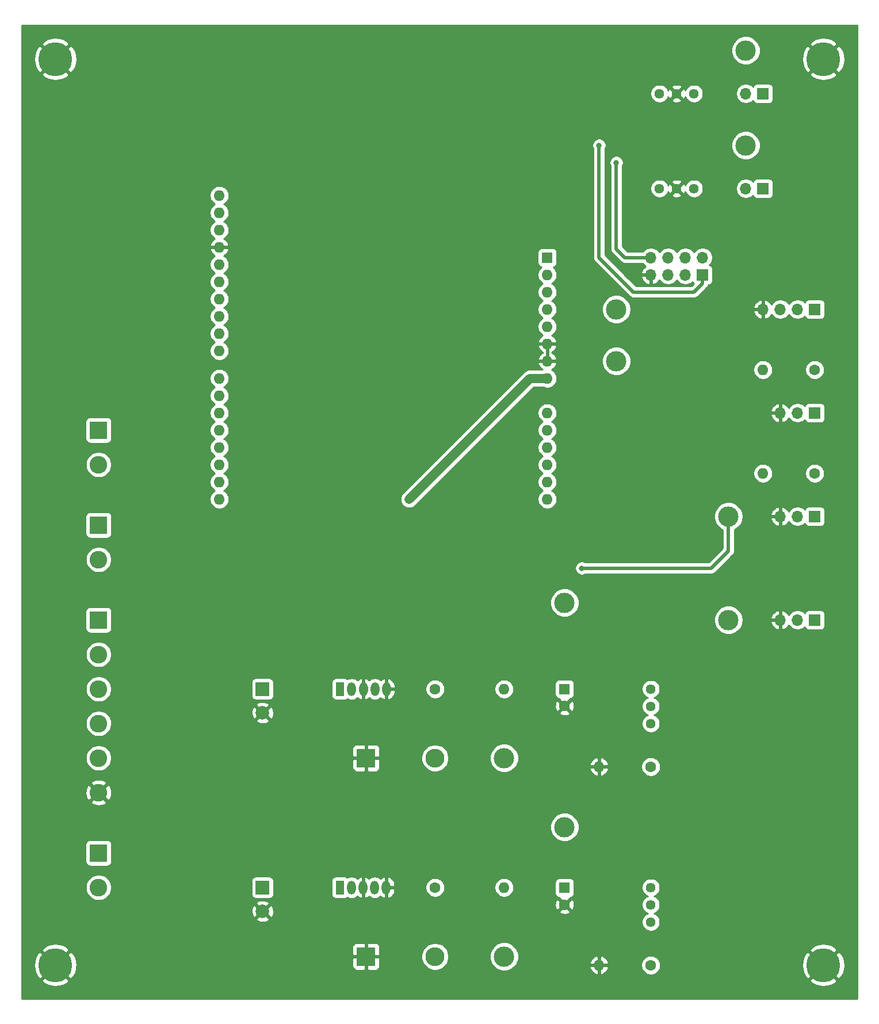
<source format=gbr>
%TF.GenerationSoftware,KiCad,Pcbnew,(5.1.9)-1*%
%TF.CreationDate,2021-10-02T12:50:20-07:00*%
%TF.ProjectId,Solar Powered Weather Station,536f6c61-7220-4506-9f77-657265642057,rev?*%
%TF.SameCoordinates,Original*%
%TF.FileFunction,Copper,L1,Top*%
%TF.FilePolarity,Positive*%
%FSLAX46Y46*%
G04 Gerber Fmt 4.6, Leading zero omitted, Abs format (unit mm)*
G04 Created by KiCad (PCBNEW (5.1.9)-1) date 2021-10-02 12:50:20*
%MOMM*%
%LPD*%
G01*
G04 APERTURE LIST*
%TA.AperFunction,ComponentPad*%
%ADD10R,1.700000X1.700000*%
%TD*%
%TA.AperFunction,ComponentPad*%
%ADD11O,1.700000X1.700000*%
%TD*%
%TA.AperFunction,ComponentPad*%
%ADD12O,1.600000X1.600000*%
%TD*%
%TA.AperFunction,ComponentPad*%
%ADD13R,1.600000X1.600000*%
%TD*%
%TA.AperFunction,ComponentPad*%
%ADD14C,3.000000*%
%TD*%
%TA.AperFunction,ComponentPad*%
%ADD15C,2.000000*%
%TD*%
%TA.AperFunction,ComponentPad*%
%ADD16R,2.000000X2.000000*%
%TD*%
%TA.AperFunction,ComponentPad*%
%ADD17C,1.600000*%
%TD*%
%TA.AperFunction,ComponentPad*%
%ADD18R,2.800000X2.800000*%
%TD*%
%TA.AperFunction,ComponentPad*%
%ADD19O,2.800000X2.800000*%
%TD*%
%TA.AperFunction,ComponentPad*%
%ADD20C,1.440000*%
%TD*%
%TA.AperFunction,ComponentPad*%
%ADD21R,1.275000X2.000000*%
%TD*%
%TA.AperFunction,ComponentPad*%
%ADD22O,1.275000X2.000000*%
%TD*%
%TA.AperFunction,ComponentPad*%
%ADD23R,2.600000X2.600000*%
%TD*%
%TA.AperFunction,ComponentPad*%
%ADD24C,2.600000*%
%TD*%
%TA.AperFunction,ComponentPad*%
%ADD25C,5.000000*%
%TD*%
%TA.AperFunction,ViaPad*%
%ADD26C,0.800000*%
%TD*%
%TA.AperFunction,Conductor*%
%ADD27C,0.508000*%
%TD*%
%TA.AperFunction,Conductor*%
%ADD28C,1.367030*%
%TD*%
%TA.AperFunction,Conductor*%
%ADD29C,0.254000*%
%TD*%
%TA.AperFunction,Conductor*%
%ADD30C,0.100000*%
%TD*%
G04 APERTURE END LIST*
D10*
%TO.P,J4,1*%
%TO.N,WIFI_RX*%
X120650000Y-55880000D03*
D11*
%TO.P,J4,2*%
%TO.N,+3V3*%
X120650000Y-53340000D03*
%TO.P,J4,3*%
%TO.N,Net-(J4-Pad3)*%
X118110000Y-55880000D03*
%TO.P,J4,4*%
%TO.N,Net-(J4-Pad4)*%
X118110000Y-53340000D03*
%TO.P,J4,5*%
%TO.N,Net-(J4-Pad5)*%
X115570000Y-55880000D03*
%TO.P,J4,6*%
%TO.N,+3V3*%
X115570000Y-53340000D03*
%TO.P,J4,7*%
%TO.N,GND*%
X113030000Y-55880000D03*
%TO.P,J4,8*%
%TO.N,WIFI_TX*%
X113030000Y-53340000D03*
%TD*%
D12*
%TO.P,A1,32*%
%TO.N,Net-(A1-Pad32)*%
X49530000Y-44200000D03*
%TO.P,A1,31*%
%TO.N,Net-(A1-Pad31)*%
X49530000Y-46740000D03*
D13*
%TO.P,A1,1*%
%TO.N,Net-(A1-Pad1)*%
X97790000Y-53340000D03*
D12*
%TO.P,A1,17*%
%TO.N,DS18B20Data*%
X49530000Y-83820000D03*
%TO.P,A1,2*%
%TO.N,Net-(A1-Pad2)*%
X97790000Y-55880000D03*
%TO.P,A1,18*%
%TO.N,ServoPWM*%
X49530000Y-81280000D03*
%TO.P,A1,3*%
%TO.N,Net-(A1-Pad3)*%
X97790000Y-58420000D03*
%TO.P,A1,19*%
%TO.N,Net-(A1-Pad19)*%
X49530000Y-78740000D03*
%TO.P,A1,4*%
%TO.N,+3V3*%
X97790000Y-60960000D03*
%TO.P,A1,20*%
%TO.N,Net-(A1-Pad20)*%
X49530000Y-76200000D03*
%TO.P,A1,5*%
%TO.N,5V_Ref*%
X97790000Y-63500000D03*
%TO.P,A1,21*%
%TO.N,Net-(A1-Pad21)*%
X49530000Y-73660000D03*
%TO.P,A1,6*%
%TO.N,GND*%
X97790000Y-66040000D03*
%TO.P,A1,22*%
%TO.N,DHT22Data*%
X49530000Y-71120000D03*
%TO.P,A1,7*%
%TO.N,GND*%
X97790000Y-68580000D03*
%TO.P,A1,23*%
%TO.N,Net-(A1-Pad23)*%
X49530000Y-67060000D03*
%TO.P,A1,8*%
%TO.N,+9V*%
X97790000Y-71120000D03*
%TO.P,A1,24*%
%TO.N,Net-(A1-Pad24)*%
X49530000Y-64520000D03*
%TO.P,A1,9*%
%TO.N,AnalogPhoto2*%
X97790000Y-76200000D03*
%TO.P,A1,25*%
%TO.N,Net-(A1-Pad25)*%
X49530000Y-61980000D03*
%TO.P,A1,10*%
%TO.N,AnalogPhoto1*%
X97790000Y-78740000D03*
%TO.P,A1,26*%
%TO.N,Net-(A1-Pad26)*%
X49530000Y-59440000D03*
%TO.P,A1,11*%
%TO.N,Net-(A1-Pad11)*%
X97790000Y-81280000D03*
%TO.P,A1,27*%
%TO.N,Net-(A1-Pad27)*%
X49530000Y-56900000D03*
%TO.P,A1,12*%
%TO.N,Net-(A1-Pad12)*%
X97790000Y-83820000D03*
%TO.P,A1,28*%
%TO.N,Net-(A1-Pad28)*%
X49530000Y-54360000D03*
%TO.P,A1,13*%
%TO.N,BaroDATA*%
X97790000Y-86360000D03*
%TO.P,A1,29*%
%TO.N,GND*%
X49530000Y-51820000D03*
%TO.P,A1,14*%
%TO.N,BaroCLK*%
X97790000Y-88900000D03*
%TO.P,A1,30*%
%TO.N,Net-(A1-Pad30)*%
X49530000Y-49280000D03*
%TO.P,A1,15*%
%TO.N,WIFI_RX*%
X49530000Y-88900000D03*
%TO.P,A1,16*%
%TO.N,WIFI_TX*%
X49530000Y-86360000D03*
%TD*%
D10*
%TO.P,J9,1*%
%TO.N,+5V*%
X137160000Y-106680000D03*
D11*
%TO.P,J9,2*%
%TO.N,ServoPWM*%
X134620000Y-106680000D03*
%TO.P,J9,3*%
%TO.N,GND*%
X132080000Y-106680000D03*
%TD*%
D14*
%TO.P,TP10,1*%
%TO.N,ServoPWM*%
X124460000Y-106680000D03*
%TD*%
D15*
%TO.P,C1,2*%
%TO.N,GND*%
X55880000Y-120340000D03*
D16*
%TO.P,C1,1*%
%TO.N,+12V*%
X55880000Y-116840000D03*
%TD*%
D17*
%TO.P,C2,2*%
%TO.N,GND*%
X100330000Y-119340000D03*
D13*
%TO.P,C2,1*%
%TO.N,+9V*%
X100330000Y-116840000D03*
%TD*%
D16*
%TO.P,C3,1*%
%TO.N,+12V*%
X55880000Y-146050000D03*
D15*
%TO.P,C3,2*%
%TO.N,GND*%
X55880000Y-149550000D03*
%TD*%
D13*
%TO.P,C4,1*%
%TO.N,+5V*%
X100330000Y-146090000D03*
D17*
%TO.P,C4,2*%
%TO.N,GND*%
X100330000Y-148590000D03*
%TD*%
D18*
%TO.P,D1,1*%
%TO.N,GND*%
X71120000Y-127000000D03*
D19*
%TO.P,D1,2*%
%TO.N,Net-(D1-Pad2)*%
X81280000Y-127000000D03*
%TD*%
%TO.P,D2,2*%
%TO.N,Net-(D2-Pad2)*%
X81280000Y-156210000D03*
D18*
%TO.P,D2,1*%
%TO.N,GND*%
X71120000Y-156210000D03*
%TD*%
D10*
%TO.P,J6,1*%
%TO.N,+3V3*%
X137160000Y-60960000D03*
D11*
%TO.P,J6,2*%
%TO.N,BaroCLK*%
X134620000Y-60960000D03*
%TO.P,J6,3*%
%TO.N,BaroDATA*%
X132080000Y-60960000D03*
%TO.P,J6,4*%
%TO.N,GND*%
X129540000Y-60960000D03*
%TD*%
%TO.P,J7,3*%
%TO.N,GND*%
X132080000Y-76200000D03*
%TO.P,J7,2*%
%TO.N,DHT22Data*%
X134620000Y-76200000D03*
D10*
%TO.P,J7,1*%
%TO.N,+5V*%
X137160000Y-76200000D03*
%TD*%
%TO.P,J8,1*%
%TO.N,+5V*%
X137160000Y-91440000D03*
D11*
%TO.P,J8,2*%
%TO.N,DS18B20Data*%
X134620000Y-91440000D03*
%TO.P,J8,3*%
%TO.N,GND*%
X132080000Y-91440000D03*
%TD*%
D12*
%TO.P,L1,2*%
%TO.N,+9V*%
X91440000Y-116840000D03*
D17*
%TO.P,L1,1*%
%TO.N,Net-(D1-Pad2)*%
X81280000Y-116840000D03*
%TD*%
D12*
%TO.P,R3,2*%
%TO.N,GND*%
X105410000Y-128270000D03*
D17*
%TO.P,R3,1*%
%TO.N,Net-(R3-Pad1)*%
X113030000Y-128270000D03*
%TD*%
D12*
%TO.P,R6,2*%
%TO.N,DS18B20Data*%
X129540000Y-85090000D03*
D17*
%TO.P,R6,1*%
%TO.N,+5V*%
X137160000Y-85090000D03*
%TD*%
D20*
%TO.P,RV1,1*%
%TO.N,Net-(R3-Pad1)*%
X113030000Y-121920000D03*
%TO.P,RV1,2*%
%TO.N,Net-(RV1-Pad2)*%
X113030000Y-119380000D03*
%TO.P,RV1,3*%
%TO.N,+9V*%
X113030000Y-116840000D03*
%TD*%
%TO.P,RV2,1*%
%TO.N,AnalogPhoto1*%
X119380000Y-29210000D03*
%TO.P,RV2,2*%
%TO.N,GND*%
X116840000Y-29210000D03*
%TO.P,RV2,3*%
%TO.N,Net-(RV2-Pad3)*%
X114300000Y-29210000D03*
%TD*%
%TO.P,RV3,3*%
%TO.N,Net-(RV3-Pad3)*%
X114300000Y-43180000D03*
%TO.P,RV3,2*%
%TO.N,GND*%
X116840000Y-43180000D03*
%TO.P,RV3,1*%
%TO.N,AnalogPhoto2*%
X119380000Y-43180000D03*
%TD*%
D14*
%TO.P,TP1,1*%
%TO.N,5V_Ref*%
X107950000Y-68580000D03*
%TD*%
%TO.P,TP2,1*%
%TO.N,+3V3*%
X107950000Y-60960000D03*
%TD*%
%TO.P,TP3,1*%
%TO.N,Net-(RV1-Pad2)*%
X91440000Y-127000000D03*
%TD*%
%TO.P,TP4,1*%
%TO.N,+9V*%
X100330000Y-104140000D03*
%TD*%
%TO.P,TP5,1*%
%TO.N,AnalogPhoto1*%
X127000000Y-22860000D03*
%TD*%
%TO.P,TP6,1*%
%TO.N,AnalogPhoto2*%
X127000000Y-36830000D03*
%TD*%
%TO.P,TP7,1*%
%TO.N,Net-(RV4-Pad2)*%
X91440000Y-156210000D03*
%TD*%
%TO.P,TP8,1*%
%TO.N,+5V*%
X100330000Y-137160000D03*
%TD*%
%TO.P,TP9,1*%
%TO.N,DS18B20Data*%
X124460000Y-91440000D03*
%TD*%
D21*
%TO.P,U1,1*%
%TO.N,+12V*%
X67310000Y-116840000D03*
D22*
%TO.P,U1,2*%
%TO.N,Net-(D1-Pad2)*%
X69010000Y-116840000D03*
%TO.P,U1,3*%
%TO.N,GND*%
X70710000Y-116840000D03*
%TO.P,U1,4*%
%TO.N,Net-(RV1-Pad2)*%
X72410000Y-116840000D03*
%TO.P,U1,5*%
%TO.N,GND*%
X74110000Y-116840000D03*
%TD*%
D17*
%TO.P,L2,1*%
%TO.N,Net-(D2-Pad2)*%
X81280000Y-146050000D03*
D12*
%TO.P,L2,2*%
%TO.N,+5V*%
X91440000Y-146050000D03*
%TD*%
%TO.P,R4,2*%
%TO.N,GND*%
X105410000Y-157480000D03*
D17*
%TO.P,R4,1*%
%TO.N,Net-(R4-Pad1)*%
X113030000Y-157480000D03*
%TD*%
%TO.P,R5,1*%
%TO.N,+5V*%
X137160000Y-69850000D03*
D12*
%TO.P,R5,2*%
%TO.N,DHT22Data*%
X129540000Y-69850000D03*
%TD*%
D20*
%TO.P,RV4,1*%
%TO.N,Net-(R4-Pad1)*%
X113030000Y-151130000D03*
%TO.P,RV4,2*%
%TO.N,Net-(RV4-Pad2)*%
X113030000Y-148590000D03*
%TO.P,RV4,3*%
%TO.N,+5V*%
X113030000Y-146050000D03*
%TD*%
D21*
%TO.P,U2,1*%
%TO.N,+12V*%
X67290000Y-146050000D03*
D22*
%TO.P,U2,2*%
%TO.N,Net-(D2-Pad2)*%
X68990000Y-146050000D03*
%TO.P,U2,3*%
%TO.N,GND*%
X70690000Y-146050000D03*
%TO.P,U2,4*%
%TO.N,Net-(RV4-Pad2)*%
X72390000Y-146050000D03*
%TO.P,U2,5*%
%TO.N,GND*%
X74090000Y-146050000D03*
%TD*%
D23*
%TO.P,J1,1*%
%TO.N,Net-(J1-Pad1)*%
X31750000Y-106680000D03*
D24*
%TO.P,J1,2*%
%TO.N,Net-(J1-Pad2)*%
X31750000Y-111760000D03*
%TO.P,J1,3*%
%TO.N,Net-(J1-Pad3)*%
X31750000Y-116840000D03*
%TO.P,J1,4*%
%TO.N,Net-(J1-Pad4)*%
X31750000Y-121920000D03*
%TO.P,J1,5*%
%TO.N,Net-(J1-Pad5)*%
X31750000Y-127000000D03*
%TO.P,J1,6*%
%TO.N,GND*%
X31750000Y-132080000D03*
%TD*%
D23*
%TO.P,J2,1*%
%TO.N,Net-(J1-Pad1)*%
X31750000Y-92710000D03*
D24*
%TO.P,J2,2*%
%TO.N,Net-(J1-Pad2)*%
X31750000Y-97790000D03*
%TD*%
%TO.P,J3,2*%
%TO.N,Net-(J1-Pad4)*%
X31750000Y-83820000D03*
D23*
%TO.P,J3,1*%
%TO.N,Net-(J1-Pad3)*%
X31750000Y-78740000D03*
%TD*%
%TO.P,J5,1*%
%TO.N,Net-(J1-Pad5)*%
X31750000Y-140970000D03*
D24*
%TO.P,J5,2*%
%TO.N,+12V*%
X31750000Y-146050000D03*
%TD*%
D25*
%TO.P,H1,1*%
%TO.N,GND*%
X25400000Y-24130000D03*
%TD*%
%TO.P,H2,1*%
%TO.N,GND*%
X138430000Y-24130000D03*
%TD*%
%TO.P,H3,1*%
%TO.N,GND*%
X25400000Y-157480000D03*
%TD*%
%TO.P,H4,1*%
%TO.N,GND*%
X138430000Y-157480000D03*
%TD*%
D10*
%TO.P,R1,1*%
%TO.N,5V_Ref*%
X129540000Y-29210000D03*
D11*
%TO.P,R1,2*%
%TO.N,AnalogPhoto1*%
X127000000Y-29210000D03*
%TD*%
%TO.P,R2,2*%
%TO.N,AnalogPhoto2*%
X127000000Y-43180000D03*
D10*
%TO.P,R2,1*%
%TO.N,5V_Ref*%
X129540000Y-43180000D03*
%TD*%
D26*
%TO.N,DS18B20Data*%
X102870000Y-99060000D03*
%TO.N,GND*%
X99060000Y-87630000D03*
%TO.N,+9V*%
X77470000Y-88900000D03*
%TO.N,WIFI_RX*%
X105410000Y-36830000D03*
%TO.N,WIFI_TX*%
X107950000Y-39370000D03*
%TD*%
D27*
%TO.N,DS18B20Data*%
X102870000Y-99060000D02*
X121920000Y-99060000D01*
X124460000Y-96520000D02*
X124460000Y-91440000D01*
X121920000Y-99060000D02*
X124460000Y-96520000D01*
D28*
%TO.N,+9V*%
X77470000Y-88900000D02*
X95250000Y-71120000D01*
X95250000Y-71120000D02*
X97790000Y-71120000D01*
D27*
%TO.N,WIFI_RX*%
X105410000Y-36830000D02*
X105410000Y-53340000D01*
X105410000Y-53340000D02*
X110490000Y-58420000D01*
X110490000Y-58420000D02*
X119380000Y-58420000D01*
X120650000Y-57150000D02*
X120650000Y-55880000D01*
X119380000Y-58420000D02*
X120650000Y-57150000D01*
%TO.N,WIFI_TX*%
X107950000Y-39370000D02*
X107950000Y-52070000D01*
X107950000Y-52070000D02*
X109220000Y-53340000D01*
X109220000Y-53340000D02*
X113030000Y-53340000D01*
%TD*%
D29*
%TO.N,GND*%
X143383000Y-162433000D02*
X20447000Y-162433000D01*
X20447000Y-159683148D01*
X23376457Y-159683148D01*
X23652627Y-160101118D01*
X24197557Y-160391649D01*
X24788696Y-160570287D01*
X25403328Y-160630168D01*
X26017831Y-160568990D01*
X26608592Y-160389103D01*
X27147373Y-160101118D01*
X27423543Y-159683148D01*
X136406457Y-159683148D01*
X136682627Y-160101118D01*
X137227557Y-160391649D01*
X137818696Y-160570287D01*
X138433328Y-160630168D01*
X139047831Y-160568990D01*
X139638592Y-160389103D01*
X140177373Y-160101118D01*
X140453543Y-159683148D01*
X138430000Y-157659605D01*
X136406457Y-159683148D01*
X27423543Y-159683148D01*
X25400000Y-157659605D01*
X23376457Y-159683148D01*
X20447000Y-159683148D01*
X20447000Y-157483328D01*
X22249832Y-157483328D01*
X22311010Y-158097831D01*
X22490897Y-158688592D01*
X22778882Y-159227373D01*
X23196852Y-159503543D01*
X25220395Y-157480000D01*
X25579605Y-157480000D01*
X27603148Y-159503543D01*
X28021118Y-159227373D01*
X28311649Y-158682443D01*
X28490287Y-158091304D01*
X28537178Y-157610000D01*
X69081928Y-157610000D01*
X69094188Y-157734482D01*
X69130498Y-157854180D01*
X69189463Y-157964494D01*
X69268815Y-158061185D01*
X69365506Y-158140537D01*
X69475820Y-158199502D01*
X69595518Y-158235812D01*
X69720000Y-158248072D01*
X70834250Y-158245000D01*
X70993000Y-158086250D01*
X70993000Y-156337000D01*
X71247000Y-156337000D01*
X71247000Y-158086250D01*
X71405750Y-158245000D01*
X72520000Y-158248072D01*
X72644482Y-158235812D01*
X72764180Y-158199502D01*
X72874494Y-158140537D01*
X72971185Y-158061185D01*
X73050537Y-157964494D01*
X73109502Y-157854180D01*
X73145812Y-157734482D01*
X73158072Y-157610000D01*
X73155000Y-156495750D01*
X72996250Y-156337000D01*
X71247000Y-156337000D01*
X70993000Y-156337000D01*
X69243750Y-156337000D01*
X69085000Y-156495750D01*
X69081928Y-157610000D01*
X28537178Y-157610000D01*
X28550168Y-157476672D01*
X28488990Y-156862169D01*
X28309103Y-156271408D01*
X28021118Y-155732627D01*
X27603148Y-155456457D01*
X25579605Y-157480000D01*
X25220395Y-157480000D01*
X23196852Y-155456457D01*
X22778882Y-155732627D01*
X22488351Y-156277557D01*
X22309713Y-156868696D01*
X22249832Y-157483328D01*
X20447000Y-157483328D01*
X20447000Y-155276852D01*
X23376457Y-155276852D01*
X25400000Y-157300395D01*
X27423543Y-155276852D01*
X27147373Y-154858882D01*
X27055689Y-154810000D01*
X69081928Y-154810000D01*
X69085000Y-155924250D01*
X69243750Y-156083000D01*
X70993000Y-156083000D01*
X70993000Y-154333750D01*
X71247000Y-154333750D01*
X71247000Y-156083000D01*
X72996250Y-156083000D01*
X73069680Y-156009570D01*
X79245000Y-156009570D01*
X79245000Y-156410430D01*
X79323204Y-156803587D01*
X79476607Y-157173934D01*
X79699313Y-157507237D01*
X79982763Y-157790687D01*
X80316066Y-158013393D01*
X80686413Y-158166796D01*
X81079570Y-158245000D01*
X81480430Y-158245000D01*
X81873587Y-158166796D01*
X82243934Y-158013393D01*
X82577237Y-157790687D01*
X82860687Y-157507237D01*
X83083393Y-157173934D01*
X83236796Y-156803587D01*
X83315000Y-156410430D01*
X83315000Y-156009570D01*
X83313041Y-155999721D01*
X89305000Y-155999721D01*
X89305000Y-156420279D01*
X89387047Y-156832756D01*
X89547988Y-157221302D01*
X89781637Y-157570983D01*
X90079017Y-157868363D01*
X90428698Y-158102012D01*
X90817244Y-158262953D01*
X91229721Y-158345000D01*
X91650279Y-158345000D01*
X92062756Y-158262953D01*
X92451302Y-158102012D01*
X92800983Y-157868363D01*
X92840307Y-157829039D01*
X104018096Y-157829039D01*
X104058754Y-157963087D01*
X104178963Y-158217420D01*
X104346481Y-158443414D01*
X104554869Y-158632385D01*
X104796119Y-158777070D01*
X105060960Y-158871909D01*
X105283000Y-158750624D01*
X105283000Y-157607000D01*
X105537000Y-157607000D01*
X105537000Y-158750624D01*
X105759040Y-158871909D01*
X106023881Y-158777070D01*
X106265131Y-158632385D01*
X106473519Y-158443414D01*
X106641037Y-158217420D01*
X106761246Y-157963087D01*
X106801904Y-157829039D01*
X106679915Y-157607000D01*
X105537000Y-157607000D01*
X105283000Y-157607000D01*
X104140085Y-157607000D01*
X104018096Y-157829039D01*
X92840307Y-157829039D01*
X93098363Y-157570983D01*
X93332012Y-157221302D01*
X93369432Y-157130961D01*
X104018096Y-157130961D01*
X104140085Y-157353000D01*
X105283000Y-157353000D01*
X105283000Y-156209376D01*
X105537000Y-156209376D01*
X105537000Y-157353000D01*
X106679915Y-157353000D01*
X106687790Y-157338665D01*
X111595000Y-157338665D01*
X111595000Y-157621335D01*
X111650147Y-157898574D01*
X111758320Y-158159727D01*
X111915363Y-158394759D01*
X112115241Y-158594637D01*
X112350273Y-158751680D01*
X112611426Y-158859853D01*
X112888665Y-158915000D01*
X113171335Y-158915000D01*
X113448574Y-158859853D01*
X113709727Y-158751680D01*
X113944759Y-158594637D01*
X114144637Y-158394759D01*
X114301680Y-158159727D01*
X114409853Y-157898574D01*
X114465000Y-157621335D01*
X114465000Y-157483328D01*
X135279832Y-157483328D01*
X135341010Y-158097831D01*
X135520897Y-158688592D01*
X135808882Y-159227373D01*
X136226852Y-159503543D01*
X138250395Y-157480000D01*
X138609605Y-157480000D01*
X140633148Y-159503543D01*
X141051118Y-159227373D01*
X141341649Y-158682443D01*
X141520287Y-158091304D01*
X141580168Y-157476672D01*
X141518990Y-156862169D01*
X141339103Y-156271408D01*
X141051118Y-155732627D01*
X140633148Y-155456457D01*
X138609605Y-157480000D01*
X138250395Y-157480000D01*
X136226852Y-155456457D01*
X135808882Y-155732627D01*
X135518351Y-156277557D01*
X135339713Y-156868696D01*
X135279832Y-157483328D01*
X114465000Y-157483328D01*
X114465000Y-157338665D01*
X114409853Y-157061426D01*
X114301680Y-156800273D01*
X114144637Y-156565241D01*
X113944759Y-156365363D01*
X113709727Y-156208320D01*
X113448574Y-156100147D01*
X113171335Y-156045000D01*
X112888665Y-156045000D01*
X112611426Y-156100147D01*
X112350273Y-156208320D01*
X112115241Y-156365363D01*
X111915363Y-156565241D01*
X111758320Y-156800273D01*
X111650147Y-157061426D01*
X111595000Y-157338665D01*
X106687790Y-157338665D01*
X106801904Y-157130961D01*
X106761246Y-156996913D01*
X106641037Y-156742580D01*
X106473519Y-156516586D01*
X106265131Y-156327615D01*
X106023881Y-156182930D01*
X105759040Y-156088091D01*
X105537000Y-156209376D01*
X105283000Y-156209376D01*
X105060960Y-156088091D01*
X104796119Y-156182930D01*
X104554869Y-156327615D01*
X104346481Y-156516586D01*
X104178963Y-156742580D01*
X104058754Y-156996913D01*
X104018096Y-157130961D01*
X93369432Y-157130961D01*
X93492953Y-156832756D01*
X93575000Y-156420279D01*
X93575000Y-155999721D01*
X93492953Y-155587244D01*
X93364385Y-155276852D01*
X136406457Y-155276852D01*
X138430000Y-157300395D01*
X140453543Y-155276852D01*
X140177373Y-154858882D01*
X139632443Y-154568351D01*
X139041304Y-154389713D01*
X138426672Y-154329832D01*
X137812169Y-154391010D01*
X137221408Y-154570897D01*
X136682627Y-154858882D01*
X136406457Y-155276852D01*
X93364385Y-155276852D01*
X93332012Y-155198698D01*
X93098363Y-154849017D01*
X92800983Y-154551637D01*
X92451302Y-154317988D01*
X92062756Y-154157047D01*
X91650279Y-154075000D01*
X91229721Y-154075000D01*
X90817244Y-154157047D01*
X90428698Y-154317988D01*
X90079017Y-154551637D01*
X89781637Y-154849017D01*
X89547988Y-155198698D01*
X89387047Y-155587244D01*
X89305000Y-155999721D01*
X83313041Y-155999721D01*
X83236796Y-155616413D01*
X83083393Y-155246066D01*
X82860687Y-154912763D01*
X82577237Y-154629313D01*
X82243934Y-154406607D01*
X81873587Y-154253204D01*
X81480430Y-154175000D01*
X81079570Y-154175000D01*
X80686413Y-154253204D01*
X80316066Y-154406607D01*
X79982763Y-154629313D01*
X79699313Y-154912763D01*
X79476607Y-155246066D01*
X79323204Y-155616413D01*
X79245000Y-156009570D01*
X73069680Y-156009570D01*
X73155000Y-155924250D01*
X73158072Y-154810000D01*
X73145812Y-154685518D01*
X73109502Y-154565820D01*
X73050537Y-154455506D01*
X72971185Y-154358815D01*
X72874494Y-154279463D01*
X72764180Y-154220498D01*
X72644482Y-154184188D01*
X72520000Y-154171928D01*
X71405750Y-154175000D01*
X71247000Y-154333750D01*
X70993000Y-154333750D01*
X70834250Y-154175000D01*
X69720000Y-154171928D01*
X69595518Y-154184188D01*
X69475820Y-154220498D01*
X69365506Y-154279463D01*
X69268815Y-154358815D01*
X69189463Y-154455506D01*
X69130498Y-154565820D01*
X69094188Y-154685518D01*
X69081928Y-154810000D01*
X27055689Y-154810000D01*
X26602443Y-154568351D01*
X26011304Y-154389713D01*
X25396672Y-154329832D01*
X24782169Y-154391010D01*
X24191408Y-154570897D01*
X23652627Y-154858882D01*
X23376457Y-155276852D01*
X20447000Y-155276852D01*
X20447000Y-150685413D01*
X54924192Y-150685413D01*
X55019956Y-150949814D01*
X55309571Y-151090704D01*
X55621108Y-151172384D01*
X55942595Y-151191718D01*
X56261675Y-151147961D01*
X56566088Y-151042795D01*
X56740044Y-150949814D01*
X56835808Y-150685413D01*
X55880000Y-149729605D01*
X54924192Y-150685413D01*
X20447000Y-150685413D01*
X20447000Y-149612595D01*
X54238282Y-149612595D01*
X54282039Y-149931675D01*
X54387205Y-150236088D01*
X54480186Y-150410044D01*
X54744587Y-150505808D01*
X55700395Y-149550000D01*
X56059605Y-149550000D01*
X57015413Y-150505808D01*
X57279814Y-150410044D01*
X57420704Y-150120429D01*
X57502384Y-149808892D01*
X57515986Y-149582702D01*
X99516903Y-149582702D01*
X99588486Y-149826671D01*
X99843996Y-149947571D01*
X100118184Y-150016300D01*
X100400512Y-150030217D01*
X100680130Y-149988787D01*
X100946292Y-149893603D01*
X101071514Y-149826671D01*
X101143097Y-149582702D01*
X100330000Y-148769605D01*
X99516903Y-149582702D01*
X57515986Y-149582702D01*
X57521718Y-149487405D01*
X57477961Y-149168325D01*
X57372795Y-148863912D01*
X57279814Y-148689956D01*
X57198521Y-148660512D01*
X98889783Y-148660512D01*
X98931213Y-148940130D01*
X99026397Y-149206292D01*
X99093329Y-149331514D01*
X99337298Y-149403097D01*
X100150395Y-148590000D01*
X100509605Y-148590000D01*
X101322702Y-149403097D01*
X101566671Y-149331514D01*
X101687571Y-149076004D01*
X101756300Y-148801816D01*
X101770217Y-148519488D01*
X101728787Y-148239870D01*
X101633603Y-147973708D01*
X101566671Y-147848486D01*
X101322702Y-147776903D01*
X100509605Y-148590000D01*
X100150395Y-148590000D01*
X99337298Y-147776903D01*
X99093329Y-147848486D01*
X98972429Y-148103996D01*
X98903700Y-148378184D01*
X98889783Y-148660512D01*
X57198521Y-148660512D01*
X57015413Y-148594192D01*
X56059605Y-149550000D01*
X55700395Y-149550000D01*
X54744587Y-148594192D01*
X54480186Y-148689956D01*
X54339296Y-148979571D01*
X54257616Y-149291108D01*
X54238282Y-149612595D01*
X20447000Y-149612595D01*
X20447000Y-148414587D01*
X54924192Y-148414587D01*
X55880000Y-149370395D01*
X56835808Y-148414587D01*
X56740044Y-148150186D01*
X56450429Y-148009296D01*
X56138892Y-147927616D01*
X55817405Y-147908282D01*
X55498325Y-147952039D01*
X55193912Y-148057205D01*
X55019956Y-148150186D01*
X54924192Y-148414587D01*
X20447000Y-148414587D01*
X20447000Y-145859419D01*
X29815000Y-145859419D01*
X29815000Y-146240581D01*
X29889361Y-146614419D01*
X30035225Y-146966566D01*
X30246987Y-147283491D01*
X30516509Y-147553013D01*
X30833434Y-147764775D01*
X31185581Y-147910639D01*
X31559419Y-147985000D01*
X31940581Y-147985000D01*
X32314419Y-147910639D01*
X32666566Y-147764775D01*
X32983491Y-147553013D01*
X33253013Y-147283491D01*
X33464775Y-146966566D01*
X33610639Y-146614419D01*
X33685000Y-146240581D01*
X33685000Y-145859419D01*
X33610639Y-145485581D01*
X33464775Y-145133434D01*
X33409027Y-145050000D01*
X54241928Y-145050000D01*
X54241928Y-147050000D01*
X54254188Y-147174482D01*
X54290498Y-147294180D01*
X54349463Y-147404494D01*
X54428815Y-147501185D01*
X54525506Y-147580537D01*
X54635820Y-147639502D01*
X54755518Y-147675812D01*
X54880000Y-147688072D01*
X56880000Y-147688072D01*
X57004482Y-147675812D01*
X57124180Y-147639502D01*
X57234494Y-147580537D01*
X57331185Y-147501185D01*
X57410537Y-147404494D01*
X57469502Y-147294180D01*
X57505812Y-147174482D01*
X57518072Y-147050000D01*
X57518072Y-145050000D01*
X66014428Y-145050000D01*
X66014428Y-147050000D01*
X66026688Y-147174482D01*
X66062998Y-147294180D01*
X66121963Y-147404494D01*
X66201315Y-147501185D01*
X66298006Y-147580537D01*
X66408320Y-147639502D01*
X66528018Y-147675812D01*
X66652500Y-147688072D01*
X67927500Y-147688072D01*
X68051982Y-147675812D01*
X68171680Y-147639502D01*
X68281994Y-147580537D01*
X68358443Y-147517797D01*
X68500680Y-147593825D01*
X68740547Y-147666588D01*
X68990000Y-147691157D01*
X69239454Y-147666588D01*
X69479321Y-147593825D01*
X69700384Y-147475664D01*
X69839392Y-147361583D01*
X69880009Y-147402095D01*
X70088633Y-147541102D01*
X70320367Y-147636737D01*
X70366495Y-147643191D01*
X70563000Y-147518985D01*
X70563000Y-146177000D01*
X70543000Y-146177000D01*
X70543000Y-145923000D01*
X70563000Y-145923000D01*
X70563000Y-144581015D01*
X70817000Y-144581015D01*
X70817000Y-145923000D01*
X70837000Y-145923000D01*
X70837000Y-146177000D01*
X70817000Y-146177000D01*
X70817000Y-147518985D01*
X71013505Y-147643191D01*
X71059633Y-147636737D01*
X71291367Y-147541102D01*
X71499991Y-147402095D01*
X71540609Y-147361583D01*
X71679617Y-147475664D01*
X71900680Y-147593825D01*
X72140547Y-147666588D01*
X72390000Y-147691157D01*
X72639454Y-147666588D01*
X72879321Y-147593825D01*
X73100384Y-147475664D01*
X73239392Y-147361583D01*
X73280009Y-147402095D01*
X73488633Y-147541102D01*
X73720367Y-147636737D01*
X73766495Y-147643191D01*
X73963000Y-147518985D01*
X73963000Y-146177000D01*
X74217000Y-146177000D01*
X74217000Y-147518985D01*
X74413505Y-147643191D01*
X74459633Y-147636737D01*
X74691367Y-147541102D01*
X74899991Y-147402095D01*
X75077488Y-147225059D01*
X75217036Y-147016797D01*
X75313273Y-146785312D01*
X75362500Y-146539500D01*
X75362500Y-146177000D01*
X74217000Y-146177000D01*
X73963000Y-146177000D01*
X73943000Y-146177000D01*
X73943000Y-145923000D01*
X73963000Y-145923000D01*
X73963000Y-144581015D01*
X74217000Y-144581015D01*
X74217000Y-145923000D01*
X75362500Y-145923000D01*
X75362500Y-145908665D01*
X79845000Y-145908665D01*
X79845000Y-146191335D01*
X79900147Y-146468574D01*
X80008320Y-146729727D01*
X80165363Y-146964759D01*
X80365241Y-147164637D01*
X80600273Y-147321680D01*
X80861426Y-147429853D01*
X81138665Y-147485000D01*
X81421335Y-147485000D01*
X81698574Y-147429853D01*
X81959727Y-147321680D01*
X82194759Y-147164637D01*
X82394637Y-146964759D01*
X82551680Y-146729727D01*
X82659853Y-146468574D01*
X82715000Y-146191335D01*
X82715000Y-145908665D01*
X90005000Y-145908665D01*
X90005000Y-146191335D01*
X90060147Y-146468574D01*
X90168320Y-146729727D01*
X90325363Y-146964759D01*
X90525241Y-147164637D01*
X90760273Y-147321680D01*
X91021426Y-147429853D01*
X91298665Y-147485000D01*
X91581335Y-147485000D01*
X91858574Y-147429853D01*
X92119727Y-147321680D01*
X92354759Y-147164637D01*
X92554637Y-146964759D01*
X92711680Y-146729727D01*
X92819853Y-146468574D01*
X92875000Y-146191335D01*
X92875000Y-145908665D01*
X92819853Y-145631426D01*
X92711680Y-145370273D01*
X92658044Y-145290000D01*
X98891928Y-145290000D01*
X98891928Y-146890000D01*
X98904188Y-147014482D01*
X98940498Y-147134180D01*
X98999463Y-147244494D01*
X99078815Y-147341185D01*
X99175506Y-147420537D01*
X99285820Y-147479502D01*
X99405518Y-147515812D01*
X99530000Y-147528072D01*
X99537215Y-147528072D01*
X99516903Y-147597298D01*
X100330000Y-148410395D01*
X101143097Y-147597298D01*
X101122785Y-147528072D01*
X101130000Y-147528072D01*
X101254482Y-147515812D01*
X101374180Y-147479502D01*
X101484494Y-147420537D01*
X101581185Y-147341185D01*
X101660537Y-147244494D01*
X101719502Y-147134180D01*
X101755812Y-147014482D01*
X101768072Y-146890000D01*
X101768072Y-145916544D01*
X111675000Y-145916544D01*
X111675000Y-146183456D01*
X111727072Y-146445239D01*
X111829215Y-146691833D01*
X111977503Y-146913762D01*
X112166238Y-147102497D01*
X112388167Y-147250785D01*
X112555266Y-147320000D01*
X112388167Y-147389215D01*
X112166238Y-147537503D01*
X111977503Y-147726238D01*
X111829215Y-147948167D01*
X111727072Y-148194761D01*
X111675000Y-148456544D01*
X111675000Y-148723456D01*
X111727072Y-148985239D01*
X111829215Y-149231833D01*
X111977503Y-149453762D01*
X112166238Y-149642497D01*
X112388167Y-149790785D01*
X112555266Y-149860000D01*
X112388167Y-149929215D01*
X112166238Y-150077503D01*
X111977503Y-150266238D01*
X111829215Y-150488167D01*
X111727072Y-150734761D01*
X111675000Y-150996544D01*
X111675000Y-151263456D01*
X111727072Y-151525239D01*
X111829215Y-151771833D01*
X111977503Y-151993762D01*
X112166238Y-152182497D01*
X112388167Y-152330785D01*
X112634761Y-152432928D01*
X112896544Y-152485000D01*
X113163456Y-152485000D01*
X113425239Y-152432928D01*
X113671833Y-152330785D01*
X113893762Y-152182497D01*
X114082497Y-151993762D01*
X114230785Y-151771833D01*
X114332928Y-151525239D01*
X114385000Y-151263456D01*
X114385000Y-150996544D01*
X114332928Y-150734761D01*
X114230785Y-150488167D01*
X114082497Y-150266238D01*
X113893762Y-150077503D01*
X113671833Y-149929215D01*
X113504734Y-149860000D01*
X113671833Y-149790785D01*
X113893762Y-149642497D01*
X114082497Y-149453762D01*
X114230785Y-149231833D01*
X114332928Y-148985239D01*
X114385000Y-148723456D01*
X114385000Y-148456544D01*
X114332928Y-148194761D01*
X114230785Y-147948167D01*
X114082497Y-147726238D01*
X113893762Y-147537503D01*
X113671833Y-147389215D01*
X113504734Y-147320000D01*
X113671833Y-147250785D01*
X113893762Y-147102497D01*
X114082497Y-146913762D01*
X114230785Y-146691833D01*
X114332928Y-146445239D01*
X114385000Y-146183456D01*
X114385000Y-145916544D01*
X114332928Y-145654761D01*
X114230785Y-145408167D01*
X114082497Y-145186238D01*
X113893762Y-144997503D01*
X113671833Y-144849215D01*
X113425239Y-144747072D01*
X113163456Y-144695000D01*
X112896544Y-144695000D01*
X112634761Y-144747072D01*
X112388167Y-144849215D01*
X112166238Y-144997503D01*
X111977503Y-145186238D01*
X111829215Y-145408167D01*
X111727072Y-145654761D01*
X111675000Y-145916544D01*
X101768072Y-145916544D01*
X101768072Y-145290000D01*
X101755812Y-145165518D01*
X101719502Y-145045820D01*
X101660537Y-144935506D01*
X101581185Y-144838815D01*
X101484494Y-144759463D01*
X101374180Y-144700498D01*
X101254482Y-144664188D01*
X101130000Y-144651928D01*
X99530000Y-144651928D01*
X99405518Y-144664188D01*
X99285820Y-144700498D01*
X99175506Y-144759463D01*
X99078815Y-144838815D01*
X98999463Y-144935506D01*
X98940498Y-145045820D01*
X98904188Y-145165518D01*
X98891928Y-145290000D01*
X92658044Y-145290000D01*
X92554637Y-145135241D01*
X92354759Y-144935363D01*
X92119727Y-144778320D01*
X91858574Y-144670147D01*
X91581335Y-144615000D01*
X91298665Y-144615000D01*
X91021426Y-144670147D01*
X90760273Y-144778320D01*
X90525241Y-144935363D01*
X90325363Y-145135241D01*
X90168320Y-145370273D01*
X90060147Y-145631426D01*
X90005000Y-145908665D01*
X82715000Y-145908665D01*
X82659853Y-145631426D01*
X82551680Y-145370273D01*
X82394637Y-145135241D01*
X82194759Y-144935363D01*
X81959727Y-144778320D01*
X81698574Y-144670147D01*
X81421335Y-144615000D01*
X81138665Y-144615000D01*
X80861426Y-144670147D01*
X80600273Y-144778320D01*
X80365241Y-144935363D01*
X80165363Y-145135241D01*
X80008320Y-145370273D01*
X79900147Y-145631426D01*
X79845000Y-145908665D01*
X75362500Y-145908665D01*
X75362500Y-145560500D01*
X75313273Y-145314688D01*
X75217036Y-145083203D01*
X75077488Y-144874941D01*
X74899991Y-144697905D01*
X74691367Y-144558898D01*
X74459633Y-144463263D01*
X74413505Y-144456809D01*
X74217000Y-144581015D01*
X73963000Y-144581015D01*
X73766495Y-144456809D01*
X73720367Y-144463263D01*
X73488633Y-144558898D01*
X73280009Y-144697905D01*
X73239392Y-144738417D01*
X73100383Y-144624336D01*
X72879320Y-144506175D01*
X72639453Y-144433412D01*
X72390000Y-144408843D01*
X72140546Y-144433412D01*
X71900679Y-144506175D01*
X71679616Y-144624336D01*
X71540608Y-144738417D01*
X71499991Y-144697905D01*
X71291367Y-144558898D01*
X71059633Y-144463263D01*
X71013505Y-144456809D01*
X70817000Y-144581015D01*
X70563000Y-144581015D01*
X70366495Y-144456809D01*
X70320367Y-144463263D01*
X70088633Y-144558898D01*
X69880009Y-144697905D01*
X69839392Y-144738417D01*
X69700383Y-144624336D01*
X69479320Y-144506175D01*
X69239453Y-144433412D01*
X68990000Y-144408843D01*
X68740546Y-144433412D01*
X68500679Y-144506175D01*
X68358442Y-144582202D01*
X68281994Y-144519463D01*
X68171680Y-144460498D01*
X68051982Y-144424188D01*
X67927500Y-144411928D01*
X66652500Y-144411928D01*
X66528018Y-144424188D01*
X66408320Y-144460498D01*
X66298006Y-144519463D01*
X66201315Y-144598815D01*
X66121963Y-144695506D01*
X66062998Y-144805820D01*
X66026688Y-144925518D01*
X66014428Y-145050000D01*
X57518072Y-145050000D01*
X57505812Y-144925518D01*
X57469502Y-144805820D01*
X57410537Y-144695506D01*
X57331185Y-144598815D01*
X57234494Y-144519463D01*
X57124180Y-144460498D01*
X57004482Y-144424188D01*
X56880000Y-144411928D01*
X54880000Y-144411928D01*
X54755518Y-144424188D01*
X54635820Y-144460498D01*
X54525506Y-144519463D01*
X54428815Y-144598815D01*
X54349463Y-144695506D01*
X54290498Y-144805820D01*
X54254188Y-144925518D01*
X54241928Y-145050000D01*
X33409027Y-145050000D01*
X33253013Y-144816509D01*
X32983491Y-144546987D01*
X32666566Y-144335225D01*
X32314419Y-144189361D01*
X31940581Y-144115000D01*
X31559419Y-144115000D01*
X31185581Y-144189361D01*
X30833434Y-144335225D01*
X30516509Y-144546987D01*
X30246987Y-144816509D01*
X30035225Y-145133434D01*
X29889361Y-145485581D01*
X29815000Y-145859419D01*
X20447000Y-145859419D01*
X20447000Y-139670000D01*
X29811928Y-139670000D01*
X29811928Y-142270000D01*
X29824188Y-142394482D01*
X29860498Y-142514180D01*
X29919463Y-142624494D01*
X29998815Y-142721185D01*
X30095506Y-142800537D01*
X30205820Y-142859502D01*
X30325518Y-142895812D01*
X30450000Y-142908072D01*
X33050000Y-142908072D01*
X33174482Y-142895812D01*
X33294180Y-142859502D01*
X33404494Y-142800537D01*
X33501185Y-142721185D01*
X33580537Y-142624494D01*
X33639502Y-142514180D01*
X33675812Y-142394482D01*
X33688072Y-142270000D01*
X33688072Y-139670000D01*
X33675812Y-139545518D01*
X33639502Y-139425820D01*
X33580537Y-139315506D01*
X33501185Y-139218815D01*
X33404494Y-139139463D01*
X33294180Y-139080498D01*
X33174482Y-139044188D01*
X33050000Y-139031928D01*
X30450000Y-139031928D01*
X30325518Y-139044188D01*
X30205820Y-139080498D01*
X30095506Y-139139463D01*
X29998815Y-139218815D01*
X29919463Y-139315506D01*
X29860498Y-139425820D01*
X29824188Y-139545518D01*
X29811928Y-139670000D01*
X20447000Y-139670000D01*
X20447000Y-136949721D01*
X98195000Y-136949721D01*
X98195000Y-137370279D01*
X98277047Y-137782756D01*
X98437988Y-138171302D01*
X98671637Y-138520983D01*
X98969017Y-138818363D01*
X99318698Y-139052012D01*
X99707244Y-139212953D01*
X100119721Y-139295000D01*
X100540279Y-139295000D01*
X100952756Y-139212953D01*
X101341302Y-139052012D01*
X101690983Y-138818363D01*
X101988363Y-138520983D01*
X102222012Y-138171302D01*
X102382953Y-137782756D01*
X102465000Y-137370279D01*
X102465000Y-136949721D01*
X102382953Y-136537244D01*
X102222012Y-136148698D01*
X101988363Y-135799017D01*
X101690983Y-135501637D01*
X101341302Y-135267988D01*
X100952756Y-135107047D01*
X100540279Y-135025000D01*
X100119721Y-135025000D01*
X99707244Y-135107047D01*
X99318698Y-135267988D01*
X98969017Y-135501637D01*
X98671637Y-135799017D01*
X98437988Y-136148698D01*
X98277047Y-136537244D01*
X98195000Y-136949721D01*
X20447000Y-136949721D01*
X20447000Y-133429224D01*
X30580381Y-133429224D01*
X30712317Y-133724312D01*
X31053045Y-133895159D01*
X31420557Y-133996250D01*
X31800729Y-134023701D01*
X32178951Y-133976457D01*
X32540690Y-133856333D01*
X32787683Y-133724312D01*
X32919619Y-133429224D01*
X31750000Y-132259605D01*
X30580381Y-133429224D01*
X20447000Y-133429224D01*
X20447000Y-132130729D01*
X29806299Y-132130729D01*
X29853543Y-132508951D01*
X29973667Y-132870690D01*
X30105688Y-133117683D01*
X30400776Y-133249619D01*
X31570395Y-132080000D01*
X31929605Y-132080000D01*
X33099224Y-133249619D01*
X33394312Y-133117683D01*
X33565159Y-132776955D01*
X33666250Y-132409443D01*
X33693701Y-132029271D01*
X33646457Y-131651049D01*
X33526333Y-131289310D01*
X33394312Y-131042317D01*
X33099224Y-130910381D01*
X31929605Y-132080000D01*
X31570395Y-132080000D01*
X30400776Y-130910381D01*
X30105688Y-131042317D01*
X29934841Y-131383045D01*
X29833750Y-131750557D01*
X29806299Y-132130729D01*
X20447000Y-132130729D01*
X20447000Y-130730776D01*
X30580381Y-130730776D01*
X31750000Y-131900395D01*
X32919619Y-130730776D01*
X32787683Y-130435688D01*
X32446955Y-130264841D01*
X32079443Y-130163750D01*
X31699271Y-130136299D01*
X31321049Y-130183543D01*
X30959310Y-130303667D01*
X30712317Y-130435688D01*
X30580381Y-130730776D01*
X20447000Y-130730776D01*
X20447000Y-126809419D01*
X29815000Y-126809419D01*
X29815000Y-127190581D01*
X29889361Y-127564419D01*
X30035225Y-127916566D01*
X30246987Y-128233491D01*
X30516509Y-128503013D01*
X30833434Y-128714775D01*
X31185581Y-128860639D01*
X31559419Y-128935000D01*
X31940581Y-128935000D01*
X32314419Y-128860639D01*
X32666566Y-128714775D01*
X32983491Y-128503013D01*
X33086504Y-128400000D01*
X69081928Y-128400000D01*
X69094188Y-128524482D01*
X69130498Y-128644180D01*
X69189463Y-128754494D01*
X69268815Y-128851185D01*
X69365506Y-128930537D01*
X69475820Y-128989502D01*
X69595518Y-129025812D01*
X69720000Y-129038072D01*
X70834250Y-129035000D01*
X70993000Y-128876250D01*
X70993000Y-127127000D01*
X71247000Y-127127000D01*
X71247000Y-128876250D01*
X71405750Y-129035000D01*
X72520000Y-129038072D01*
X72644482Y-129025812D01*
X72764180Y-128989502D01*
X72874494Y-128930537D01*
X72971185Y-128851185D01*
X73050537Y-128754494D01*
X73109502Y-128644180D01*
X73145812Y-128524482D01*
X73158072Y-128400000D01*
X73155000Y-127285750D01*
X72996250Y-127127000D01*
X71247000Y-127127000D01*
X70993000Y-127127000D01*
X69243750Y-127127000D01*
X69085000Y-127285750D01*
X69081928Y-128400000D01*
X33086504Y-128400000D01*
X33253013Y-128233491D01*
X33464775Y-127916566D01*
X33610639Y-127564419D01*
X33685000Y-127190581D01*
X33685000Y-126809419D01*
X33610639Y-126435581D01*
X33464775Y-126083434D01*
X33253013Y-125766509D01*
X33086504Y-125600000D01*
X69081928Y-125600000D01*
X69085000Y-126714250D01*
X69243750Y-126873000D01*
X70993000Y-126873000D01*
X70993000Y-125123750D01*
X71247000Y-125123750D01*
X71247000Y-126873000D01*
X72996250Y-126873000D01*
X73069680Y-126799570D01*
X79245000Y-126799570D01*
X79245000Y-127200430D01*
X79323204Y-127593587D01*
X79476607Y-127963934D01*
X79699313Y-128297237D01*
X79982763Y-128580687D01*
X80316066Y-128803393D01*
X80686413Y-128956796D01*
X81079570Y-129035000D01*
X81480430Y-129035000D01*
X81873587Y-128956796D01*
X82243934Y-128803393D01*
X82577237Y-128580687D01*
X82860687Y-128297237D01*
X83083393Y-127963934D01*
X83236796Y-127593587D01*
X83315000Y-127200430D01*
X83315000Y-126799570D01*
X83313041Y-126789721D01*
X89305000Y-126789721D01*
X89305000Y-127210279D01*
X89387047Y-127622756D01*
X89547988Y-128011302D01*
X89781637Y-128360983D01*
X90079017Y-128658363D01*
X90428698Y-128892012D01*
X90817244Y-129052953D01*
X91229721Y-129135000D01*
X91650279Y-129135000D01*
X92062756Y-129052953D01*
X92451302Y-128892012D01*
X92800983Y-128658363D01*
X92840307Y-128619039D01*
X104018096Y-128619039D01*
X104058754Y-128753087D01*
X104178963Y-129007420D01*
X104346481Y-129233414D01*
X104554869Y-129422385D01*
X104796119Y-129567070D01*
X105060960Y-129661909D01*
X105283000Y-129540624D01*
X105283000Y-128397000D01*
X105537000Y-128397000D01*
X105537000Y-129540624D01*
X105759040Y-129661909D01*
X106023881Y-129567070D01*
X106265131Y-129422385D01*
X106473519Y-129233414D01*
X106641037Y-129007420D01*
X106761246Y-128753087D01*
X106801904Y-128619039D01*
X106679915Y-128397000D01*
X105537000Y-128397000D01*
X105283000Y-128397000D01*
X104140085Y-128397000D01*
X104018096Y-128619039D01*
X92840307Y-128619039D01*
X93098363Y-128360983D01*
X93332012Y-128011302D01*
X93369432Y-127920961D01*
X104018096Y-127920961D01*
X104140085Y-128143000D01*
X105283000Y-128143000D01*
X105283000Y-126999376D01*
X105537000Y-126999376D01*
X105537000Y-128143000D01*
X106679915Y-128143000D01*
X106687790Y-128128665D01*
X111595000Y-128128665D01*
X111595000Y-128411335D01*
X111650147Y-128688574D01*
X111758320Y-128949727D01*
X111915363Y-129184759D01*
X112115241Y-129384637D01*
X112350273Y-129541680D01*
X112611426Y-129649853D01*
X112888665Y-129705000D01*
X113171335Y-129705000D01*
X113448574Y-129649853D01*
X113709727Y-129541680D01*
X113944759Y-129384637D01*
X114144637Y-129184759D01*
X114301680Y-128949727D01*
X114409853Y-128688574D01*
X114465000Y-128411335D01*
X114465000Y-128128665D01*
X114409853Y-127851426D01*
X114301680Y-127590273D01*
X114144637Y-127355241D01*
X113944759Y-127155363D01*
X113709727Y-126998320D01*
X113448574Y-126890147D01*
X113171335Y-126835000D01*
X112888665Y-126835000D01*
X112611426Y-126890147D01*
X112350273Y-126998320D01*
X112115241Y-127155363D01*
X111915363Y-127355241D01*
X111758320Y-127590273D01*
X111650147Y-127851426D01*
X111595000Y-128128665D01*
X106687790Y-128128665D01*
X106801904Y-127920961D01*
X106761246Y-127786913D01*
X106641037Y-127532580D01*
X106473519Y-127306586D01*
X106265131Y-127117615D01*
X106023881Y-126972930D01*
X105759040Y-126878091D01*
X105537000Y-126999376D01*
X105283000Y-126999376D01*
X105060960Y-126878091D01*
X104796119Y-126972930D01*
X104554869Y-127117615D01*
X104346481Y-127306586D01*
X104178963Y-127532580D01*
X104058754Y-127786913D01*
X104018096Y-127920961D01*
X93369432Y-127920961D01*
X93492953Y-127622756D01*
X93575000Y-127210279D01*
X93575000Y-126789721D01*
X93492953Y-126377244D01*
X93332012Y-125988698D01*
X93098363Y-125639017D01*
X92800983Y-125341637D01*
X92451302Y-125107988D01*
X92062756Y-124947047D01*
X91650279Y-124865000D01*
X91229721Y-124865000D01*
X90817244Y-124947047D01*
X90428698Y-125107988D01*
X90079017Y-125341637D01*
X89781637Y-125639017D01*
X89547988Y-125988698D01*
X89387047Y-126377244D01*
X89305000Y-126789721D01*
X83313041Y-126789721D01*
X83236796Y-126406413D01*
X83083393Y-126036066D01*
X82860687Y-125702763D01*
X82577237Y-125419313D01*
X82243934Y-125196607D01*
X81873587Y-125043204D01*
X81480430Y-124965000D01*
X81079570Y-124965000D01*
X80686413Y-125043204D01*
X80316066Y-125196607D01*
X79982763Y-125419313D01*
X79699313Y-125702763D01*
X79476607Y-126036066D01*
X79323204Y-126406413D01*
X79245000Y-126799570D01*
X73069680Y-126799570D01*
X73155000Y-126714250D01*
X73158072Y-125600000D01*
X73145812Y-125475518D01*
X73109502Y-125355820D01*
X73050537Y-125245506D01*
X72971185Y-125148815D01*
X72874494Y-125069463D01*
X72764180Y-125010498D01*
X72644482Y-124974188D01*
X72520000Y-124961928D01*
X71405750Y-124965000D01*
X71247000Y-125123750D01*
X70993000Y-125123750D01*
X70834250Y-124965000D01*
X69720000Y-124961928D01*
X69595518Y-124974188D01*
X69475820Y-125010498D01*
X69365506Y-125069463D01*
X69268815Y-125148815D01*
X69189463Y-125245506D01*
X69130498Y-125355820D01*
X69094188Y-125475518D01*
X69081928Y-125600000D01*
X33086504Y-125600000D01*
X32983491Y-125496987D01*
X32666566Y-125285225D01*
X32314419Y-125139361D01*
X31940581Y-125065000D01*
X31559419Y-125065000D01*
X31185581Y-125139361D01*
X30833434Y-125285225D01*
X30516509Y-125496987D01*
X30246987Y-125766509D01*
X30035225Y-126083434D01*
X29889361Y-126435581D01*
X29815000Y-126809419D01*
X20447000Y-126809419D01*
X20447000Y-121729419D01*
X29815000Y-121729419D01*
X29815000Y-122110581D01*
X29889361Y-122484419D01*
X30035225Y-122836566D01*
X30246987Y-123153491D01*
X30516509Y-123423013D01*
X30833434Y-123634775D01*
X31185581Y-123780639D01*
X31559419Y-123855000D01*
X31940581Y-123855000D01*
X32314419Y-123780639D01*
X32666566Y-123634775D01*
X32983491Y-123423013D01*
X33253013Y-123153491D01*
X33464775Y-122836566D01*
X33610639Y-122484419D01*
X33685000Y-122110581D01*
X33685000Y-121729419D01*
X33634476Y-121475413D01*
X54924192Y-121475413D01*
X55019956Y-121739814D01*
X55309571Y-121880704D01*
X55621108Y-121962384D01*
X55942595Y-121981718D01*
X56261675Y-121937961D01*
X56566088Y-121832795D01*
X56740044Y-121739814D01*
X56835808Y-121475413D01*
X55880000Y-120519605D01*
X54924192Y-121475413D01*
X33634476Y-121475413D01*
X33610639Y-121355581D01*
X33464775Y-121003434D01*
X33253013Y-120686509D01*
X32983491Y-120416987D01*
X32961952Y-120402595D01*
X54238282Y-120402595D01*
X54282039Y-120721675D01*
X54387205Y-121026088D01*
X54480186Y-121200044D01*
X54744587Y-121295808D01*
X55700395Y-120340000D01*
X56059605Y-120340000D01*
X57015413Y-121295808D01*
X57279814Y-121200044D01*
X57420704Y-120910429D01*
X57502384Y-120598892D01*
X57518392Y-120332702D01*
X99516903Y-120332702D01*
X99588486Y-120576671D01*
X99843996Y-120697571D01*
X100118184Y-120766300D01*
X100400512Y-120780217D01*
X100680130Y-120738787D01*
X100946292Y-120643603D01*
X101071514Y-120576671D01*
X101143097Y-120332702D01*
X100330000Y-119519605D01*
X99516903Y-120332702D01*
X57518392Y-120332702D01*
X57521718Y-120277405D01*
X57477961Y-119958325D01*
X57372795Y-119653912D01*
X57279814Y-119479956D01*
X57088082Y-119410512D01*
X98889783Y-119410512D01*
X98931213Y-119690130D01*
X99026397Y-119956292D01*
X99093329Y-120081514D01*
X99337298Y-120153097D01*
X100150395Y-119340000D01*
X100509605Y-119340000D01*
X101322702Y-120153097D01*
X101566671Y-120081514D01*
X101687571Y-119826004D01*
X101756300Y-119551816D01*
X101770217Y-119269488D01*
X101728787Y-118989870D01*
X101633603Y-118723708D01*
X101566671Y-118598486D01*
X101322702Y-118526903D01*
X100509605Y-119340000D01*
X100150395Y-119340000D01*
X99337298Y-118526903D01*
X99093329Y-118598486D01*
X98972429Y-118853996D01*
X98903700Y-119128184D01*
X98889783Y-119410512D01*
X57088082Y-119410512D01*
X57015413Y-119384192D01*
X56059605Y-120340000D01*
X55700395Y-120340000D01*
X54744587Y-119384192D01*
X54480186Y-119479956D01*
X54339296Y-119769571D01*
X54257616Y-120081108D01*
X54238282Y-120402595D01*
X32961952Y-120402595D01*
X32666566Y-120205225D01*
X32314419Y-120059361D01*
X31940581Y-119985000D01*
X31559419Y-119985000D01*
X31185581Y-120059361D01*
X30833434Y-120205225D01*
X30516509Y-120416987D01*
X30246987Y-120686509D01*
X30035225Y-121003434D01*
X29889361Y-121355581D01*
X29815000Y-121729419D01*
X20447000Y-121729419D01*
X20447000Y-119204587D01*
X54924192Y-119204587D01*
X55880000Y-120160395D01*
X56835808Y-119204587D01*
X56740044Y-118940186D01*
X56450429Y-118799296D01*
X56138892Y-118717616D01*
X55817405Y-118698282D01*
X55498325Y-118742039D01*
X55193912Y-118847205D01*
X55019956Y-118940186D01*
X54924192Y-119204587D01*
X20447000Y-119204587D01*
X20447000Y-116649419D01*
X29815000Y-116649419D01*
X29815000Y-117030581D01*
X29889361Y-117404419D01*
X30035225Y-117756566D01*
X30246987Y-118073491D01*
X30516509Y-118343013D01*
X30833434Y-118554775D01*
X31185581Y-118700639D01*
X31559419Y-118775000D01*
X31940581Y-118775000D01*
X32314419Y-118700639D01*
X32666566Y-118554775D01*
X32983491Y-118343013D01*
X33253013Y-118073491D01*
X33464775Y-117756566D01*
X33610639Y-117404419D01*
X33685000Y-117030581D01*
X33685000Y-116649419D01*
X33610639Y-116275581D01*
X33464775Y-115923434D01*
X33409027Y-115840000D01*
X54241928Y-115840000D01*
X54241928Y-117840000D01*
X54254188Y-117964482D01*
X54290498Y-118084180D01*
X54349463Y-118194494D01*
X54428815Y-118291185D01*
X54525506Y-118370537D01*
X54635820Y-118429502D01*
X54755518Y-118465812D01*
X54880000Y-118478072D01*
X56880000Y-118478072D01*
X57004482Y-118465812D01*
X57124180Y-118429502D01*
X57234494Y-118370537D01*
X57331185Y-118291185D01*
X57410537Y-118194494D01*
X57469502Y-118084180D01*
X57505812Y-117964482D01*
X57518072Y-117840000D01*
X57518072Y-115840000D01*
X66034428Y-115840000D01*
X66034428Y-117840000D01*
X66046688Y-117964482D01*
X66082998Y-118084180D01*
X66141963Y-118194494D01*
X66221315Y-118291185D01*
X66318006Y-118370537D01*
X66428320Y-118429502D01*
X66548018Y-118465812D01*
X66672500Y-118478072D01*
X67947500Y-118478072D01*
X68071982Y-118465812D01*
X68191680Y-118429502D01*
X68301994Y-118370537D01*
X68378443Y-118307797D01*
X68520680Y-118383825D01*
X68760547Y-118456588D01*
X69010000Y-118481157D01*
X69259454Y-118456588D01*
X69499321Y-118383825D01*
X69720384Y-118265664D01*
X69859392Y-118151583D01*
X69900009Y-118192095D01*
X70108633Y-118331102D01*
X70340367Y-118426737D01*
X70386495Y-118433191D01*
X70583000Y-118308985D01*
X70583000Y-116967000D01*
X70563000Y-116967000D01*
X70563000Y-116713000D01*
X70583000Y-116713000D01*
X70583000Y-115371015D01*
X70837000Y-115371015D01*
X70837000Y-116713000D01*
X70857000Y-116713000D01*
X70857000Y-116967000D01*
X70837000Y-116967000D01*
X70837000Y-118308985D01*
X71033505Y-118433191D01*
X71079633Y-118426737D01*
X71311367Y-118331102D01*
X71519991Y-118192095D01*
X71560609Y-118151583D01*
X71699617Y-118265664D01*
X71920680Y-118383825D01*
X72160547Y-118456588D01*
X72410000Y-118481157D01*
X72659454Y-118456588D01*
X72899321Y-118383825D01*
X73120384Y-118265664D01*
X73259392Y-118151583D01*
X73300009Y-118192095D01*
X73508633Y-118331102D01*
X73740367Y-118426737D01*
X73786495Y-118433191D01*
X73983000Y-118308985D01*
X73983000Y-116967000D01*
X74237000Y-116967000D01*
X74237000Y-118308985D01*
X74433505Y-118433191D01*
X74479633Y-118426737D01*
X74711367Y-118331102D01*
X74919991Y-118192095D01*
X75097488Y-118015059D01*
X75237036Y-117806797D01*
X75333273Y-117575312D01*
X75382500Y-117329500D01*
X75382500Y-116967000D01*
X74237000Y-116967000D01*
X73983000Y-116967000D01*
X73963000Y-116967000D01*
X73963000Y-116713000D01*
X73983000Y-116713000D01*
X73983000Y-115371015D01*
X74237000Y-115371015D01*
X74237000Y-116713000D01*
X75382500Y-116713000D01*
X75382500Y-116698665D01*
X79845000Y-116698665D01*
X79845000Y-116981335D01*
X79900147Y-117258574D01*
X80008320Y-117519727D01*
X80165363Y-117754759D01*
X80365241Y-117954637D01*
X80600273Y-118111680D01*
X80861426Y-118219853D01*
X81138665Y-118275000D01*
X81421335Y-118275000D01*
X81698574Y-118219853D01*
X81959727Y-118111680D01*
X82194759Y-117954637D01*
X82394637Y-117754759D01*
X82551680Y-117519727D01*
X82659853Y-117258574D01*
X82715000Y-116981335D01*
X82715000Y-116698665D01*
X90005000Y-116698665D01*
X90005000Y-116981335D01*
X90060147Y-117258574D01*
X90168320Y-117519727D01*
X90325363Y-117754759D01*
X90525241Y-117954637D01*
X90760273Y-118111680D01*
X91021426Y-118219853D01*
X91298665Y-118275000D01*
X91581335Y-118275000D01*
X91858574Y-118219853D01*
X92119727Y-118111680D01*
X92354759Y-117954637D01*
X92554637Y-117754759D01*
X92711680Y-117519727D01*
X92819853Y-117258574D01*
X92875000Y-116981335D01*
X92875000Y-116698665D01*
X92819853Y-116421426D01*
X92711680Y-116160273D01*
X92631317Y-116040000D01*
X98891928Y-116040000D01*
X98891928Y-117640000D01*
X98904188Y-117764482D01*
X98940498Y-117884180D01*
X98999463Y-117994494D01*
X99078815Y-118091185D01*
X99175506Y-118170537D01*
X99285820Y-118229502D01*
X99405518Y-118265812D01*
X99530000Y-118278072D01*
X99537215Y-118278072D01*
X99516903Y-118347298D01*
X100330000Y-119160395D01*
X101143097Y-118347298D01*
X101122785Y-118278072D01*
X101130000Y-118278072D01*
X101254482Y-118265812D01*
X101374180Y-118229502D01*
X101484494Y-118170537D01*
X101581185Y-118091185D01*
X101660537Y-117994494D01*
X101719502Y-117884180D01*
X101755812Y-117764482D01*
X101768072Y-117640000D01*
X101768072Y-116706544D01*
X111675000Y-116706544D01*
X111675000Y-116973456D01*
X111727072Y-117235239D01*
X111829215Y-117481833D01*
X111977503Y-117703762D01*
X112166238Y-117892497D01*
X112388167Y-118040785D01*
X112555266Y-118110000D01*
X112388167Y-118179215D01*
X112166238Y-118327503D01*
X111977503Y-118516238D01*
X111829215Y-118738167D01*
X111727072Y-118984761D01*
X111675000Y-119246544D01*
X111675000Y-119513456D01*
X111727072Y-119775239D01*
X111829215Y-120021833D01*
X111977503Y-120243762D01*
X112166238Y-120432497D01*
X112388167Y-120580785D01*
X112555266Y-120650000D01*
X112388167Y-120719215D01*
X112166238Y-120867503D01*
X111977503Y-121056238D01*
X111829215Y-121278167D01*
X111727072Y-121524761D01*
X111675000Y-121786544D01*
X111675000Y-122053456D01*
X111727072Y-122315239D01*
X111829215Y-122561833D01*
X111977503Y-122783762D01*
X112166238Y-122972497D01*
X112388167Y-123120785D01*
X112634761Y-123222928D01*
X112896544Y-123275000D01*
X113163456Y-123275000D01*
X113425239Y-123222928D01*
X113671833Y-123120785D01*
X113893762Y-122972497D01*
X114082497Y-122783762D01*
X114230785Y-122561833D01*
X114332928Y-122315239D01*
X114385000Y-122053456D01*
X114385000Y-121786544D01*
X114332928Y-121524761D01*
X114230785Y-121278167D01*
X114082497Y-121056238D01*
X113893762Y-120867503D01*
X113671833Y-120719215D01*
X113504734Y-120650000D01*
X113671833Y-120580785D01*
X113893762Y-120432497D01*
X114082497Y-120243762D01*
X114230785Y-120021833D01*
X114332928Y-119775239D01*
X114385000Y-119513456D01*
X114385000Y-119246544D01*
X114332928Y-118984761D01*
X114230785Y-118738167D01*
X114082497Y-118516238D01*
X113893762Y-118327503D01*
X113671833Y-118179215D01*
X113504734Y-118110000D01*
X113671833Y-118040785D01*
X113893762Y-117892497D01*
X114082497Y-117703762D01*
X114230785Y-117481833D01*
X114332928Y-117235239D01*
X114385000Y-116973456D01*
X114385000Y-116706544D01*
X114332928Y-116444761D01*
X114230785Y-116198167D01*
X114082497Y-115976238D01*
X113893762Y-115787503D01*
X113671833Y-115639215D01*
X113425239Y-115537072D01*
X113163456Y-115485000D01*
X112896544Y-115485000D01*
X112634761Y-115537072D01*
X112388167Y-115639215D01*
X112166238Y-115787503D01*
X111977503Y-115976238D01*
X111829215Y-116198167D01*
X111727072Y-116444761D01*
X111675000Y-116706544D01*
X101768072Y-116706544D01*
X101768072Y-116040000D01*
X101755812Y-115915518D01*
X101719502Y-115795820D01*
X101660537Y-115685506D01*
X101581185Y-115588815D01*
X101484494Y-115509463D01*
X101374180Y-115450498D01*
X101254482Y-115414188D01*
X101130000Y-115401928D01*
X99530000Y-115401928D01*
X99405518Y-115414188D01*
X99285820Y-115450498D01*
X99175506Y-115509463D01*
X99078815Y-115588815D01*
X98999463Y-115685506D01*
X98940498Y-115795820D01*
X98904188Y-115915518D01*
X98891928Y-116040000D01*
X92631317Y-116040000D01*
X92554637Y-115925241D01*
X92354759Y-115725363D01*
X92119727Y-115568320D01*
X91858574Y-115460147D01*
X91581335Y-115405000D01*
X91298665Y-115405000D01*
X91021426Y-115460147D01*
X90760273Y-115568320D01*
X90525241Y-115725363D01*
X90325363Y-115925241D01*
X90168320Y-116160273D01*
X90060147Y-116421426D01*
X90005000Y-116698665D01*
X82715000Y-116698665D01*
X82659853Y-116421426D01*
X82551680Y-116160273D01*
X82394637Y-115925241D01*
X82194759Y-115725363D01*
X81959727Y-115568320D01*
X81698574Y-115460147D01*
X81421335Y-115405000D01*
X81138665Y-115405000D01*
X80861426Y-115460147D01*
X80600273Y-115568320D01*
X80365241Y-115725363D01*
X80165363Y-115925241D01*
X80008320Y-116160273D01*
X79900147Y-116421426D01*
X79845000Y-116698665D01*
X75382500Y-116698665D01*
X75382500Y-116350500D01*
X75333273Y-116104688D01*
X75237036Y-115873203D01*
X75097488Y-115664941D01*
X74919991Y-115487905D01*
X74711367Y-115348898D01*
X74479633Y-115253263D01*
X74433505Y-115246809D01*
X74237000Y-115371015D01*
X73983000Y-115371015D01*
X73786495Y-115246809D01*
X73740367Y-115253263D01*
X73508633Y-115348898D01*
X73300009Y-115487905D01*
X73259392Y-115528417D01*
X73120383Y-115414336D01*
X72899320Y-115296175D01*
X72659453Y-115223412D01*
X72410000Y-115198843D01*
X72160546Y-115223412D01*
X71920679Y-115296175D01*
X71699616Y-115414336D01*
X71560608Y-115528417D01*
X71519991Y-115487905D01*
X71311367Y-115348898D01*
X71079633Y-115253263D01*
X71033505Y-115246809D01*
X70837000Y-115371015D01*
X70583000Y-115371015D01*
X70386495Y-115246809D01*
X70340367Y-115253263D01*
X70108633Y-115348898D01*
X69900009Y-115487905D01*
X69859392Y-115528417D01*
X69720383Y-115414336D01*
X69499320Y-115296175D01*
X69259453Y-115223412D01*
X69010000Y-115198843D01*
X68760546Y-115223412D01*
X68520679Y-115296175D01*
X68378442Y-115372202D01*
X68301994Y-115309463D01*
X68191680Y-115250498D01*
X68071982Y-115214188D01*
X67947500Y-115201928D01*
X66672500Y-115201928D01*
X66548018Y-115214188D01*
X66428320Y-115250498D01*
X66318006Y-115309463D01*
X66221315Y-115388815D01*
X66141963Y-115485506D01*
X66082998Y-115595820D01*
X66046688Y-115715518D01*
X66034428Y-115840000D01*
X57518072Y-115840000D01*
X57505812Y-115715518D01*
X57469502Y-115595820D01*
X57410537Y-115485506D01*
X57331185Y-115388815D01*
X57234494Y-115309463D01*
X57124180Y-115250498D01*
X57004482Y-115214188D01*
X56880000Y-115201928D01*
X54880000Y-115201928D01*
X54755518Y-115214188D01*
X54635820Y-115250498D01*
X54525506Y-115309463D01*
X54428815Y-115388815D01*
X54349463Y-115485506D01*
X54290498Y-115595820D01*
X54254188Y-115715518D01*
X54241928Y-115840000D01*
X33409027Y-115840000D01*
X33253013Y-115606509D01*
X32983491Y-115336987D01*
X32666566Y-115125225D01*
X32314419Y-114979361D01*
X31940581Y-114905000D01*
X31559419Y-114905000D01*
X31185581Y-114979361D01*
X30833434Y-115125225D01*
X30516509Y-115336987D01*
X30246987Y-115606509D01*
X30035225Y-115923434D01*
X29889361Y-116275581D01*
X29815000Y-116649419D01*
X20447000Y-116649419D01*
X20447000Y-111569419D01*
X29815000Y-111569419D01*
X29815000Y-111950581D01*
X29889361Y-112324419D01*
X30035225Y-112676566D01*
X30246987Y-112993491D01*
X30516509Y-113263013D01*
X30833434Y-113474775D01*
X31185581Y-113620639D01*
X31559419Y-113695000D01*
X31940581Y-113695000D01*
X32314419Y-113620639D01*
X32666566Y-113474775D01*
X32983491Y-113263013D01*
X33253013Y-112993491D01*
X33464775Y-112676566D01*
X33610639Y-112324419D01*
X33685000Y-111950581D01*
X33685000Y-111569419D01*
X33610639Y-111195581D01*
X33464775Y-110843434D01*
X33253013Y-110526509D01*
X32983491Y-110256987D01*
X32666566Y-110045225D01*
X32314419Y-109899361D01*
X31940581Y-109825000D01*
X31559419Y-109825000D01*
X31185581Y-109899361D01*
X30833434Y-110045225D01*
X30516509Y-110256987D01*
X30246987Y-110526509D01*
X30035225Y-110843434D01*
X29889361Y-111195581D01*
X29815000Y-111569419D01*
X20447000Y-111569419D01*
X20447000Y-105380000D01*
X29811928Y-105380000D01*
X29811928Y-107980000D01*
X29824188Y-108104482D01*
X29860498Y-108224180D01*
X29919463Y-108334494D01*
X29998815Y-108431185D01*
X30095506Y-108510537D01*
X30205820Y-108569502D01*
X30325518Y-108605812D01*
X30450000Y-108618072D01*
X33050000Y-108618072D01*
X33174482Y-108605812D01*
X33294180Y-108569502D01*
X33404494Y-108510537D01*
X33501185Y-108431185D01*
X33580537Y-108334494D01*
X33639502Y-108224180D01*
X33675812Y-108104482D01*
X33688072Y-107980000D01*
X33688072Y-106469721D01*
X122325000Y-106469721D01*
X122325000Y-106890279D01*
X122407047Y-107302756D01*
X122567988Y-107691302D01*
X122801637Y-108040983D01*
X123099017Y-108338363D01*
X123448698Y-108572012D01*
X123837244Y-108732953D01*
X124249721Y-108815000D01*
X124670279Y-108815000D01*
X125082756Y-108732953D01*
X125471302Y-108572012D01*
X125820983Y-108338363D01*
X126118363Y-108040983D01*
X126352012Y-107691302D01*
X126512953Y-107302756D01*
X126565836Y-107036891D01*
X130638519Y-107036891D01*
X130735843Y-107311252D01*
X130884822Y-107561355D01*
X131079731Y-107777588D01*
X131313080Y-107951641D01*
X131575901Y-108076825D01*
X131723110Y-108121476D01*
X131953000Y-108000155D01*
X131953000Y-106807000D01*
X130759186Y-106807000D01*
X130638519Y-107036891D01*
X126565836Y-107036891D01*
X126595000Y-106890279D01*
X126595000Y-106469721D01*
X126565837Y-106323109D01*
X130638519Y-106323109D01*
X130759186Y-106553000D01*
X131953000Y-106553000D01*
X131953000Y-105359845D01*
X132207000Y-105359845D01*
X132207000Y-106553000D01*
X132227000Y-106553000D01*
X132227000Y-106807000D01*
X132207000Y-106807000D01*
X132207000Y-108000155D01*
X132436890Y-108121476D01*
X132584099Y-108076825D01*
X132846920Y-107951641D01*
X133080269Y-107777588D01*
X133275178Y-107561355D01*
X133344805Y-107444466D01*
X133466525Y-107626632D01*
X133673368Y-107833475D01*
X133916589Y-107995990D01*
X134186842Y-108107932D01*
X134473740Y-108165000D01*
X134766260Y-108165000D01*
X135053158Y-108107932D01*
X135323411Y-107995990D01*
X135566632Y-107833475D01*
X135698487Y-107701620D01*
X135720498Y-107774180D01*
X135779463Y-107884494D01*
X135858815Y-107981185D01*
X135955506Y-108060537D01*
X136065820Y-108119502D01*
X136185518Y-108155812D01*
X136310000Y-108168072D01*
X138010000Y-108168072D01*
X138134482Y-108155812D01*
X138254180Y-108119502D01*
X138364494Y-108060537D01*
X138461185Y-107981185D01*
X138540537Y-107884494D01*
X138599502Y-107774180D01*
X138635812Y-107654482D01*
X138648072Y-107530000D01*
X138648072Y-105830000D01*
X138635812Y-105705518D01*
X138599502Y-105585820D01*
X138540537Y-105475506D01*
X138461185Y-105378815D01*
X138364494Y-105299463D01*
X138254180Y-105240498D01*
X138134482Y-105204188D01*
X138010000Y-105191928D01*
X136310000Y-105191928D01*
X136185518Y-105204188D01*
X136065820Y-105240498D01*
X135955506Y-105299463D01*
X135858815Y-105378815D01*
X135779463Y-105475506D01*
X135720498Y-105585820D01*
X135698487Y-105658380D01*
X135566632Y-105526525D01*
X135323411Y-105364010D01*
X135053158Y-105252068D01*
X134766260Y-105195000D01*
X134473740Y-105195000D01*
X134186842Y-105252068D01*
X133916589Y-105364010D01*
X133673368Y-105526525D01*
X133466525Y-105733368D01*
X133344805Y-105915534D01*
X133275178Y-105798645D01*
X133080269Y-105582412D01*
X132846920Y-105408359D01*
X132584099Y-105283175D01*
X132436890Y-105238524D01*
X132207000Y-105359845D01*
X131953000Y-105359845D01*
X131723110Y-105238524D01*
X131575901Y-105283175D01*
X131313080Y-105408359D01*
X131079731Y-105582412D01*
X130884822Y-105798645D01*
X130735843Y-106048748D01*
X130638519Y-106323109D01*
X126565837Y-106323109D01*
X126512953Y-106057244D01*
X126352012Y-105668698D01*
X126118363Y-105319017D01*
X125820983Y-105021637D01*
X125471302Y-104787988D01*
X125082756Y-104627047D01*
X124670279Y-104545000D01*
X124249721Y-104545000D01*
X123837244Y-104627047D01*
X123448698Y-104787988D01*
X123099017Y-105021637D01*
X122801637Y-105319017D01*
X122567988Y-105668698D01*
X122407047Y-106057244D01*
X122325000Y-106469721D01*
X33688072Y-106469721D01*
X33688072Y-105380000D01*
X33675812Y-105255518D01*
X33639502Y-105135820D01*
X33580537Y-105025506D01*
X33501185Y-104928815D01*
X33404494Y-104849463D01*
X33294180Y-104790498D01*
X33174482Y-104754188D01*
X33050000Y-104741928D01*
X30450000Y-104741928D01*
X30325518Y-104754188D01*
X30205820Y-104790498D01*
X30095506Y-104849463D01*
X29998815Y-104928815D01*
X29919463Y-105025506D01*
X29860498Y-105135820D01*
X29824188Y-105255518D01*
X29811928Y-105380000D01*
X20447000Y-105380000D01*
X20447000Y-103929721D01*
X98195000Y-103929721D01*
X98195000Y-104350279D01*
X98277047Y-104762756D01*
X98437988Y-105151302D01*
X98671637Y-105500983D01*
X98969017Y-105798363D01*
X99318698Y-106032012D01*
X99707244Y-106192953D01*
X100119721Y-106275000D01*
X100540279Y-106275000D01*
X100952756Y-106192953D01*
X101341302Y-106032012D01*
X101690983Y-105798363D01*
X101988363Y-105500983D01*
X102222012Y-105151302D01*
X102382953Y-104762756D01*
X102465000Y-104350279D01*
X102465000Y-103929721D01*
X102382953Y-103517244D01*
X102222012Y-103128698D01*
X101988363Y-102779017D01*
X101690983Y-102481637D01*
X101341302Y-102247988D01*
X100952756Y-102087047D01*
X100540279Y-102005000D01*
X100119721Y-102005000D01*
X99707244Y-102087047D01*
X99318698Y-102247988D01*
X98969017Y-102481637D01*
X98671637Y-102779017D01*
X98437988Y-103128698D01*
X98277047Y-103517244D01*
X98195000Y-103929721D01*
X20447000Y-103929721D01*
X20447000Y-97599419D01*
X29815000Y-97599419D01*
X29815000Y-97980581D01*
X29889361Y-98354419D01*
X30035225Y-98706566D01*
X30246987Y-99023491D01*
X30516509Y-99293013D01*
X30833434Y-99504775D01*
X31185581Y-99650639D01*
X31559419Y-99725000D01*
X31940581Y-99725000D01*
X32314419Y-99650639D01*
X32666566Y-99504775D01*
X32983491Y-99293013D01*
X33253013Y-99023491D01*
X33296731Y-98958061D01*
X101835000Y-98958061D01*
X101835000Y-99161939D01*
X101874774Y-99361898D01*
X101952795Y-99550256D01*
X102066063Y-99719774D01*
X102210226Y-99863937D01*
X102379744Y-99977205D01*
X102568102Y-100055226D01*
X102768061Y-100095000D01*
X102971939Y-100095000D01*
X103171898Y-100055226D01*
X103360256Y-99977205D01*
X103402468Y-99949000D01*
X121876340Y-99949000D01*
X121920000Y-99953300D01*
X121963660Y-99949000D01*
X121963667Y-99949000D01*
X122094274Y-99936136D01*
X122261851Y-99885303D01*
X122416291Y-99802753D01*
X122551659Y-99691659D01*
X122579499Y-99657736D01*
X125057743Y-97179493D01*
X125091659Y-97151659D01*
X125202753Y-97016291D01*
X125285303Y-96861851D01*
X125305296Y-96795942D01*
X125336136Y-96694276D01*
X125339406Y-96661076D01*
X125349000Y-96563667D01*
X125349000Y-96563661D01*
X125353300Y-96520001D01*
X125349000Y-96476341D01*
X125349000Y-93382671D01*
X125471302Y-93332012D01*
X125820983Y-93098363D01*
X126118363Y-92800983D01*
X126352012Y-92451302D01*
X126512953Y-92062756D01*
X126565836Y-91796891D01*
X130638519Y-91796891D01*
X130735843Y-92071252D01*
X130884822Y-92321355D01*
X131079731Y-92537588D01*
X131313080Y-92711641D01*
X131575901Y-92836825D01*
X131723110Y-92881476D01*
X131953000Y-92760155D01*
X131953000Y-91567000D01*
X130759186Y-91567000D01*
X130638519Y-91796891D01*
X126565836Y-91796891D01*
X126595000Y-91650279D01*
X126595000Y-91229721D01*
X126565837Y-91083109D01*
X130638519Y-91083109D01*
X130759186Y-91313000D01*
X131953000Y-91313000D01*
X131953000Y-90119845D01*
X132207000Y-90119845D01*
X132207000Y-91313000D01*
X132227000Y-91313000D01*
X132227000Y-91567000D01*
X132207000Y-91567000D01*
X132207000Y-92760155D01*
X132436890Y-92881476D01*
X132584099Y-92836825D01*
X132846920Y-92711641D01*
X133080269Y-92537588D01*
X133275178Y-92321355D01*
X133344805Y-92204466D01*
X133466525Y-92386632D01*
X133673368Y-92593475D01*
X133916589Y-92755990D01*
X134186842Y-92867932D01*
X134473740Y-92925000D01*
X134766260Y-92925000D01*
X135053158Y-92867932D01*
X135323411Y-92755990D01*
X135566632Y-92593475D01*
X135698487Y-92461620D01*
X135720498Y-92534180D01*
X135779463Y-92644494D01*
X135858815Y-92741185D01*
X135955506Y-92820537D01*
X136065820Y-92879502D01*
X136185518Y-92915812D01*
X136310000Y-92928072D01*
X138010000Y-92928072D01*
X138134482Y-92915812D01*
X138254180Y-92879502D01*
X138364494Y-92820537D01*
X138461185Y-92741185D01*
X138540537Y-92644494D01*
X138599502Y-92534180D01*
X138635812Y-92414482D01*
X138648072Y-92290000D01*
X138648072Y-90590000D01*
X138635812Y-90465518D01*
X138599502Y-90345820D01*
X138540537Y-90235506D01*
X138461185Y-90138815D01*
X138364494Y-90059463D01*
X138254180Y-90000498D01*
X138134482Y-89964188D01*
X138010000Y-89951928D01*
X136310000Y-89951928D01*
X136185518Y-89964188D01*
X136065820Y-90000498D01*
X135955506Y-90059463D01*
X135858815Y-90138815D01*
X135779463Y-90235506D01*
X135720498Y-90345820D01*
X135698487Y-90418380D01*
X135566632Y-90286525D01*
X135323411Y-90124010D01*
X135053158Y-90012068D01*
X134766260Y-89955000D01*
X134473740Y-89955000D01*
X134186842Y-90012068D01*
X133916589Y-90124010D01*
X133673368Y-90286525D01*
X133466525Y-90493368D01*
X133344805Y-90675534D01*
X133275178Y-90558645D01*
X133080269Y-90342412D01*
X132846920Y-90168359D01*
X132584099Y-90043175D01*
X132436890Y-89998524D01*
X132207000Y-90119845D01*
X131953000Y-90119845D01*
X131723110Y-89998524D01*
X131575901Y-90043175D01*
X131313080Y-90168359D01*
X131079731Y-90342412D01*
X130884822Y-90558645D01*
X130735843Y-90808748D01*
X130638519Y-91083109D01*
X126565837Y-91083109D01*
X126512953Y-90817244D01*
X126352012Y-90428698D01*
X126118363Y-90079017D01*
X125820983Y-89781637D01*
X125471302Y-89547988D01*
X125082756Y-89387047D01*
X124670279Y-89305000D01*
X124249721Y-89305000D01*
X123837244Y-89387047D01*
X123448698Y-89547988D01*
X123099017Y-89781637D01*
X122801637Y-90079017D01*
X122567988Y-90428698D01*
X122407047Y-90817244D01*
X122325000Y-91229721D01*
X122325000Y-91650279D01*
X122407047Y-92062756D01*
X122567988Y-92451302D01*
X122801637Y-92800983D01*
X123099017Y-93098363D01*
X123448698Y-93332012D01*
X123571001Y-93382671D01*
X123571000Y-96151764D01*
X121551765Y-98171000D01*
X103402468Y-98171000D01*
X103360256Y-98142795D01*
X103171898Y-98064774D01*
X102971939Y-98025000D01*
X102768061Y-98025000D01*
X102568102Y-98064774D01*
X102379744Y-98142795D01*
X102210226Y-98256063D01*
X102066063Y-98400226D01*
X101952795Y-98569744D01*
X101874774Y-98758102D01*
X101835000Y-98958061D01*
X33296731Y-98958061D01*
X33464775Y-98706566D01*
X33610639Y-98354419D01*
X33685000Y-97980581D01*
X33685000Y-97599419D01*
X33610639Y-97225581D01*
X33464775Y-96873434D01*
X33253013Y-96556509D01*
X32983491Y-96286987D01*
X32666566Y-96075225D01*
X32314419Y-95929361D01*
X31940581Y-95855000D01*
X31559419Y-95855000D01*
X31185581Y-95929361D01*
X30833434Y-96075225D01*
X30516509Y-96286987D01*
X30246987Y-96556509D01*
X30035225Y-96873434D01*
X29889361Y-97225581D01*
X29815000Y-97599419D01*
X20447000Y-97599419D01*
X20447000Y-91410000D01*
X29811928Y-91410000D01*
X29811928Y-94010000D01*
X29824188Y-94134482D01*
X29860498Y-94254180D01*
X29919463Y-94364494D01*
X29998815Y-94461185D01*
X30095506Y-94540537D01*
X30205820Y-94599502D01*
X30325518Y-94635812D01*
X30450000Y-94648072D01*
X33050000Y-94648072D01*
X33174482Y-94635812D01*
X33294180Y-94599502D01*
X33404494Y-94540537D01*
X33501185Y-94461185D01*
X33580537Y-94364494D01*
X33639502Y-94254180D01*
X33675812Y-94134482D01*
X33688072Y-94010000D01*
X33688072Y-91410000D01*
X33675812Y-91285518D01*
X33639502Y-91165820D01*
X33580537Y-91055506D01*
X33501185Y-90958815D01*
X33404494Y-90879463D01*
X33294180Y-90820498D01*
X33174482Y-90784188D01*
X33050000Y-90771928D01*
X30450000Y-90771928D01*
X30325518Y-90784188D01*
X30205820Y-90820498D01*
X30095506Y-90879463D01*
X29998815Y-90958815D01*
X29919463Y-91055506D01*
X29860498Y-91165820D01*
X29824188Y-91285518D01*
X29811928Y-91410000D01*
X20447000Y-91410000D01*
X20447000Y-83629419D01*
X29815000Y-83629419D01*
X29815000Y-84010581D01*
X29889361Y-84384419D01*
X30035225Y-84736566D01*
X30246987Y-85053491D01*
X30516509Y-85323013D01*
X30833434Y-85534775D01*
X31185581Y-85680639D01*
X31559419Y-85755000D01*
X31940581Y-85755000D01*
X32314419Y-85680639D01*
X32666566Y-85534775D01*
X32983491Y-85323013D01*
X33253013Y-85053491D01*
X33464775Y-84736566D01*
X33610639Y-84384419D01*
X33685000Y-84010581D01*
X33685000Y-83629419D01*
X33610639Y-83255581D01*
X33464775Y-82903434D01*
X33253013Y-82586509D01*
X32983491Y-82316987D01*
X32666566Y-82105225D01*
X32314419Y-81959361D01*
X31940581Y-81885000D01*
X31559419Y-81885000D01*
X31185581Y-81959361D01*
X30833434Y-82105225D01*
X30516509Y-82316987D01*
X30246987Y-82586509D01*
X30035225Y-82903434D01*
X29889361Y-83255581D01*
X29815000Y-83629419D01*
X20447000Y-83629419D01*
X20447000Y-77440000D01*
X29811928Y-77440000D01*
X29811928Y-80040000D01*
X29824188Y-80164482D01*
X29860498Y-80284180D01*
X29919463Y-80394494D01*
X29998815Y-80491185D01*
X30095506Y-80570537D01*
X30205820Y-80629502D01*
X30325518Y-80665812D01*
X30450000Y-80678072D01*
X33050000Y-80678072D01*
X33174482Y-80665812D01*
X33294180Y-80629502D01*
X33404494Y-80570537D01*
X33501185Y-80491185D01*
X33580537Y-80394494D01*
X33639502Y-80284180D01*
X33675812Y-80164482D01*
X33688072Y-80040000D01*
X33688072Y-77440000D01*
X33675812Y-77315518D01*
X33639502Y-77195820D01*
X33580537Y-77085506D01*
X33501185Y-76988815D01*
X33404494Y-76909463D01*
X33294180Y-76850498D01*
X33174482Y-76814188D01*
X33050000Y-76801928D01*
X30450000Y-76801928D01*
X30325518Y-76814188D01*
X30205820Y-76850498D01*
X30095506Y-76909463D01*
X29998815Y-76988815D01*
X29919463Y-77085506D01*
X29860498Y-77195820D01*
X29824188Y-77315518D01*
X29811928Y-77440000D01*
X20447000Y-77440000D01*
X20447000Y-70978665D01*
X48095000Y-70978665D01*
X48095000Y-71261335D01*
X48150147Y-71538574D01*
X48258320Y-71799727D01*
X48415363Y-72034759D01*
X48615241Y-72234637D01*
X48847759Y-72390000D01*
X48615241Y-72545363D01*
X48415363Y-72745241D01*
X48258320Y-72980273D01*
X48150147Y-73241426D01*
X48095000Y-73518665D01*
X48095000Y-73801335D01*
X48150147Y-74078574D01*
X48258320Y-74339727D01*
X48415363Y-74574759D01*
X48615241Y-74774637D01*
X48847759Y-74930000D01*
X48615241Y-75085363D01*
X48415363Y-75285241D01*
X48258320Y-75520273D01*
X48150147Y-75781426D01*
X48095000Y-76058665D01*
X48095000Y-76341335D01*
X48150147Y-76618574D01*
X48258320Y-76879727D01*
X48415363Y-77114759D01*
X48615241Y-77314637D01*
X48847759Y-77470000D01*
X48615241Y-77625363D01*
X48415363Y-77825241D01*
X48258320Y-78060273D01*
X48150147Y-78321426D01*
X48095000Y-78598665D01*
X48095000Y-78881335D01*
X48150147Y-79158574D01*
X48258320Y-79419727D01*
X48415363Y-79654759D01*
X48615241Y-79854637D01*
X48847759Y-80010000D01*
X48615241Y-80165363D01*
X48415363Y-80365241D01*
X48258320Y-80600273D01*
X48150147Y-80861426D01*
X48095000Y-81138665D01*
X48095000Y-81421335D01*
X48150147Y-81698574D01*
X48258320Y-81959727D01*
X48415363Y-82194759D01*
X48615241Y-82394637D01*
X48847759Y-82550000D01*
X48615241Y-82705363D01*
X48415363Y-82905241D01*
X48258320Y-83140273D01*
X48150147Y-83401426D01*
X48095000Y-83678665D01*
X48095000Y-83961335D01*
X48150147Y-84238574D01*
X48258320Y-84499727D01*
X48415363Y-84734759D01*
X48615241Y-84934637D01*
X48847759Y-85090000D01*
X48615241Y-85245363D01*
X48415363Y-85445241D01*
X48258320Y-85680273D01*
X48150147Y-85941426D01*
X48095000Y-86218665D01*
X48095000Y-86501335D01*
X48150147Y-86778574D01*
X48258320Y-87039727D01*
X48415363Y-87274759D01*
X48615241Y-87474637D01*
X48847759Y-87630000D01*
X48615241Y-87785363D01*
X48415363Y-87985241D01*
X48258320Y-88220273D01*
X48150147Y-88481426D01*
X48095000Y-88758665D01*
X48095000Y-89041335D01*
X48150147Y-89318574D01*
X48258320Y-89579727D01*
X48415363Y-89814759D01*
X48615241Y-90014637D01*
X48850273Y-90171680D01*
X49111426Y-90279853D01*
X49388665Y-90335000D01*
X49671335Y-90335000D01*
X49948574Y-90279853D01*
X50209727Y-90171680D01*
X50444759Y-90014637D01*
X50644637Y-89814759D01*
X50801680Y-89579727D01*
X50909853Y-89318574D01*
X50965000Y-89041335D01*
X50965000Y-88900000D01*
X76145106Y-88900000D01*
X76170564Y-89158473D01*
X76245958Y-89407014D01*
X76368391Y-89636071D01*
X76533159Y-89836841D01*
X76733929Y-90001609D01*
X76962986Y-90124042D01*
X77211527Y-90199436D01*
X77470000Y-90224894D01*
X77728473Y-90199436D01*
X77977014Y-90124042D01*
X78206071Y-90001609D01*
X78356533Y-89878128D01*
X92175996Y-76058665D01*
X96355000Y-76058665D01*
X96355000Y-76341335D01*
X96410147Y-76618574D01*
X96518320Y-76879727D01*
X96675363Y-77114759D01*
X96875241Y-77314637D01*
X97107759Y-77470000D01*
X96875241Y-77625363D01*
X96675363Y-77825241D01*
X96518320Y-78060273D01*
X96410147Y-78321426D01*
X96355000Y-78598665D01*
X96355000Y-78881335D01*
X96410147Y-79158574D01*
X96518320Y-79419727D01*
X96675363Y-79654759D01*
X96875241Y-79854637D01*
X97107759Y-80010000D01*
X96875241Y-80165363D01*
X96675363Y-80365241D01*
X96518320Y-80600273D01*
X96410147Y-80861426D01*
X96355000Y-81138665D01*
X96355000Y-81421335D01*
X96410147Y-81698574D01*
X96518320Y-81959727D01*
X96675363Y-82194759D01*
X96875241Y-82394637D01*
X97107759Y-82550000D01*
X96875241Y-82705363D01*
X96675363Y-82905241D01*
X96518320Y-83140273D01*
X96410147Y-83401426D01*
X96355000Y-83678665D01*
X96355000Y-83961335D01*
X96410147Y-84238574D01*
X96518320Y-84499727D01*
X96675363Y-84734759D01*
X96875241Y-84934637D01*
X97107759Y-85090000D01*
X96875241Y-85245363D01*
X96675363Y-85445241D01*
X96518320Y-85680273D01*
X96410147Y-85941426D01*
X96355000Y-86218665D01*
X96355000Y-86501335D01*
X96410147Y-86778574D01*
X96518320Y-87039727D01*
X96675363Y-87274759D01*
X96875241Y-87474637D01*
X97107759Y-87630000D01*
X96875241Y-87785363D01*
X96675363Y-87985241D01*
X96518320Y-88220273D01*
X96410147Y-88481426D01*
X96355000Y-88758665D01*
X96355000Y-89041335D01*
X96410147Y-89318574D01*
X96518320Y-89579727D01*
X96675363Y-89814759D01*
X96875241Y-90014637D01*
X97110273Y-90171680D01*
X97371426Y-90279853D01*
X97648665Y-90335000D01*
X97931335Y-90335000D01*
X98208574Y-90279853D01*
X98469727Y-90171680D01*
X98704759Y-90014637D01*
X98904637Y-89814759D01*
X99061680Y-89579727D01*
X99169853Y-89318574D01*
X99225000Y-89041335D01*
X99225000Y-88758665D01*
X99169853Y-88481426D01*
X99061680Y-88220273D01*
X98904637Y-87985241D01*
X98704759Y-87785363D01*
X98472241Y-87630000D01*
X98704759Y-87474637D01*
X98904637Y-87274759D01*
X99061680Y-87039727D01*
X99169853Y-86778574D01*
X99225000Y-86501335D01*
X99225000Y-86218665D01*
X99169853Y-85941426D01*
X99061680Y-85680273D01*
X98904637Y-85445241D01*
X98704759Y-85245363D01*
X98472241Y-85090000D01*
X98683764Y-84948665D01*
X128105000Y-84948665D01*
X128105000Y-85231335D01*
X128160147Y-85508574D01*
X128268320Y-85769727D01*
X128425363Y-86004759D01*
X128625241Y-86204637D01*
X128860273Y-86361680D01*
X129121426Y-86469853D01*
X129398665Y-86525000D01*
X129681335Y-86525000D01*
X129958574Y-86469853D01*
X130219727Y-86361680D01*
X130454759Y-86204637D01*
X130654637Y-86004759D01*
X130811680Y-85769727D01*
X130919853Y-85508574D01*
X130975000Y-85231335D01*
X130975000Y-84948665D01*
X135725000Y-84948665D01*
X135725000Y-85231335D01*
X135780147Y-85508574D01*
X135888320Y-85769727D01*
X136045363Y-86004759D01*
X136245241Y-86204637D01*
X136480273Y-86361680D01*
X136741426Y-86469853D01*
X137018665Y-86525000D01*
X137301335Y-86525000D01*
X137578574Y-86469853D01*
X137839727Y-86361680D01*
X138074759Y-86204637D01*
X138274637Y-86004759D01*
X138431680Y-85769727D01*
X138539853Y-85508574D01*
X138595000Y-85231335D01*
X138595000Y-84948665D01*
X138539853Y-84671426D01*
X138431680Y-84410273D01*
X138274637Y-84175241D01*
X138074759Y-83975363D01*
X137839727Y-83818320D01*
X137578574Y-83710147D01*
X137301335Y-83655000D01*
X137018665Y-83655000D01*
X136741426Y-83710147D01*
X136480273Y-83818320D01*
X136245241Y-83975363D01*
X136045363Y-84175241D01*
X135888320Y-84410273D01*
X135780147Y-84671426D01*
X135725000Y-84948665D01*
X130975000Y-84948665D01*
X130919853Y-84671426D01*
X130811680Y-84410273D01*
X130654637Y-84175241D01*
X130454759Y-83975363D01*
X130219727Y-83818320D01*
X129958574Y-83710147D01*
X129681335Y-83655000D01*
X129398665Y-83655000D01*
X129121426Y-83710147D01*
X128860273Y-83818320D01*
X128625241Y-83975363D01*
X128425363Y-84175241D01*
X128268320Y-84410273D01*
X128160147Y-84671426D01*
X128105000Y-84948665D01*
X98683764Y-84948665D01*
X98704759Y-84934637D01*
X98904637Y-84734759D01*
X99061680Y-84499727D01*
X99169853Y-84238574D01*
X99225000Y-83961335D01*
X99225000Y-83678665D01*
X99169853Y-83401426D01*
X99061680Y-83140273D01*
X98904637Y-82905241D01*
X98704759Y-82705363D01*
X98472241Y-82550000D01*
X98704759Y-82394637D01*
X98904637Y-82194759D01*
X99061680Y-81959727D01*
X99169853Y-81698574D01*
X99225000Y-81421335D01*
X99225000Y-81138665D01*
X99169853Y-80861426D01*
X99061680Y-80600273D01*
X98904637Y-80365241D01*
X98704759Y-80165363D01*
X98472241Y-80010000D01*
X98704759Y-79854637D01*
X98904637Y-79654759D01*
X99061680Y-79419727D01*
X99169853Y-79158574D01*
X99225000Y-78881335D01*
X99225000Y-78598665D01*
X99169853Y-78321426D01*
X99061680Y-78060273D01*
X98904637Y-77825241D01*
X98704759Y-77625363D01*
X98472241Y-77470000D01*
X98704759Y-77314637D01*
X98904637Y-77114759D01*
X99061680Y-76879727D01*
X99169853Y-76618574D01*
X99182122Y-76556891D01*
X130638519Y-76556891D01*
X130735843Y-76831252D01*
X130884822Y-77081355D01*
X131079731Y-77297588D01*
X131313080Y-77471641D01*
X131575901Y-77596825D01*
X131723110Y-77641476D01*
X131953000Y-77520155D01*
X131953000Y-76327000D01*
X130759186Y-76327000D01*
X130638519Y-76556891D01*
X99182122Y-76556891D01*
X99225000Y-76341335D01*
X99225000Y-76058665D01*
X99182123Y-75843109D01*
X130638519Y-75843109D01*
X130759186Y-76073000D01*
X131953000Y-76073000D01*
X131953000Y-74879845D01*
X132207000Y-74879845D01*
X132207000Y-76073000D01*
X132227000Y-76073000D01*
X132227000Y-76327000D01*
X132207000Y-76327000D01*
X132207000Y-77520155D01*
X132436890Y-77641476D01*
X132584099Y-77596825D01*
X132846920Y-77471641D01*
X133080269Y-77297588D01*
X133275178Y-77081355D01*
X133344805Y-76964466D01*
X133466525Y-77146632D01*
X133673368Y-77353475D01*
X133916589Y-77515990D01*
X134186842Y-77627932D01*
X134473740Y-77685000D01*
X134766260Y-77685000D01*
X135053158Y-77627932D01*
X135323411Y-77515990D01*
X135566632Y-77353475D01*
X135698487Y-77221620D01*
X135720498Y-77294180D01*
X135779463Y-77404494D01*
X135858815Y-77501185D01*
X135955506Y-77580537D01*
X136065820Y-77639502D01*
X136185518Y-77675812D01*
X136310000Y-77688072D01*
X138010000Y-77688072D01*
X138134482Y-77675812D01*
X138254180Y-77639502D01*
X138364494Y-77580537D01*
X138461185Y-77501185D01*
X138540537Y-77404494D01*
X138599502Y-77294180D01*
X138635812Y-77174482D01*
X138648072Y-77050000D01*
X138648072Y-75350000D01*
X138635812Y-75225518D01*
X138599502Y-75105820D01*
X138540537Y-74995506D01*
X138461185Y-74898815D01*
X138364494Y-74819463D01*
X138254180Y-74760498D01*
X138134482Y-74724188D01*
X138010000Y-74711928D01*
X136310000Y-74711928D01*
X136185518Y-74724188D01*
X136065820Y-74760498D01*
X135955506Y-74819463D01*
X135858815Y-74898815D01*
X135779463Y-74995506D01*
X135720498Y-75105820D01*
X135698487Y-75178380D01*
X135566632Y-75046525D01*
X135323411Y-74884010D01*
X135053158Y-74772068D01*
X134766260Y-74715000D01*
X134473740Y-74715000D01*
X134186842Y-74772068D01*
X133916589Y-74884010D01*
X133673368Y-75046525D01*
X133466525Y-75253368D01*
X133344805Y-75435534D01*
X133275178Y-75318645D01*
X133080269Y-75102412D01*
X132846920Y-74928359D01*
X132584099Y-74803175D01*
X132436890Y-74758524D01*
X132207000Y-74879845D01*
X131953000Y-74879845D01*
X131723110Y-74758524D01*
X131575901Y-74803175D01*
X131313080Y-74928359D01*
X131079731Y-75102412D01*
X130884822Y-75318645D01*
X130735843Y-75568748D01*
X130638519Y-75843109D01*
X99182123Y-75843109D01*
X99169853Y-75781426D01*
X99061680Y-75520273D01*
X98904637Y-75285241D01*
X98704759Y-75085363D01*
X98469727Y-74928320D01*
X98208574Y-74820147D01*
X97931335Y-74765000D01*
X97648665Y-74765000D01*
X97371426Y-74820147D01*
X97110273Y-74928320D01*
X96875241Y-75085363D01*
X96675363Y-75285241D01*
X96518320Y-75520273D01*
X96410147Y-75781426D01*
X96355000Y-76058665D01*
X92175996Y-76058665D01*
X95796147Y-72438515D01*
X97223343Y-72438515D01*
X97371426Y-72499853D01*
X97648665Y-72555000D01*
X97931335Y-72555000D01*
X98208574Y-72499853D01*
X98469727Y-72391680D01*
X98704759Y-72234637D01*
X98904637Y-72034759D01*
X99061680Y-71799727D01*
X99169853Y-71538574D01*
X99225000Y-71261335D01*
X99225000Y-70978665D01*
X99169853Y-70701426D01*
X99061680Y-70440273D01*
X98904637Y-70205241D01*
X98704759Y-70005363D01*
X98469727Y-69848320D01*
X98459135Y-69843933D01*
X98645131Y-69732385D01*
X98853519Y-69543414D01*
X99021037Y-69317420D01*
X99141246Y-69063087D01*
X99181904Y-68929039D01*
X99059915Y-68707000D01*
X97917000Y-68707000D01*
X97917000Y-68727000D01*
X97663000Y-68727000D01*
X97663000Y-68707000D01*
X96520085Y-68707000D01*
X96398096Y-68929039D01*
X96438754Y-69063087D01*
X96558963Y-69317420D01*
X96726481Y-69543414D01*
X96934869Y-69732385D01*
X97050087Y-69801485D01*
X95314765Y-69801485D01*
X95249999Y-69795106D01*
X95185234Y-69801485D01*
X95185232Y-69801485D01*
X94991526Y-69820563D01*
X94805250Y-69877070D01*
X94742985Y-69895958D01*
X94513927Y-70018391D01*
X94423045Y-70092976D01*
X94313158Y-70183158D01*
X94271869Y-70233469D01*
X76491872Y-88013467D01*
X76368391Y-88163929D01*
X76245958Y-88392986D01*
X76170564Y-88641527D01*
X76145106Y-88900000D01*
X50965000Y-88900000D01*
X50965000Y-88758665D01*
X50909853Y-88481426D01*
X50801680Y-88220273D01*
X50644637Y-87985241D01*
X50444759Y-87785363D01*
X50212241Y-87630000D01*
X50444759Y-87474637D01*
X50644637Y-87274759D01*
X50801680Y-87039727D01*
X50909853Y-86778574D01*
X50965000Y-86501335D01*
X50965000Y-86218665D01*
X50909853Y-85941426D01*
X50801680Y-85680273D01*
X50644637Y-85445241D01*
X50444759Y-85245363D01*
X50212241Y-85090000D01*
X50444759Y-84934637D01*
X50644637Y-84734759D01*
X50801680Y-84499727D01*
X50909853Y-84238574D01*
X50965000Y-83961335D01*
X50965000Y-83678665D01*
X50909853Y-83401426D01*
X50801680Y-83140273D01*
X50644637Y-82905241D01*
X50444759Y-82705363D01*
X50212241Y-82550000D01*
X50444759Y-82394637D01*
X50644637Y-82194759D01*
X50801680Y-81959727D01*
X50909853Y-81698574D01*
X50965000Y-81421335D01*
X50965000Y-81138665D01*
X50909853Y-80861426D01*
X50801680Y-80600273D01*
X50644637Y-80365241D01*
X50444759Y-80165363D01*
X50212241Y-80010000D01*
X50444759Y-79854637D01*
X50644637Y-79654759D01*
X50801680Y-79419727D01*
X50909853Y-79158574D01*
X50965000Y-78881335D01*
X50965000Y-78598665D01*
X50909853Y-78321426D01*
X50801680Y-78060273D01*
X50644637Y-77825241D01*
X50444759Y-77625363D01*
X50212241Y-77470000D01*
X50444759Y-77314637D01*
X50644637Y-77114759D01*
X50801680Y-76879727D01*
X50909853Y-76618574D01*
X50965000Y-76341335D01*
X50965000Y-76058665D01*
X50909853Y-75781426D01*
X50801680Y-75520273D01*
X50644637Y-75285241D01*
X50444759Y-75085363D01*
X50212241Y-74930000D01*
X50444759Y-74774637D01*
X50644637Y-74574759D01*
X50801680Y-74339727D01*
X50909853Y-74078574D01*
X50965000Y-73801335D01*
X50965000Y-73518665D01*
X50909853Y-73241426D01*
X50801680Y-72980273D01*
X50644637Y-72745241D01*
X50444759Y-72545363D01*
X50212241Y-72390000D01*
X50444759Y-72234637D01*
X50644637Y-72034759D01*
X50801680Y-71799727D01*
X50909853Y-71538574D01*
X50965000Y-71261335D01*
X50965000Y-70978665D01*
X50909853Y-70701426D01*
X50801680Y-70440273D01*
X50644637Y-70205241D01*
X50444759Y-70005363D01*
X50209727Y-69848320D01*
X49948574Y-69740147D01*
X49671335Y-69685000D01*
X49388665Y-69685000D01*
X49111426Y-69740147D01*
X48850273Y-69848320D01*
X48615241Y-70005363D01*
X48415363Y-70205241D01*
X48258320Y-70440273D01*
X48150147Y-70701426D01*
X48095000Y-70978665D01*
X20447000Y-70978665D01*
X20447000Y-54218665D01*
X48095000Y-54218665D01*
X48095000Y-54501335D01*
X48150147Y-54778574D01*
X48258320Y-55039727D01*
X48415363Y-55274759D01*
X48615241Y-55474637D01*
X48847759Y-55630000D01*
X48615241Y-55785363D01*
X48415363Y-55985241D01*
X48258320Y-56220273D01*
X48150147Y-56481426D01*
X48095000Y-56758665D01*
X48095000Y-57041335D01*
X48150147Y-57318574D01*
X48258320Y-57579727D01*
X48415363Y-57814759D01*
X48615241Y-58014637D01*
X48847759Y-58170000D01*
X48615241Y-58325363D01*
X48415363Y-58525241D01*
X48258320Y-58760273D01*
X48150147Y-59021426D01*
X48095000Y-59298665D01*
X48095000Y-59581335D01*
X48150147Y-59858574D01*
X48258320Y-60119727D01*
X48415363Y-60354759D01*
X48615241Y-60554637D01*
X48847759Y-60710000D01*
X48615241Y-60865363D01*
X48415363Y-61065241D01*
X48258320Y-61300273D01*
X48150147Y-61561426D01*
X48095000Y-61838665D01*
X48095000Y-62121335D01*
X48150147Y-62398574D01*
X48258320Y-62659727D01*
X48415363Y-62894759D01*
X48615241Y-63094637D01*
X48847759Y-63250000D01*
X48615241Y-63405363D01*
X48415363Y-63605241D01*
X48258320Y-63840273D01*
X48150147Y-64101426D01*
X48095000Y-64378665D01*
X48095000Y-64661335D01*
X48150147Y-64938574D01*
X48258320Y-65199727D01*
X48415363Y-65434759D01*
X48615241Y-65634637D01*
X48847759Y-65790000D01*
X48615241Y-65945363D01*
X48415363Y-66145241D01*
X48258320Y-66380273D01*
X48150147Y-66641426D01*
X48095000Y-66918665D01*
X48095000Y-67201335D01*
X48150147Y-67478574D01*
X48258320Y-67739727D01*
X48415363Y-67974759D01*
X48615241Y-68174637D01*
X48850273Y-68331680D01*
X49111426Y-68439853D01*
X49388665Y-68495000D01*
X49671335Y-68495000D01*
X49948574Y-68439853D01*
X50209727Y-68331680D01*
X50444759Y-68174637D01*
X50644637Y-67974759D01*
X50801680Y-67739727D01*
X50909853Y-67478574D01*
X50965000Y-67201335D01*
X50965000Y-66918665D01*
X50909853Y-66641426D01*
X50805311Y-66389039D01*
X96398096Y-66389039D01*
X96438754Y-66523087D01*
X96558963Y-66777420D01*
X96726481Y-67003414D01*
X96934869Y-67192385D01*
X97130982Y-67310000D01*
X96934869Y-67427615D01*
X96726481Y-67616586D01*
X96558963Y-67842580D01*
X96438754Y-68096913D01*
X96398096Y-68230961D01*
X96520085Y-68453000D01*
X97663000Y-68453000D01*
X97663000Y-66167000D01*
X97917000Y-66167000D01*
X97917000Y-68453000D01*
X99059915Y-68453000D01*
X99105668Y-68369721D01*
X105815000Y-68369721D01*
X105815000Y-68790279D01*
X105897047Y-69202756D01*
X106057988Y-69591302D01*
X106291637Y-69940983D01*
X106589017Y-70238363D01*
X106938698Y-70472012D01*
X107327244Y-70632953D01*
X107739721Y-70715000D01*
X108160279Y-70715000D01*
X108572756Y-70632953D01*
X108961302Y-70472012D01*
X109310983Y-70238363D01*
X109608363Y-69940983D01*
X109763592Y-69708665D01*
X128105000Y-69708665D01*
X128105000Y-69991335D01*
X128160147Y-70268574D01*
X128268320Y-70529727D01*
X128425363Y-70764759D01*
X128625241Y-70964637D01*
X128860273Y-71121680D01*
X129121426Y-71229853D01*
X129398665Y-71285000D01*
X129681335Y-71285000D01*
X129958574Y-71229853D01*
X130219727Y-71121680D01*
X130454759Y-70964637D01*
X130654637Y-70764759D01*
X130811680Y-70529727D01*
X130919853Y-70268574D01*
X130975000Y-69991335D01*
X130975000Y-69708665D01*
X135725000Y-69708665D01*
X135725000Y-69991335D01*
X135780147Y-70268574D01*
X135888320Y-70529727D01*
X136045363Y-70764759D01*
X136245241Y-70964637D01*
X136480273Y-71121680D01*
X136741426Y-71229853D01*
X137018665Y-71285000D01*
X137301335Y-71285000D01*
X137578574Y-71229853D01*
X137839727Y-71121680D01*
X138074759Y-70964637D01*
X138274637Y-70764759D01*
X138431680Y-70529727D01*
X138539853Y-70268574D01*
X138595000Y-69991335D01*
X138595000Y-69708665D01*
X138539853Y-69431426D01*
X138431680Y-69170273D01*
X138274637Y-68935241D01*
X138074759Y-68735363D01*
X137839727Y-68578320D01*
X137578574Y-68470147D01*
X137301335Y-68415000D01*
X137018665Y-68415000D01*
X136741426Y-68470147D01*
X136480273Y-68578320D01*
X136245241Y-68735363D01*
X136045363Y-68935241D01*
X135888320Y-69170273D01*
X135780147Y-69431426D01*
X135725000Y-69708665D01*
X130975000Y-69708665D01*
X130919853Y-69431426D01*
X130811680Y-69170273D01*
X130654637Y-68935241D01*
X130454759Y-68735363D01*
X130219727Y-68578320D01*
X129958574Y-68470147D01*
X129681335Y-68415000D01*
X129398665Y-68415000D01*
X129121426Y-68470147D01*
X128860273Y-68578320D01*
X128625241Y-68735363D01*
X128425363Y-68935241D01*
X128268320Y-69170273D01*
X128160147Y-69431426D01*
X128105000Y-69708665D01*
X109763592Y-69708665D01*
X109842012Y-69591302D01*
X110002953Y-69202756D01*
X110085000Y-68790279D01*
X110085000Y-68369721D01*
X110002953Y-67957244D01*
X109842012Y-67568698D01*
X109608363Y-67219017D01*
X109310983Y-66921637D01*
X108961302Y-66687988D01*
X108572756Y-66527047D01*
X108160279Y-66445000D01*
X107739721Y-66445000D01*
X107327244Y-66527047D01*
X106938698Y-66687988D01*
X106589017Y-66921637D01*
X106291637Y-67219017D01*
X106057988Y-67568698D01*
X105897047Y-67957244D01*
X105815000Y-68369721D01*
X99105668Y-68369721D01*
X99181904Y-68230961D01*
X99141246Y-68096913D01*
X99021037Y-67842580D01*
X98853519Y-67616586D01*
X98645131Y-67427615D01*
X98449018Y-67310000D01*
X98645131Y-67192385D01*
X98853519Y-67003414D01*
X99021037Y-66777420D01*
X99141246Y-66523087D01*
X99181904Y-66389039D01*
X99059915Y-66167000D01*
X97917000Y-66167000D01*
X97663000Y-66167000D01*
X96520085Y-66167000D01*
X96398096Y-66389039D01*
X50805311Y-66389039D01*
X50801680Y-66380273D01*
X50644637Y-66145241D01*
X50444759Y-65945363D01*
X50212241Y-65790000D01*
X50444759Y-65634637D01*
X50644637Y-65434759D01*
X50801680Y-65199727D01*
X50909853Y-64938574D01*
X50965000Y-64661335D01*
X50965000Y-64378665D01*
X50909853Y-64101426D01*
X50801680Y-63840273D01*
X50644637Y-63605241D01*
X50444759Y-63405363D01*
X50212241Y-63250000D01*
X50444759Y-63094637D01*
X50644637Y-62894759D01*
X50801680Y-62659727D01*
X50909853Y-62398574D01*
X50965000Y-62121335D01*
X50965000Y-61838665D01*
X50909853Y-61561426D01*
X50801680Y-61300273D01*
X50644637Y-61065241D01*
X50444759Y-60865363D01*
X50212241Y-60710000D01*
X50444759Y-60554637D01*
X50644637Y-60354759D01*
X50801680Y-60119727D01*
X50909853Y-59858574D01*
X50965000Y-59581335D01*
X50965000Y-59298665D01*
X50909853Y-59021426D01*
X50801680Y-58760273D01*
X50644637Y-58525241D01*
X50444759Y-58325363D01*
X50212241Y-58170000D01*
X50444759Y-58014637D01*
X50644637Y-57814759D01*
X50801680Y-57579727D01*
X50909853Y-57318574D01*
X50965000Y-57041335D01*
X50965000Y-56758665D01*
X50909853Y-56481426D01*
X50801680Y-56220273D01*
X50644637Y-55985241D01*
X50444759Y-55785363D01*
X50212241Y-55630000D01*
X50444759Y-55474637D01*
X50644637Y-55274759D01*
X50801680Y-55039727D01*
X50909853Y-54778574D01*
X50965000Y-54501335D01*
X50965000Y-54218665D01*
X50909853Y-53941426D01*
X50801680Y-53680273D01*
X50644637Y-53445241D01*
X50444759Y-53245363D01*
X50209727Y-53088320D01*
X50199135Y-53083933D01*
X50385131Y-52972385D01*
X50593519Y-52783414D01*
X50761037Y-52557420D01*
X50769270Y-52540000D01*
X96351928Y-52540000D01*
X96351928Y-54140000D01*
X96364188Y-54264482D01*
X96400498Y-54384180D01*
X96459463Y-54494494D01*
X96538815Y-54591185D01*
X96635506Y-54670537D01*
X96745820Y-54729502D01*
X96865518Y-54765812D01*
X96873961Y-54766643D01*
X96675363Y-54965241D01*
X96518320Y-55200273D01*
X96410147Y-55461426D01*
X96355000Y-55738665D01*
X96355000Y-56021335D01*
X96410147Y-56298574D01*
X96518320Y-56559727D01*
X96675363Y-56794759D01*
X96875241Y-56994637D01*
X97107759Y-57150000D01*
X96875241Y-57305363D01*
X96675363Y-57505241D01*
X96518320Y-57740273D01*
X96410147Y-58001426D01*
X96355000Y-58278665D01*
X96355000Y-58561335D01*
X96410147Y-58838574D01*
X96518320Y-59099727D01*
X96675363Y-59334759D01*
X96875241Y-59534637D01*
X97107759Y-59690000D01*
X96875241Y-59845363D01*
X96675363Y-60045241D01*
X96518320Y-60280273D01*
X96410147Y-60541426D01*
X96355000Y-60818665D01*
X96355000Y-61101335D01*
X96410147Y-61378574D01*
X96518320Y-61639727D01*
X96675363Y-61874759D01*
X96875241Y-62074637D01*
X97107759Y-62230000D01*
X96875241Y-62385363D01*
X96675363Y-62585241D01*
X96518320Y-62820273D01*
X96410147Y-63081426D01*
X96355000Y-63358665D01*
X96355000Y-63641335D01*
X96410147Y-63918574D01*
X96518320Y-64179727D01*
X96675363Y-64414759D01*
X96875241Y-64614637D01*
X97110273Y-64771680D01*
X97120865Y-64776067D01*
X96934869Y-64887615D01*
X96726481Y-65076586D01*
X96558963Y-65302580D01*
X96438754Y-65556913D01*
X96398096Y-65690961D01*
X96520085Y-65913000D01*
X97663000Y-65913000D01*
X97663000Y-65893000D01*
X97917000Y-65893000D01*
X97917000Y-65913000D01*
X99059915Y-65913000D01*
X99181904Y-65690961D01*
X99141246Y-65556913D01*
X99021037Y-65302580D01*
X98853519Y-65076586D01*
X98645131Y-64887615D01*
X98459135Y-64776067D01*
X98469727Y-64771680D01*
X98704759Y-64614637D01*
X98904637Y-64414759D01*
X99061680Y-64179727D01*
X99169853Y-63918574D01*
X99225000Y-63641335D01*
X99225000Y-63358665D01*
X99169853Y-63081426D01*
X99061680Y-62820273D01*
X98904637Y-62585241D01*
X98704759Y-62385363D01*
X98472241Y-62230000D01*
X98704759Y-62074637D01*
X98904637Y-61874759D01*
X99061680Y-61639727D01*
X99169853Y-61378574D01*
X99225000Y-61101335D01*
X99225000Y-60818665D01*
X99211287Y-60749721D01*
X105815000Y-60749721D01*
X105815000Y-61170279D01*
X105897047Y-61582756D01*
X106057988Y-61971302D01*
X106291637Y-62320983D01*
X106589017Y-62618363D01*
X106938698Y-62852012D01*
X107327244Y-63012953D01*
X107739721Y-63095000D01*
X108160279Y-63095000D01*
X108572756Y-63012953D01*
X108961302Y-62852012D01*
X109310983Y-62618363D01*
X109608363Y-62320983D01*
X109842012Y-61971302D01*
X110002953Y-61582756D01*
X110055836Y-61316891D01*
X128098519Y-61316891D01*
X128195843Y-61591252D01*
X128344822Y-61841355D01*
X128539731Y-62057588D01*
X128773080Y-62231641D01*
X129035901Y-62356825D01*
X129183110Y-62401476D01*
X129413000Y-62280155D01*
X129413000Y-61087000D01*
X128219186Y-61087000D01*
X128098519Y-61316891D01*
X110055836Y-61316891D01*
X110085000Y-61170279D01*
X110085000Y-60749721D01*
X110055837Y-60603109D01*
X128098519Y-60603109D01*
X128219186Y-60833000D01*
X129413000Y-60833000D01*
X129413000Y-59639845D01*
X129667000Y-59639845D01*
X129667000Y-60833000D01*
X129687000Y-60833000D01*
X129687000Y-61087000D01*
X129667000Y-61087000D01*
X129667000Y-62280155D01*
X129896890Y-62401476D01*
X130044099Y-62356825D01*
X130306920Y-62231641D01*
X130540269Y-62057588D01*
X130735178Y-61841355D01*
X130804805Y-61724466D01*
X130926525Y-61906632D01*
X131133368Y-62113475D01*
X131376589Y-62275990D01*
X131646842Y-62387932D01*
X131933740Y-62445000D01*
X132226260Y-62445000D01*
X132513158Y-62387932D01*
X132783411Y-62275990D01*
X133026632Y-62113475D01*
X133233475Y-61906632D01*
X133350000Y-61732240D01*
X133466525Y-61906632D01*
X133673368Y-62113475D01*
X133916589Y-62275990D01*
X134186842Y-62387932D01*
X134473740Y-62445000D01*
X134766260Y-62445000D01*
X135053158Y-62387932D01*
X135323411Y-62275990D01*
X135566632Y-62113475D01*
X135698487Y-61981620D01*
X135720498Y-62054180D01*
X135779463Y-62164494D01*
X135858815Y-62261185D01*
X135955506Y-62340537D01*
X136065820Y-62399502D01*
X136185518Y-62435812D01*
X136310000Y-62448072D01*
X138010000Y-62448072D01*
X138134482Y-62435812D01*
X138254180Y-62399502D01*
X138364494Y-62340537D01*
X138461185Y-62261185D01*
X138540537Y-62164494D01*
X138599502Y-62054180D01*
X138635812Y-61934482D01*
X138648072Y-61810000D01*
X138648072Y-60110000D01*
X138635812Y-59985518D01*
X138599502Y-59865820D01*
X138540537Y-59755506D01*
X138461185Y-59658815D01*
X138364494Y-59579463D01*
X138254180Y-59520498D01*
X138134482Y-59484188D01*
X138010000Y-59471928D01*
X136310000Y-59471928D01*
X136185518Y-59484188D01*
X136065820Y-59520498D01*
X135955506Y-59579463D01*
X135858815Y-59658815D01*
X135779463Y-59755506D01*
X135720498Y-59865820D01*
X135698487Y-59938380D01*
X135566632Y-59806525D01*
X135323411Y-59644010D01*
X135053158Y-59532068D01*
X134766260Y-59475000D01*
X134473740Y-59475000D01*
X134186842Y-59532068D01*
X133916589Y-59644010D01*
X133673368Y-59806525D01*
X133466525Y-60013368D01*
X133350000Y-60187760D01*
X133233475Y-60013368D01*
X133026632Y-59806525D01*
X132783411Y-59644010D01*
X132513158Y-59532068D01*
X132226260Y-59475000D01*
X131933740Y-59475000D01*
X131646842Y-59532068D01*
X131376589Y-59644010D01*
X131133368Y-59806525D01*
X130926525Y-60013368D01*
X130804805Y-60195534D01*
X130735178Y-60078645D01*
X130540269Y-59862412D01*
X130306920Y-59688359D01*
X130044099Y-59563175D01*
X129896890Y-59518524D01*
X129667000Y-59639845D01*
X129413000Y-59639845D01*
X129183110Y-59518524D01*
X129035901Y-59563175D01*
X128773080Y-59688359D01*
X128539731Y-59862412D01*
X128344822Y-60078645D01*
X128195843Y-60328748D01*
X128098519Y-60603109D01*
X110055837Y-60603109D01*
X110002953Y-60337244D01*
X109842012Y-59948698D01*
X109608363Y-59599017D01*
X109310983Y-59301637D01*
X108961302Y-59067988D01*
X108572756Y-58907047D01*
X108160279Y-58825000D01*
X107739721Y-58825000D01*
X107327244Y-58907047D01*
X106938698Y-59067988D01*
X106589017Y-59301637D01*
X106291637Y-59599017D01*
X106057988Y-59948698D01*
X105897047Y-60337244D01*
X105815000Y-60749721D01*
X99211287Y-60749721D01*
X99169853Y-60541426D01*
X99061680Y-60280273D01*
X98904637Y-60045241D01*
X98704759Y-59845363D01*
X98472241Y-59690000D01*
X98704759Y-59534637D01*
X98904637Y-59334759D01*
X99061680Y-59099727D01*
X99169853Y-58838574D01*
X99225000Y-58561335D01*
X99225000Y-58278665D01*
X99169853Y-58001426D01*
X99061680Y-57740273D01*
X98904637Y-57505241D01*
X98704759Y-57305363D01*
X98472241Y-57150000D01*
X98704759Y-56994637D01*
X98904637Y-56794759D01*
X99061680Y-56559727D01*
X99169853Y-56298574D01*
X99225000Y-56021335D01*
X99225000Y-55738665D01*
X99169853Y-55461426D01*
X99061680Y-55200273D01*
X98904637Y-54965241D01*
X98706039Y-54766643D01*
X98714482Y-54765812D01*
X98834180Y-54729502D01*
X98944494Y-54670537D01*
X99041185Y-54591185D01*
X99120537Y-54494494D01*
X99179502Y-54384180D01*
X99215812Y-54264482D01*
X99228072Y-54140000D01*
X99228072Y-52540000D01*
X99215812Y-52415518D01*
X99179502Y-52295820D01*
X99120537Y-52185506D01*
X99041185Y-52088815D01*
X98944494Y-52009463D01*
X98834180Y-51950498D01*
X98714482Y-51914188D01*
X98590000Y-51901928D01*
X96990000Y-51901928D01*
X96865518Y-51914188D01*
X96745820Y-51950498D01*
X96635506Y-52009463D01*
X96538815Y-52088815D01*
X96459463Y-52185506D01*
X96400498Y-52295820D01*
X96364188Y-52415518D01*
X96351928Y-52540000D01*
X50769270Y-52540000D01*
X50881246Y-52303087D01*
X50921904Y-52169039D01*
X50799915Y-51947000D01*
X49657000Y-51947000D01*
X49657000Y-51967000D01*
X49403000Y-51967000D01*
X49403000Y-51947000D01*
X48260085Y-51947000D01*
X48138096Y-52169039D01*
X48178754Y-52303087D01*
X48298963Y-52557420D01*
X48466481Y-52783414D01*
X48674869Y-52972385D01*
X48860865Y-53083933D01*
X48850273Y-53088320D01*
X48615241Y-53245363D01*
X48415363Y-53445241D01*
X48258320Y-53680273D01*
X48150147Y-53941426D01*
X48095000Y-54218665D01*
X20447000Y-54218665D01*
X20447000Y-44058665D01*
X48095000Y-44058665D01*
X48095000Y-44341335D01*
X48150147Y-44618574D01*
X48258320Y-44879727D01*
X48415363Y-45114759D01*
X48615241Y-45314637D01*
X48847759Y-45470000D01*
X48615241Y-45625363D01*
X48415363Y-45825241D01*
X48258320Y-46060273D01*
X48150147Y-46321426D01*
X48095000Y-46598665D01*
X48095000Y-46881335D01*
X48150147Y-47158574D01*
X48258320Y-47419727D01*
X48415363Y-47654759D01*
X48615241Y-47854637D01*
X48847759Y-48010000D01*
X48615241Y-48165363D01*
X48415363Y-48365241D01*
X48258320Y-48600273D01*
X48150147Y-48861426D01*
X48095000Y-49138665D01*
X48095000Y-49421335D01*
X48150147Y-49698574D01*
X48258320Y-49959727D01*
X48415363Y-50194759D01*
X48615241Y-50394637D01*
X48850273Y-50551680D01*
X48860865Y-50556067D01*
X48674869Y-50667615D01*
X48466481Y-50856586D01*
X48298963Y-51082580D01*
X48178754Y-51336913D01*
X48138096Y-51470961D01*
X48260085Y-51693000D01*
X49403000Y-51693000D01*
X49403000Y-51673000D01*
X49657000Y-51673000D01*
X49657000Y-51693000D01*
X50799915Y-51693000D01*
X50921904Y-51470961D01*
X50881246Y-51336913D01*
X50761037Y-51082580D01*
X50593519Y-50856586D01*
X50385131Y-50667615D01*
X50199135Y-50556067D01*
X50209727Y-50551680D01*
X50444759Y-50394637D01*
X50644637Y-50194759D01*
X50801680Y-49959727D01*
X50909853Y-49698574D01*
X50965000Y-49421335D01*
X50965000Y-49138665D01*
X50909853Y-48861426D01*
X50801680Y-48600273D01*
X50644637Y-48365241D01*
X50444759Y-48165363D01*
X50212241Y-48010000D01*
X50444759Y-47854637D01*
X50644637Y-47654759D01*
X50801680Y-47419727D01*
X50909853Y-47158574D01*
X50965000Y-46881335D01*
X50965000Y-46598665D01*
X50909853Y-46321426D01*
X50801680Y-46060273D01*
X50644637Y-45825241D01*
X50444759Y-45625363D01*
X50212241Y-45470000D01*
X50444759Y-45314637D01*
X50644637Y-45114759D01*
X50801680Y-44879727D01*
X50909853Y-44618574D01*
X50965000Y-44341335D01*
X50965000Y-44058665D01*
X50909853Y-43781426D01*
X50801680Y-43520273D01*
X50644637Y-43285241D01*
X50444759Y-43085363D01*
X50209727Y-42928320D01*
X49948574Y-42820147D01*
X49671335Y-42765000D01*
X49388665Y-42765000D01*
X49111426Y-42820147D01*
X48850273Y-42928320D01*
X48615241Y-43085363D01*
X48415363Y-43285241D01*
X48258320Y-43520273D01*
X48150147Y-43781426D01*
X48095000Y-44058665D01*
X20447000Y-44058665D01*
X20447000Y-36728061D01*
X104375000Y-36728061D01*
X104375000Y-36931939D01*
X104414774Y-37131898D01*
X104492795Y-37320256D01*
X104521000Y-37362468D01*
X104521001Y-53296330D01*
X104516700Y-53340000D01*
X104533864Y-53514274D01*
X104584698Y-53681852D01*
X104667248Y-53836291D01*
X104778342Y-53971659D01*
X104812259Y-53999494D01*
X109830506Y-59017742D01*
X109858341Y-59051659D01*
X109993709Y-59162753D01*
X110148149Y-59245303D01*
X110242758Y-59274002D01*
X110315725Y-59296136D01*
X110332325Y-59297771D01*
X110446333Y-59309000D01*
X110446340Y-59309000D01*
X110490000Y-59313300D01*
X110533660Y-59309000D01*
X119336340Y-59309000D01*
X119380000Y-59313300D01*
X119423660Y-59309000D01*
X119423667Y-59309000D01*
X119554274Y-59296136D01*
X119721851Y-59245303D01*
X119876291Y-59162753D01*
X120011659Y-59051659D01*
X120039499Y-59017736D01*
X121247743Y-57809493D01*
X121281659Y-57781659D01*
X121392753Y-57646291D01*
X121475303Y-57491851D01*
X121495296Y-57425942D01*
X121513246Y-57366767D01*
X121624482Y-57355812D01*
X121744180Y-57319502D01*
X121854494Y-57260537D01*
X121951185Y-57181185D01*
X122030537Y-57084494D01*
X122089502Y-56974180D01*
X122125812Y-56854482D01*
X122138072Y-56730000D01*
X122138072Y-55030000D01*
X122125812Y-54905518D01*
X122089502Y-54785820D01*
X122030537Y-54675506D01*
X121951185Y-54578815D01*
X121854494Y-54499463D01*
X121744180Y-54440498D01*
X121671620Y-54418487D01*
X121803475Y-54286632D01*
X121965990Y-54043411D01*
X122077932Y-53773158D01*
X122135000Y-53486260D01*
X122135000Y-53193740D01*
X122077932Y-52906842D01*
X121965990Y-52636589D01*
X121803475Y-52393368D01*
X121596632Y-52186525D01*
X121353411Y-52024010D01*
X121083158Y-51912068D01*
X120796260Y-51855000D01*
X120503740Y-51855000D01*
X120216842Y-51912068D01*
X119946589Y-52024010D01*
X119703368Y-52186525D01*
X119496525Y-52393368D01*
X119380000Y-52567760D01*
X119263475Y-52393368D01*
X119056632Y-52186525D01*
X118813411Y-52024010D01*
X118543158Y-51912068D01*
X118256260Y-51855000D01*
X117963740Y-51855000D01*
X117676842Y-51912068D01*
X117406589Y-52024010D01*
X117163368Y-52186525D01*
X116956525Y-52393368D01*
X116840000Y-52567760D01*
X116723475Y-52393368D01*
X116516632Y-52186525D01*
X116273411Y-52024010D01*
X116003158Y-51912068D01*
X115716260Y-51855000D01*
X115423740Y-51855000D01*
X115136842Y-51912068D01*
X114866589Y-52024010D01*
X114623368Y-52186525D01*
X114416525Y-52393368D01*
X114300000Y-52567760D01*
X114183475Y-52393368D01*
X113976632Y-52186525D01*
X113733411Y-52024010D01*
X113463158Y-51912068D01*
X113176260Y-51855000D01*
X112883740Y-51855000D01*
X112596842Y-51912068D01*
X112326589Y-52024010D01*
X112083368Y-52186525D01*
X111876525Y-52393368D01*
X111838017Y-52451000D01*
X109588236Y-52451000D01*
X108839000Y-51701765D01*
X108839000Y-43046544D01*
X112945000Y-43046544D01*
X112945000Y-43313456D01*
X112997072Y-43575239D01*
X113099215Y-43821833D01*
X113247503Y-44043762D01*
X113436238Y-44232497D01*
X113658167Y-44380785D01*
X113904761Y-44482928D01*
X114166544Y-44535000D01*
X114433456Y-44535000D01*
X114695239Y-44482928D01*
X114941833Y-44380785D01*
X115163762Y-44232497D01*
X115280699Y-44115560D01*
X116084045Y-44115560D01*
X116145932Y-44351368D01*
X116387790Y-44464266D01*
X116647027Y-44527811D01*
X116913680Y-44539561D01*
X117177501Y-44499063D01*
X117428353Y-44407875D01*
X117534068Y-44351368D01*
X117595955Y-44115560D01*
X116840000Y-43359605D01*
X116084045Y-44115560D01*
X115280699Y-44115560D01*
X115352497Y-44043762D01*
X115500785Y-43821833D01*
X115570438Y-43653676D01*
X115612125Y-43768353D01*
X115668632Y-43874068D01*
X115904440Y-43935955D01*
X116660395Y-43180000D01*
X117019605Y-43180000D01*
X117775560Y-43935955D01*
X118011368Y-43874068D01*
X118111764Y-43658993D01*
X118179215Y-43821833D01*
X118327503Y-44043762D01*
X118516238Y-44232497D01*
X118738167Y-44380785D01*
X118984761Y-44482928D01*
X119246544Y-44535000D01*
X119513456Y-44535000D01*
X119775239Y-44482928D01*
X120021833Y-44380785D01*
X120243762Y-44232497D01*
X120432497Y-44043762D01*
X120580785Y-43821833D01*
X120682928Y-43575239D01*
X120735000Y-43313456D01*
X120735000Y-43046544D01*
X120732454Y-43033740D01*
X125515000Y-43033740D01*
X125515000Y-43326260D01*
X125572068Y-43613158D01*
X125684010Y-43883411D01*
X125846525Y-44126632D01*
X126053368Y-44333475D01*
X126296589Y-44495990D01*
X126566842Y-44607932D01*
X126853740Y-44665000D01*
X127146260Y-44665000D01*
X127433158Y-44607932D01*
X127703411Y-44495990D01*
X127946632Y-44333475D01*
X128078487Y-44201620D01*
X128100498Y-44274180D01*
X128159463Y-44384494D01*
X128238815Y-44481185D01*
X128335506Y-44560537D01*
X128445820Y-44619502D01*
X128565518Y-44655812D01*
X128690000Y-44668072D01*
X130390000Y-44668072D01*
X130514482Y-44655812D01*
X130634180Y-44619502D01*
X130744494Y-44560537D01*
X130841185Y-44481185D01*
X130920537Y-44384494D01*
X130979502Y-44274180D01*
X131015812Y-44154482D01*
X131028072Y-44030000D01*
X131028072Y-42330000D01*
X131015812Y-42205518D01*
X130979502Y-42085820D01*
X130920537Y-41975506D01*
X130841185Y-41878815D01*
X130744494Y-41799463D01*
X130634180Y-41740498D01*
X130514482Y-41704188D01*
X130390000Y-41691928D01*
X128690000Y-41691928D01*
X128565518Y-41704188D01*
X128445820Y-41740498D01*
X128335506Y-41799463D01*
X128238815Y-41878815D01*
X128159463Y-41975506D01*
X128100498Y-42085820D01*
X128078487Y-42158380D01*
X127946632Y-42026525D01*
X127703411Y-41864010D01*
X127433158Y-41752068D01*
X127146260Y-41695000D01*
X126853740Y-41695000D01*
X126566842Y-41752068D01*
X126296589Y-41864010D01*
X126053368Y-42026525D01*
X125846525Y-42233368D01*
X125684010Y-42476589D01*
X125572068Y-42746842D01*
X125515000Y-43033740D01*
X120732454Y-43033740D01*
X120682928Y-42784761D01*
X120580785Y-42538167D01*
X120432497Y-42316238D01*
X120243762Y-42127503D01*
X120021833Y-41979215D01*
X119775239Y-41877072D01*
X119513456Y-41825000D01*
X119246544Y-41825000D01*
X118984761Y-41877072D01*
X118738167Y-41979215D01*
X118516238Y-42127503D01*
X118327503Y-42316238D01*
X118179215Y-42538167D01*
X118109562Y-42706324D01*
X118067875Y-42591647D01*
X118011368Y-42485932D01*
X117775560Y-42424045D01*
X117019605Y-43180000D01*
X116660395Y-43180000D01*
X115904440Y-42424045D01*
X115668632Y-42485932D01*
X115568236Y-42701007D01*
X115500785Y-42538167D01*
X115352497Y-42316238D01*
X115280699Y-42244440D01*
X116084045Y-42244440D01*
X116840000Y-43000395D01*
X117595955Y-42244440D01*
X117534068Y-42008632D01*
X117292210Y-41895734D01*
X117032973Y-41832189D01*
X116766320Y-41820439D01*
X116502499Y-41860937D01*
X116251647Y-41952125D01*
X116145932Y-42008632D01*
X116084045Y-42244440D01*
X115280699Y-42244440D01*
X115163762Y-42127503D01*
X114941833Y-41979215D01*
X114695239Y-41877072D01*
X114433456Y-41825000D01*
X114166544Y-41825000D01*
X113904761Y-41877072D01*
X113658167Y-41979215D01*
X113436238Y-42127503D01*
X113247503Y-42316238D01*
X113099215Y-42538167D01*
X112997072Y-42784761D01*
X112945000Y-43046544D01*
X108839000Y-43046544D01*
X108839000Y-39902468D01*
X108867205Y-39860256D01*
X108945226Y-39671898D01*
X108985000Y-39471939D01*
X108985000Y-39268061D01*
X108945226Y-39068102D01*
X108867205Y-38879744D01*
X108753937Y-38710226D01*
X108609774Y-38566063D01*
X108440256Y-38452795D01*
X108251898Y-38374774D01*
X108051939Y-38335000D01*
X107848061Y-38335000D01*
X107648102Y-38374774D01*
X107459744Y-38452795D01*
X107290226Y-38566063D01*
X107146063Y-38710226D01*
X107032795Y-38879744D01*
X106954774Y-39068102D01*
X106915000Y-39268061D01*
X106915000Y-39471939D01*
X106954774Y-39671898D01*
X107032795Y-39860256D01*
X107061000Y-39902468D01*
X107061001Y-52026330D01*
X107056700Y-52070000D01*
X107073864Y-52244274D01*
X107124698Y-52411852D01*
X107179670Y-52514697D01*
X107207248Y-52566291D01*
X107318342Y-52701659D01*
X107352259Y-52729494D01*
X108560504Y-53937740D01*
X108588341Y-53971659D01*
X108723709Y-54082753D01*
X108878149Y-54165303D01*
X108944058Y-54185296D01*
X109045724Y-54216136D01*
X109078924Y-54219406D01*
X109176333Y-54229000D01*
X109176339Y-54229000D01*
X109219999Y-54233300D01*
X109263659Y-54229000D01*
X111838017Y-54229000D01*
X111876525Y-54286632D01*
X112083368Y-54493475D01*
X112259406Y-54611100D01*
X112029731Y-54782412D01*
X111834822Y-54998645D01*
X111685843Y-55248748D01*
X111588519Y-55523109D01*
X111709186Y-55753000D01*
X112903000Y-55753000D01*
X112903000Y-55733000D01*
X113157000Y-55733000D01*
X113157000Y-55753000D01*
X113177000Y-55753000D01*
X113177000Y-56007000D01*
X113157000Y-56007000D01*
X113157000Y-57200155D01*
X113386890Y-57321476D01*
X113534099Y-57276825D01*
X113796920Y-57151641D01*
X114030269Y-56977588D01*
X114225178Y-56761355D01*
X114294805Y-56644466D01*
X114416525Y-56826632D01*
X114623368Y-57033475D01*
X114866589Y-57195990D01*
X115136842Y-57307932D01*
X115423740Y-57365000D01*
X115716260Y-57365000D01*
X116003158Y-57307932D01*
X116273411Y-57195990D01*
X116516632Y-57033475D01*
X116723475Y-56826632D01*
X116840000Y-56652240D01*
X116956525Y-56826632D01*
X117163368Y-57033475D01*
X117406589Y-57195990D01*
X117676842Y-57307932D01*
X117963740Y-57365000D01*
X118256260Y-57365000D01*
X118543158Y-57307932D01*
X118813411Y-57195990D01*
X119056632Y-57033475D01*
X119188487Y-56901620D01*
X119210498Y-56974180D01*
X119269463Y-57084494D01*
X119348815Y-57181185D01*
X119355826Y-57186939D01*
X119011765Y-57531000D01*
X110858236Y-57531000D01*
X109564127Y-56236891D01*
X111588519Y-56236891D01*
X111685843Y-56511252D01*
X111834822Y-56761355D01*
X112029731Y-56977588D01*
X112263080Y-57151641D01*
X112525901Y-57276825D01*
X112673110Y-57321476D01*
X112903000Y-57200155D01*
X112903000Y-56007000D01*
X111709186Y-56007000D01*
X111588519Y-56236891D01*
X109564127Y-56236891D01*
X106299000Y-52971765D01*
X106299000Y-37362468D01*
X106327205Y-37320256D01*
X106405226Y-37131898D01*
X106445000Y-36931939D01*
X106445000Y-36728061D01*
X106423451Y-36619721D01*
X124865000Y-36619721D01*
X124865000Y-37040279D01*
X124947047Y-37452756D01*
X125107988Y-37841302D01*
X125341637Y-38190983D01*
X125639017Y-38488363D01*
X125988698Y-38722012D01*
X126377244Y-38882953D01*
X126789721Y-38965000D01*
X127210279Y-38965000D01*
X127622756Y-38882953D01*
X128011302Y-38722012D01*
X128360983Y-38488363D01*
X128658363Y-38190983D01*
X128892012Y-37841302D01*
X129052953Y-37452756D01*
X129135000Y-37040279D01*
X129135000Y-36619721D01*
X129052953Y-36207244D01*
X128892012Y-35818698D01*
X128658363Y-35469017D01*
X128360983Y-35171637D01*
X128011302Y-34937988D01*
X127622756Y-34777047D01*
X127210279Y-34695000D01*
X126789721Y-34695000D01*
X126377244Y-34777047D01*
X125988698Y-34937988D01*
X125639017Y-35171637D01*
X125341637Y-35469017D01*
X125107988Y-35818698D01*
X124947047Y-36207244D01*
X124865000Y-36619721D01*
X106423451Y-36619721D01*
X106405226Y-36528102D01*
X106327205Y-36339744D01*
X106213937Y-36170226D01*
X106069774Y-36026063D01*
X105900256Y-35912795D01*
X105711898Y-35834774D01*
X105511939Y-35795000D01*
X105308061Y-35795000D01*
X105108102Y-35834774D01*
X104919744Y-35912795D01*
X104750226Y-36026063D01*
X104606063Y-36170226D01*
X104492795Y-36339744D01*
X104414774Y-36528102D01*
X104375000Y-36728061D01*
X20447000Y-36728061D01*
X20447000Y-29076544D01*
X112945000Y-29076544D01*
X112945000Y-29343456D01*
X112997072Y-29605239D01*
X113099215Y-29851833D01*
X113247503Y-30073762D01*
X113436238Y-30262497D01*
X113658167Y-30410785D01*
X113904761Y-30512928D01*
X114166544Y-30565000D01*
X114433456Y-30565000D01*
X114695239Y-30512928D01*
X114941833Y-30410785D01*
X115163762Y-30262497D01*
X115280699Y-30145560D01*
X116084045Y-30145560D01*
X116145932Y-30381368D01*
X116387790Y-30494266D01*
X116647027Y-30557811D01*
X116913680Y-30569561D01*
X117177501Y-30529063D01*
X117428353Y-30437875D01*
X117534068Y-30381368D01*
X117595955Y-30145560D01*
X116840000Y-29389605D01*
X116084045Y-30145560D01*
X115280699Y-30145560D01*
X115352497Y-30073762D01*
X115500785Y-29851833D01*
X115570438Y-29683676D01*
X115612125Y-29798353D01*
X115668632Y-29904068D01*
X115904440Y-29965955D01*
X116660395Y-29210000D01*
X117019605Y-29210000D01*
X117775560Y-29965955D01*
X118011368Y-29904068D01*
X118111764Y-29688993D01*
X118179215Y-29851833D01*
X118327503Y-30073762D01*
X118516238Y-30262497D01*
X118738167Y-30410785D01*
X118984761Y-30512928D01*
X119246544Y-30565000D01*
X119513456Y-30565000D01*
X119775239Y-30512928D01*
X120021833Y-30410785D01*
X120243762Y-30262497D01*
X120432497Y-30073762D01*
X120580785Y-29851833D01*
X120682928Y-29605239D01*
X120735000Y-29343456D01*
X120735000Y-29076544D01*
X120732454Y-29063740D01*
X125515000Y-29063740D01*
X125515000Y-29356260D01*
X125572068Y-29643158D01*
X125684010Y-29913411D01*
X125846525Y-30156632D01*
X126053368Y-30363475D01*
X126296589Y-30525990D01*
X126566842Y-30637932D01*
X126853740Y-30695000D01*
X127146260Y-30695000D01*
X127433158Y-30637932D01*
X127703411Y-30525990D01*
X127946632Y-30363475D01*
X128078487Y-30231620D01*
X128100498Y-30304180D01*
X128159463Y-30414494D01*
X128238815Y-30511185D01*
X128335506Y-30590537D01*
X128445820Y-30649502D01*
X128565518Y-30685812D01*
X128690000Y-30698072D01*
X130390000Y-30698072D01*
X130514482Y-30685812D01*
X130634180Y-30649502D01*
X130744494Y-30590537D01*
X130841185Y-30511185D01*
X130920537Y-30414494D01*
X130979502Y-30304180D01*
X131015812Y-30184482D01*
X131028072Y-30060000D01*
X131028072Y-28360000D01*
X131015812Y-28235518D01*
X130979502Y-28115820D01*
X130920537Y-28005506D01*
X130841185Y-27908815D01*
X130744494Y-27829463D01*
X130634180Y-27770498D01*
X130514482Y-27734188D01*
X130390000Y-27721928D01*
X128690000Y-27721928D01*
X128565518Y-27734188D01*
X128445820Y-27770498D01*
X128335506Y-27829463D01*
X128238815Y-27908815D01*
X128159463Y-28005506D01*
X128100498Y-28115820D01*
X128078487Y-28188380D01*
X127946632Y-28056525D01*
X127703411Y-27894010D01*
X127433158Y-27782068D01*
X127146260Y-27725000D01*
X126853740Y-27725000D01*
X126566842Y-27782068D01*
X126296589Y-27894010D01*
X126053368Y-28056525D01*
X125846525Y-28263368D01*
X125684010Y-28506589D01*
X125572068Y-28776842D01*
X125515000Y-29063740D01*
X120732454Y-29063740D01*
X120682928Y-28814761D01*
X120580785Y-28568167D01*
X120432497Y-28346238D01*
X120243762Y-28157503D01*
X120021833Y-28009215D01*
X119775239Y-27907072D01*
X119513456Y-27855000D01*
X119246544Y-27855000D01*
X118984761Y-27907072D01*
X118738167Y-28009215D01*
X118516238Y-28157503D01*
X118327503Y-28346238D01*
X118179215Y-28568167D01*
X118109562Y-28736324D01*
X118067875Y-28621647D01*
X118011368Y-28515932D01*
X117775560Y-28454045D01*
X117019605Y-29210000D01*
X116660395Y-29210000D01*
X115904440Y-28454045D01*
X115668632Y-28515932D01*
X115568236Y-28731007D01*
X115500785Y-28568167D01*
X115352497Y-28346238D01*
X115280699Y-28274440D01*
X116084045Y-28274440D01*
X116840000Y-29030395D01*
X117595955Y-28274440D01*
X117534068Y-28038632D01*
X117292210Y-27925734D01*
X117032973Y-27862189D01*
X116766320Y-27850439D01*
X116502499Y-27890937D01*
X116251647Y-27982125D01*
X116145932Y-28038632D01*
X116084045Y-28274440D01*
X115280699Y-28274440D01*
X115163762Y-28157503D01*
X114941833Y-28009215D01*
X114695239Y-27907072D01*
X114433456Y-27855000D01*
X114166544Y-27855000D01*
X113904761Y-27907072D01*
X113658167Y-28009215D01*
X113436238Y-28157503D01*
X113247503Y-28346238D01*
X113099215Y-28568167D01*
X112997072Y-28814761D01*
X112945000Y-29076544D01*
X20447000Y-29076544D01*
X20447000Y-26333148D01*
X23376457Y-26333148D01*
X23652627Y-26751118D01*
X24197557Y-27041649D01*
X24788696Y-27220287D01*
X25403328Y-27280168D01*
X26017831Y-27218990D01*
X26608592Y-27039103D01*
X27147373Y-26751118D01*
X27423543Y-26333148D01*
X136406457Y-26333148D01*
X136682627Y-26751118D01*
X137227557Y-27041649D01*
X137818696Y-27220287D01*
X138433328Y-27280168D01*
X139047831Y-27218990D01*
X139638592Y-27039103D01*
X140177373Y-26751118D01*
X140453543Y-26333148D01*
X138430000Y-24309605D01*
X136406457Y-26333148D01*
X27423543Y-26333148D01*
X25400000Y-24309605D01*
X23376457Y-26333148D01*
X20447000Y-26333148D01*
X20447000Y-24133328D01*
X22249832Y-24133328D01*
X22311010Y-24747831D01*
X22490897Y-25338592D01*
X22778882Y-25877373D01*
X23196852Y-26153543D01*
X25220395Y-24130000D01*
X25579605Y-24130000D01*
X27603148Y-26153543D01*
X28021118Y-25877373D01*
X28311649Y-25332443D01*
X28490287Y-24741304D01*
X28550168Y-24126672D01*
X28488990Y-23512169D01*
X28309103Y-22921408D01*
X28163883Y-22649721D01*
X124865000Y-22649721D01*
X124865000Y-23070279D01*
X124947047Y-23482756D01*
X125107988Y-23871302D01*
X125341637Y-24220983D01*
X125639017Y-24518363D01*
X125988698Y-24752012D01*
X126377244Y-24912953D01*
X126789721Y-24995000D01*
X127210279Y-24995000D01*
X127622756Y-24912953D01*
X128011302Y-24752012D01*
X128360983Y-24518363D01*
X128658363Y-24220983D01*
X128716932Y-24133328D01*
X135279832Y-24133328D01*
X135341010Y-24747831D01*
X135520897Y-25338592D01*
X135808882Y-25877373D01*
X136226852Y-26153543D01*
X138250395Y-24130000D01*
X138609605Y-24130000D01*
X140633148Y-26153543D01*
X141051118Y-25877373D01*
X141341649Y-25332443D01*
X141520287Y-24741304D01*
X141580168Y-24126672D01*
X141518990Y-23512169D01*
X141339103Y-22921408D01*
X141051118Y-22382627D01*
X140633148Y-22106457D01*
X138609605Y-24130000D01*
X138250395Y-24130000D01*
X136226852Y-22106457D01*
X135808882Y-22382627D01*
X135518351Y-22927557D01*
X135339713Y-23518696D01*
X135279832Y-24133328D01*
X128716932Y-24133328D01*
X128892012Y-23871302D01*
X129052953Y-23482756D01*
X129135000Y-23070279D01*
X129135000Y-22649721D01*
X129052953Y-22237244D01*
X128924385Y-21926852D01*
X136406457Y-21926852D01*
X138430000Y-23950395D01*
X140453543Y-21926852D01*
X140177373Y-21508882D01*
X139632443Y-21218351D01*
X139041304Y-21039713D01*
X138426672Y-20979832D01*
X137812169Y-21041010D01*
X137221408Y-21220897D01*
X136682627Y-21508882D01*
X136406457Y-21926852D01*
X128924385Y-21926852D01*
X128892012Y-21848698D01*
X128658363Y-21499017D01*
X128360983Y-21201637D01*
X128011302Y-20967988D01*
X127622756Y-20807047D01*
X127210279Y-20725000D01*
X126789721Y-20725000D01*
X126377244Y-20807047D01*
X125988698Y-20967988D01*
X125639017Y-21201637D01*
X125341637Y-21499017D01*
X125107988Y-21848698D01*
X124947047Y-22237244D01*
X124865000Y-22649721D01*
X28163883Y-22649721D01*
X28021118Y-22382627D01*
X27603148Y-22106457D01*
X25579605Y-24130000D01*
X25220395Y-24130000D01*
X23196852Y-22106457D01*
X22778882Y-22382627D01*
X22488351Y-22927557D01*
X22309713Y-23518696D01*
X22249832Y-24133328D01*
X20447000Y-24133328D01*
X20447000Y-21926852D01*
X23376457Y-21926852D01*
X25400000Y-23950395D01*
X27423543Y-21926852D01*
X27147373Y-21508882D01*
X26602443Y-21218351D01*
X26011304Y-21039713D01*
X25396672Y-20979832D01*
X24782169Y-21041010D01*
X24191408Y-21220897D01*
X23652627Y-21508882D01*
X23376457Y-21926852D01*
X20447000Y-21926852D01*
X20447000Y-19177000D01*
X143383000Y-19177000D01*
X143383000Y-162433000D01*
%TA.AperFunction,Conductor*%
D30*
G36*
X143383000Y-162433000D02*
G01*
X20447000Y-162433000D01*
X20447000Y-159683148D01*
X23376457Y-159683148D01*
X23652627Y-160101118D01*
X24197557Y-160391649D01*
X24788696Y-160570287D01*
X25403328Y-160630168D01*
X26017831Y-160568990D01*
X26608592Y-160389103D01*
X27147373Y-160101118D01*
X27423543Y-159683148D01*
X136406457Y-159683148D01*
X136682627Y-160101118D01*
X137227557Y-160391649D01*
X137818696Y-160570287D01*
X138433328Y-160630168D01*
X139047831Y-160568990D01*
X139638592Y-160389103D01*
X140177373Y-160101118D01*
X140453543Y-159683148D01*
X138430000Y-157659605D01*
X136406457Y-159683148D01*
X27423543Y-159683148D01*
X25400000Y-157659605D01*
X23376457Y-159683148D01*
X20447000Y-159683148D01*
X20447000Y-157483328D01*
X22249832Y-157483328D01*
X22311010Y-158097831D01*
X22490897Y-158688592D01*
X22778882Y-159227373D01*
X23196852Y-159503543D01*
X25220395Y-157480000D01*
X25579605Y-157480000D01*
X27603148Y-159503543D01*
X28021118Y-159227373D01*
X28311649Y-158682443D01*
X28490287Y-158091304D01*
X28537178Y-157610000D01*
X69081928Y-157610000D01*
X69094188Y-157734482D01*
X69130498Y-157854180D01*
X69189463Y-157964494D01*
X69268815Y-158061185D01*
X69365506Y-158140537D01*
X69475820Y-158199502D01*
X69595518Y-158235812D01*
X69720000Y-158248072D01*
X70834250Y-158245000D01*
X70993000Y-158086250D01*
X70993000Y-156337000D01*
X71247000Y-156337000D01*
X71247000Y-158086250D01*
X71405750Y-158245000D01*
X72520000Y-158248072D01*
X72644482Y-158235812D01*
X72764180Y-158199502D01*
X72874494Y-158140537D01*
X72971185Y-158061185D01*
X73050537Y-157964494D01*
X73109502Y-157854180D01*
X73145812Y-157734482D01*
X73158072Y-157610000D01*
X73155000Y-156495750D01*
X72996250Y-156337000D01*
X71247000Y-156337000D01*
X70993000Y-156337000D01*
X69243750Y-156337000D01*
X69085000Y-156495750D01*
X69081928Y-157610000D01*
X28537178Y-157610000D01*
X28550168Y-157476672D01*
X28488990Y-156862169D01*
X28309103Y-156271408D01*
X28021118Y-155732627D01*
X27603148Y-155456457D01*
X25579605Y-157480000D01*
X25220395Y-157480000D01*
X23196852Y-155456457D01*
X22778882Y-155732627D01*
X22488351Y-156277557D01*
X22309713Y-156868696D01*
X22249832Y-157483328D01*
X20447000Y-157483328D01*
X20447000Y-155276852D01*
X23376457Y-155276852D01*
X25400000Y-157300395D01*
X27423543Y-155276852D01*
X27147373Y-154858882D01*
X27055689Y-154810000D01*
X69081928Y-154810000D01*
X69085000Y-155924250D01*
X69243750Y-156083000D01*
X70993000Y-156083000D01*
X70993000Y-154333750D01*
X71247000Y-154333750D01*
X71247000Y-156083000D01*
X72996250Y-156083000D01*
X73069680Y-156009570D01*
X79245000Y-156009570D01*
X79245000Y-156410430D01*
X79323204Y-156803587D01*
X79476607Y-157173934D01*
X79699313Y-157507237D01*
X79982763Y-157790687D01*
X80316066Y-158013393D01*
X80686413Y-158166796D01*
X81079570Y-158245000D01*
X81480430Y-158245000D01*
X81873587Y-158166796D01*
X82243934Y-158013393D01*
X82577237Y-157790687D01*
X82860687Y-157507237D01*
X83083393Y-157173934D01*
X83236796Y-156803587D01*
X83315000Y-156410430D01*
X83315000Y-156009570D01*
X83313041Y-155999721D01*
X89305000Y-155999721D01*
X89305000Y-156420279D01*
X89387047Y-156832756D01*
X89547988Y-157221302D01*
X89781637Y-157570983D01*
X90079017Y-157868363D01*
X90428698Y-158102012D01*
X90817244Y-158262953D01*
X91229721Y-158345000D01*
X91650279Y-158345000D01*
X92062756Y-158262953D01*
X92451302Y-158102012D01*
X92800983Y-157868363D01*
X92840307Y-157829039D01*
X104018096Y-157829039D01*
X104058754Y-157963087D01*
X104178963Y-158217420D01*
X104346481Y-158443414D01*
X104554869Y-158632385D01*
X104796119Y-158777070D01*
X105060960Y-158871909D01*
X105283000Y-158750624D01*
X105283000Y-157607000D01*
X105537000Y-157607000D01*
X105537000Y-158750624D01*
X105759040Y-158871909D01*
X106023881Y-158777070D01*
X106265131Y-158632385D01*
X106473519Y-158443414D01*
X106641037Y-158217420D01*
X106761246Y-157963087D01*
X106801904Y-157829039D01*
X106679915Y-157607000D01*
X105537000Y-157607000D01*
X105283000Y-157607000D01*
X104140085Y-157607000D01*
X104018096Y-157829039D01*
X92840307Y-157829039D01*
X93098363Y-157570983D01*
X93332012Y-157221302D01*
X93369432Y-157130961D01*
X104018096Y-157130961D01*
X104140085Y-157353000D01*
X105283000Y-157353000D01*
X105283000Y-156209376D01*
X105537000Y-156209376D01*
X105537000Y-157353000D01*
X106679915Y-157353000D01*
X106687790Y-157338665D01*
X111595000Y-157338665D01*
X111595000Y-157621335D01*
X111650147Y-157898574D01*
X111758320Y-158159727D01*
X111915363Y-158394759D01*
X112115241Y-158594637D01*
X112350273Y-158751680D01*
X112611426Y-158859853D01*
X112888665Y-158915000D01*
X113171335Y-158915000D01*
X113448574Y-158859853D01*
X113709727Y-158751680D01*
X113944759Y-158594637D01*
X114144637Y-158394759D01*
X114301680Y-158159727D01*
X114409853Y-157898574D01*
X114465000Y-157621335D01*
X114465000Y-157483328D01*
X135279832Y-157483328D01*
X135341010Y-158097831D01*
X135520897Y-158688592D01*
X135808882Y-159227373D01*
X136226852Y-159503543D01*
X138250395Y-157480000D01*
X138609605Y-157480000D01*
X140633148Y-159503543D01*
X141051118Y-159227373D01*
X141341649Y-158682443D01*
X141520287Y-158091304D01*
X141580168Y-157476672D01*
X141518990Y-156862169D01*
X141339103Y-156271408D01*
X141051118Y-155732627D01*
X140633148Y-155456457D01*
X138609605Y-157480000D01*
X138250395Y-157480000D01*
X136226852Y-155456457D01*
X135808882Y-155732627D01*
X135518351Y-156277557D01*
X135339713Y-156868696D01*
X135279832Y-157483328D01*
X114465000Y-157483328D01*
X114465000Y-157338665D01*
X114409853Y-157061426D01*
X114301680Y-156800273D01*
X114144637Y-156565241D01*
X113944759Y-156365363D01*
X113709727Y-156208320D01*
X113448574Y-156100147D01*
X113171335Y-156045000D01*
X112888665Y-156045000D01*
X112611426Y-156100147D01*
X112350273Y-156208320D01*
X112115241Y-156365363D01*
X111915363Y-156565241D01*
X111758320Y-156800273D01*
X111650147Y-157061426D01*
X111595000Y-157338665D01*
X106687790Y-157338665D01*
X106801904Y-157130961D01*
X106761246Y-156996913D01*
X106641037Y-156742580D01*
X106473519Y-156516586D01*
X106265131Y-156327615D01*
X106023881Y-156182930D01*
X105759040Y-156088091D01*
X105537000Y-156209376D01*
X105283000Y-156209376D01*
X105060960Y-156088091D01*
X104796119Y-156182930D01*
X104554869Y-156327615D01*
X104346481Y-156516586D01*
X104178963Y-156742580D01*
X104058754Y-156996913D01*
X104018096Y-157130961D01*
X93369432Y-157130961D01*
X93492953Y-156832756D01*
X93575000Y-156420279D01*
X93575000Y-155999721D01*
X93492953Y-155587244D01*
X93364385Y-155276852D01*
X136406457Y-155276852D01*
X138430000Y-157300395D01*
X140453543Y-155276852D01*
X140177373Y-154858882D01*
X139632443Y-154568351D01*
X139041304Y-154389713D01*
X138426672Y-154329832D01*
X137812169Y-154391010D01*
X137221408Y-154570897D01*
X136682627Y-154858882D01*
X136406457Y-155276852D01*
X93364385Y-155276852D01*
X93332012Y-155198698D01*
X93098363Y-154849017D01*
X92800983Y-154551637D01*
X92451302Y-154317988D01*
X92062756Y-154157047D01*
X91650279Y-154075000D01*
X91229721Y-154075000D01*
X90817244Y-154157047D01*
X90428698Y-154317988D01*
X90079017Y-154551637D01*
X89781637Y-154849017D01*
X89547988Y-155198698D01*
X89387047Y-155587244D01*
X89305000Y-155999721D01*
X83313041Y-155999721D01*
X83236796Y-155616413D01*
X83083393Y-155246066D01*
X82860687Y-154912763D01*
X82577237Y-154629313D01*
X82243934Y-154406607D01*
X81873587Y-154253204D01*
X81480430Y-154175000D01*
X81079570Y-154175000D01*
X80686413Y-154253204D01*
X80316066Y-154406607D01*
X79982763Y-154629313D01*
X79699313Y-154912763D01*
X79476607Y-155246066D01*
X79323204Y-155616413D01*
X79245000Y-156009570D01*
X73069680Y-156009570D01*
X73155000Y-155924250D01*
X73158072Y-154810000D01*
X73145812Y-154685518D01*
X73109502Y-154565820D01*
X73050537Y-154455506D01*
X72971185Y-154358815D01*
X72874494Y-154279463D01*
X72764180Y-154220498D01*
X72644482Y-154184188D01*
X72520000Y-154171928D01*
X71405750Y-154175000D01*
X71247000Y-154333750D01*
X70993000Y-154333750D01*
X70834250Y-154175000D01*
X69720000Y-154171928D01*
X69595518Y-154184188D01*
X69475820Y-154220498D01*
X69365506Y-154279463D01*
X69268815Y-154358815D01*
X69189463Y-154455506D01*
X69130498Y-154565820D01*
X69094188Y-154685518D01*
X69081928Y-154810000D01*
X27055689Y-154810000D01*
X26602443Y-154568351D01*
X26011304Y-154389713D01*
X25396672Y-154329832D01*
X24782169Y-154391010D01*
X24191408Y-154570897D01*
X23652627Y-154858882D01*
X23376457Y-155276852D01*
X20447000Y-155276852D01*
X20447000Y-150685413D01*
X54924192Y-150685413D01*
X55019956Y-150949814D01*
X55309571Y-151090704D01*
X55621108Y-151172384D01*
X55942595Y-151191718D01*
X56261675Y-151147961D01*
X56566088Y-151042795D01*
X56740044Y-150949814D01*
X56835808Y-150685413D01*
X55880000Y-149729605D01*
X54924192Y-150685413D01*
X20447000Y-150685413D01*
X20447000Y-149612595D01*
X54238282Y-149612595D01*
X54282039Y-149931675D01*
X54387205Y-150236088D01*
X54480186Y-150410044D01*
X54744587Y-150505808D01*
X55700395Y-149550000D01*
X56059605Y-149550000D01*
X57015413Y-150505808D01*
X57279814Y-150410044D01*
X57420704Y-150120429D01*
X57502384Y-149808892D01*
X57515986Y-149582702D01*
X99516903Y-149582702D01*
X99588486Y-149826671D01*
X99843996Y-149947571D01*
X100118184Y-150016300D01*
X100400512Y-150030217D01*
X100680130Y-149988787D01*
X100946292Y-149893603D01*
X101071514Y-149826671D01*
X101143097Y-149582702D01*
X100330000Y-148769605D01*
X99516903Y-149582702D01*
X57515986Y-149582702D01*
X57521718Y-149487405D01*
X57477961Y-149168325D01*
X57372795Y-148863912D01*
X57279814Y-148689956D01*
X57198521Y-148660512D01*
X98889783Y-148660512D01*
X98931213Y-148940130D01*
X99026397Y-149206292D01*
X99093329Y-149331514D01*
X99337298Y-149403097D01*
X100150395Y-148590000D01*
X100509605Y-148590000D01*
X101322702Y-149403097D01*
X101566671Y-149331514D01*
X101687571Y-149076004D01*
X101756300Y-148801816D01*
X101770217Y-148519488D01*
X101728787Y-148239870D01*
X101633603Y-147973708D01*
X101566671Y-147848486D01*
X101322702Y-147776903D01*
X100509605Y-148590000D01*
X100150395Y-148590000D01*
X99337298Y-147776903D01*
X99093329Y-147848486D01*
X98972429Y-148103996D01*
X98903700Y-148378184D01*
X98889783Y-148660512D01*
X57198521Y-148660512D01*
X57015413Y-148594192D01*
X56059605Y-149550000D01*
X55700395Y-149550000D01*
X54744587Y-148594192D01*
X54480186Y-148689956D01*
X54339296Y-148979571D01*
X54257616Y-149291108D01*
X54238282Y-149612595D01*
X20447000Y-149612595D01*
X20447000Y-148414587D01*
X54924192Y-148414587D01*
X55880000Y-149370395D01*
X56835808Y-148414587D01*
X56740044Y-148150186D01*
X56450429Y-148009296D01*
X56138892Y-147927616D01*
X55817405Y-147908282D01*
X55498325Y-147952039D01*
X55193912Y-148057205D01*
X55019956Y-148150186D01*
X54924192Y-148414587D01*
X20447000Y-148414587D01*
X20447000Y-145859419D01*
X29815000Y-145859419D01*
X29815000Y-146240581D01*
X29889361Y-146614419D01*
X30035225Y-146966566D01*
X30246987Y-147283491D01*
X30516509Y-147553013D01*
X30833434Y-147764775D01*
X31185581Y-147910639D01*
X31559419Y-147985000D01*
X31940581Y-147985000D01*
X32314419Y-147910639D01*
X32666566Y-147764775D01*
X32983491Y-147553013D01*
X33253013Y-147283491D01*
X33464775Y-146966566D01*
X33610639Y-146614419D01*
X33685000Y-146240581D01*
X33685000Y-145859419D01*
X33610639Y-145485581D01*
X33464775Y-145133434D01*
X33409027Y-145050000D01*
X54241928Y-145050000D01*
X54241928Y-147050000D01*
X54254188Y-147174482D01*
X54290498Y-147294180D01*
X54349463Y-147404494D01*
X54428815Y-147501185D01*
X54525506Y-147580537D01*
X54635820Y-147639502D01*
X54755518Y-147675812D01*
X54880000Y-147688072D01*
X56880000Y-147688072D01*
X57004482Y-147675812D01*
X57124180Y-147639502D01*
X57234494Y-147580537D01*
X57331185Y-147501185D01*
X57410537Y-147404494D01*
X57469502Y-147294180D01*
X57505812Y-147174482D01*
X57518072Y-147050000D01*
X57518072Y-145050000D01*
X66014428Y-145050000D01*
X66014428Y-147050000D01*
X66026688Y-147174482D01*
X66062998Y-147294180D01*
X66121963Y-147404494D01*
X66201315Y-147501185D01*
X66298006Y-147580537D01*
X66408320Y-147639502D01*
X66528018Y-147675812D01*
X66652500Y-147688072D01*
X67927500Y-147688072D01*
X68051982Y-147675812D01*
X68171680Y-147639502D01*
X68281994Y-147580537D01*
X68358443Y-147517797D01*
X68500680Y-147593825D01*
X68740547Y-147666588D01*
X68990000Y-147691157D01*
X69239454Y-147666588D01*
X69479321Y-147593825D01*
X69700384Y-147475664D01*
X69839392Y-147361583D01*
X69880009Y-147402095D01*
X70088633Y-147541102D01*
X70320367Y-147636737D01*
X70366495Y-147643191D01*
X70563000Y-147518985D01*
X70563000Y-146177000D01*
X70543000Y-146177000D01*
X70543000Y-145923000D01*
X70563000Y-145923000D01*
X70563000Y-144581015D01*
X70817000Y-144581015D01*
X70817000Y-145923000D01*
X70837000Y-145923000D01*
X70837000Y-146177000D01*
X70817000Y-146177000D01*
X70817000Y-147518985D01*
X71013505Y-147643191D01*
X71059633Y-147636737D01*
X71291367Y-147541102D01*
X71499991Y-147402095D01*
X71540609Y-147361583D01*
X71679617Y-147475664D01*
X71900680Y-147593825D01*
X72140547Y-147666588D01*
X72390000Y-147691157D01*
X72639454Y-147666588D01*
X72879321Y-147593825D01*
X73100384Y-147475664D01*
X73239392Y-147361583D01*
X73280009Y-147402095D01*
X73488633Y-147541102D01*
X73720367Y-147636737D01*
X73766495Y-147643191D01*
X73963000Y-147518985D01*
X73963000Y-146177000D01*
X74217000Y-146177000D01*
X74217000Y-147518985D01*
X74413505Y-147643191D01*
X74459633Y-147636737D01*
X74691367Y-147541102D01*
X74899991Y-147402095D01*
X75077488Y-147225059D01*
X75217036Y-147016797D01*
X75313273Y-146785312D01*
X75362500Y-146539500D01*
X75362500Y-146177000D01*
X74217000Y-146177000D01*
X73963000Y-146177000D01*
X73943000Y-146177000D01*
X73943000Y-145923000D01*
X73963000Y-145923000D01*
X73963000Y-144581015D01*
X74217000Y-144581015D01*
X74217000Y-145923000D01*
X75362500Y-145923000D01*
X75362500Y-145908665D01*
X79845000Y-145908665D01*
X79845000Y-146191335D01*
X79900147Y-146468574D01*
X80008320Y-146729727D01*
X80165363Y-146964759D01*
X80365241Y-147164637D01*
X80600273Y-147321680D01*
X80861426Y-147429853D01*
X81138665Y-147485000D01*
X81421335Y-147485000D01*
X81698574Y-147429853D01*
X81959727Y-147321680D01*
X82194759Y-147164637D01*
X82394637Y-146964759D01*
X82551680Y-146729727D01*
X82659853Y-146468574D01*
X82715000Y-146191335D01*
X82715000Y-145908665D01*
X90005000Y-145908665D01*
X90005000Y-146191335D01*
X90060147Y-146468574D01*
X90168320Y-146729727D01*
X90325363Y-146964759D01*
X90525241Y-147164637D01*
X90760273Y-147321680D01*
X91021426Y-147429853D01*
X91298665Y-147485000D01*
X91581335Y-147485000D01*
X91858574Y-147429853D01*
X92119727Y-147321680D01*
X92354759Y-147164637D01*
X92554637Y-146964759D01*
X92711680Y-146729727D01*
X92819853Y-146468574D01*
X92875000Y-146191335D01*
X92875000Y-145908665D01*
X92819853Y-145631426D01*
X92711680Y-145370273D01*
X92658044Y-145290000D01*
X98891928Y-145290000D01*
X98891928Y-146890000D01*
X98904188Y-147014482D01*
X98940498Y-147134180D01*
X98999463Y-147244494D01*
X99078815Y-147341185D01*
X99175506Y-147420537D01*
X99285820Y-147479502D01*
X99405518Y-147515812D01*
X99530000Y-147528072D01*
X99537215Y-147528072D01*
X99516903Y-147597298D01*
X100330000Y-148410395D01*
X101143097Y-147597298D01*
X101122785Y-147528072D01*
X101130000Y-147528072D01*
X101254482Y-147515812D01*
X101374180Y-147479502D01*
X101484494Y-147420537D01*
X101581185Y-147341185D01*
X101660537Y-147244494D01*
X101719502Y-147134180D01*
X101755812Y-147014482D01*
X101768072Y-146890000D01*
X101768072Y-145916544D01*
X111675000Y-145916544D01*
X111675000Y-146183456D01*
X111727072Y-146445239D01*
X111829215Y-146691833D01*
X111977503Y-146913762D01*
X112166238Y-147102497D01*
X112388167Y-147250785D01*
X112555266Y-147320000D01*
X112388167Y-147389215D01*
X112166238Y-147537503D01*
X111977503Y-147726238D01*
X111829215Y-147948167D01*
X111727072Y-148194761D01*
X111675000Y-148456544D01*
X111675000Y-148723456D01*
X111727072Y-148985239D01*
X111829215Y-149231833D01*
X111977503Y-149453762D01*
X112166238Y-149642497D01*
X112388167Y-149790785D01*
X112555266Y-149860000D01*
X112388167Y-149929215D01*
X112166238Y-150077503D01*
X111977503Y-150266238D01*
X111829215Y-150488167D01*
X111727072Y-150734761D01*
X111675000Y-150996544D01*
X111675000Y-151263456D01*
X111727072Y-151525239D01*
X111829215Y-151771833D01*
X111977503Y-151993762D01*
X112166238Y-152182497D01*
X112388167Y-152330785D01*
X112634761Y-152432928D01*
X112896544Y-152485000D01*
X113163456Y-152485000D01*
X113425239Y-152432928D01*
X113671833Y-152330785D01*
X113893762Y-152182497D01*
X114082497Y-151993762D01*
X114230785Y-151771833D01*
X114332928Y-151525239D01*
X114385000Y-151263456D01*
X114385000Y-150996544D01*
X114332928Y-150734761D01*
X114230785Y-150488167D01*
X114082497Y-150266238D01*
X113893762Y-150077503D01*
X113671833Y-149929215D01*
X113504734Y-149860000D01*
X113671833Y-149790785D01*
X113893762Y-149642497D01*
X114082497Y-149453762D01*
X114230785Y-149231833D01*
X114332928Y-148985239D01*
X114385000Y-148723456D01*
X114385000Y-148456544D01*
X114332928Y-148194761D01*
X114230785Y-147948167D01*
X114082497Y-147726238D01*
X113893762Y-147537503D01*
X113671833Y-147389215D01*
X113504734Y-147320000D01*
X113671833Y-147250785D01*
X113893762Y-147102497D01*
X114082497Y-146913762D01*
X114230785Y-146691833D01*
X114332928Y-146445239D01*
X114385000Y-146183456D01*
X114385000Y-145916544D01*
X114332928Y-145654761D01*
X114230785Y-145408167D01*
X114082497Y-145186238D01*
X113893762Y-144997503D01*
X113671833Y-144849215D01*
X113425239Y-144747072D01*
X113163456Y-144695000D01*
X112896544Y-144695000D01*
X112634761Y-144747072D01*
X112388167Y-144849215D01*
X112166238Y-144997503D01*
X111977503Y-145186238D01*
X111829215Y-145408167D01*
X111727072Y-145654761D01*
X111675000Y-145916544D01*
X101768072Y-145916544D01*
X101768072Y-145290000D01*
X101755812Y-145165518D01*
X101719502Y-145045820D01*
X101660537Y-144935506D01*
X101581185Y-144838815D01*
X101484494Y-144759463D01*
X101374180Y-144700498D01*
X101254482Y-144664188D01*
X101130000Y-144651928D01*
X99530000Y-144651928D01*
X99405518Y-144664188D01*
X99285820Y-144700498D01*
X99175506Y-144759463D01*
X99078815Y-144838815D01*
X98999463Y-144935506D01*
X98940498Y-145045820D01*
X98904188Y-145165518D01*
X98891928Y-145290000D01*
X92658044Y-145290000D01*
X92554637Y-145135241D01*
X92354759Y-144935363D01*
X92119727Y-144778320D01*
X91858574Y-144670147D01*
X91581335Y-144615000D01*
X91298665Y-144615000D01*
X91021426Y-144670147D01*
X90760273Y-144778320D01*
X90525241Y-144935363D01*
X90325363Y-145135241D01*
X90168320Y-145370273D01*
X90060147Y-145631426D01*
X90005000Y-145908665D01*
X82715000Y-145908665D01*
X82659853Y-145631426D01*
X82551680Y-145370273D01*
X82394637Y-145135241D01*
X82194759Y-144935363D01*
X81959727Y-144778320D01*
X81698574Y-144670147D01*
X81421335Y-144615000D01*
X81138665Y-144615000D01*
X80861426Y-144670147D01*
X80600273Y-144778320D01*
X80365241Y-144935363D01*
X80165363Y-145135241D01*
X80008320Y-145370273D01*
X79900147Y-145631426D01*
X79845000Y-145908665D01*
X75362500Y-145908665D01*
X75362500Y-145560500D01*
X75313273Y-145314688D01*
X75217036Y-145083203D01*
X75077488Y-144874941D01*
X74899991Y-144697905D01*
X74691367Y-144558898D01*
X74459633Y-144463263D01*
X74413505Y-144456809D01*
X74217000Y-144581015D01*
X73963000Y-144581015D01*
X73766495Y-144456809D01*
X73720367Y-144463263D01*
X73488633Y-144558898D01*
X73280009Y-144697905D01*
X73239392Y-144738417D01*
X73100383Y-144624336D01*
X72879320Y-144506175D01*
X72639453Y-144433412D01*
X72390000Y-144408843D01*
X72140546Y-144433412D01*
X71900679Y-144506175D01*
X71679616Y-144624336D01*
X71540608Y-144738417D01*
X71499991Y-144697905D01*
X71291367Y-144558898D01*
X71059633Y-144463263D01*
X71013505Y-144456809D01*
X70817000Y-144581015D01*
X70563000Y-144581015D01*
X70366495Y-144456809D01*
X70320367Y-144463263D01*
X70088633Y-144558898D01*
X69880009Y-144697905D01*
X69839392Y-144738417D01*
X69700383Y-144624336D01*
X69479320Y-144506175D01*
X69239453Y-144433412D01*
X68990000Y-144408843D01*
X68740546Y-144433412D01*
X68500679Y-144506175D01*
X68358442Y-144582202D01*
X68281994Y-144519463D01*
X68171680Y-144460498D01*
X68051982Y-144424188D01*
X67927500Y-144411928D01*
X66652500Y-144411928D01*
X66528018Y-144424188D01*
X66408320Y-144460498D01*
X66298006Y-144519463D01*
X66201315Y-144598815D01*
X66121963Y-144695506D01*
X66062998Y-144805820D01*
X66026688Y-144925518D01*
X66014428Y-145050000D01*
X57518072Y-145050000D01*
X57505812Y-144925518D01*
X57469502Y-144805820D01*
X57410537Y-144695506D01*
X57331185Y-144598815D01*
X57234494Y-144519463D01*
X57124180Y-144460498D01*
X57004482Y-144424188D01*
X56880000Y-144411928D01*
X54880000Y-144411928D01*
X54755518Y-144424188D01*
X54635820Y-144460498D01*
X54525506Y-144519463D01*
X54428815Y-144598815D01*
X54349463Y-144695506D01*
X54290498Y-144805820D01*
X54254188Y-144925518D01*
X54241928Y-145050000D01*
X33409027Y-145050000D01*
X33253013Y-144816509D01*
X32983491Y-144546987D01*
X32666566Y-144335225D01*
X32314419Y-144189361D01*
X31940581Y-144115000D01*
X31559419Y-144115000D01*
X31185581Y-144189361D01*
X30833434Y-144335225D01*
X30516509Y-144546987D01*
X30246987Y-144816509D01*
X30035225Y-145133434D01*
X29889361Y-145485581D01*
X29815000Y-145859419D01*
X20447000Y-145859419D01*
X20447000Y-139670000D01*
X29811928Y-139670000D01*
X29811928Y-142270000D01*
X29824188Y-142394482D01*
X29860498Y-142514180D01*
X29919463Y-142624494D01*
X29998815Y-142721185D01*
X30095506Y-142800537D01*
X30205820Y-142859502D01*
X30325518Y-142895812D01*
X30450000Y-142908072D01*
X33050000Y-142908072D01*
X33174482Y-142895812D01*
X33294180Y-142859502D01*
X33404494Y-142800537D01*
X33501185Y-142721185D01*
X33580537Y-142624494D01*
X33639502Y-142514180D01*
X33675812Y-142394482D01*
X33688072Y-142270000D01*
X33688072Y-139670000D01*
X33675812Y-139545518D01*
X33639502Y-139425820D01*
X33580537Y-139315506D01*
X33501185Y-139218815D01*
X33404494Y-139139463D01*
X33294180Y-139080498D01*
X33174482Y-139044188D01*
X33050000Y-139031928D01*
X30450000Y-139031928D01*
X30325518Y-139044188D01*
X30205820Y-139080498D01*
X30095506Y-139139463D01*
X29998815Y-139218815D01*
X29919463Y-139315506D01*
X29860498Y-139425820D01*
X29824188Y-139545518D01*
X29811928Y-139670000D01*
X20447000Y-139670000D01*
X20447000Y-136949721D01*
X98195000Y-136949721D01*
X98195000Y-137370279D01*
X98277047Y-137782756D01*
X98437988Y-138171302D01*
X98671637Y-138520983D01*
X98969017Y-138818363D01*
X99318698Y-139052012D01*
X99707244Y-139212953D01*
X100119721Y-139295000D01*
X100540279Y-139295000D01*
X100952756Y-139212953D01*
X101341302Y-139052012D01*
X101690983Y-138818363D01*
X101988363Y-138520983D01*
X102222012Y-138171302D01*
X102382953Y-137782756D01*
X102465000Y-137370279D01*
X102465000Y-136949721D01*
X102382953Y-136537244D01*
X102222012Y-136148698D01*
X101988363Y-135799017D01*
X101690983Y-135501637D01*
X101341302Y-135267988D01*
X100952756Y-135107047D01*
X100540279Y-135025000D01*
X100119721Y-135025000D01*
X99707244Y-135107047D01*
X99318698Y-135267988D01*
X98969017Y-135501637D01*
X98671637Y-135799017D01*
X98437988Y-136148698D01*
X98277047Y-136537244D01*
X98195000Y-136949721D01*
X20447000Y-136949721D01*
X20447000Y-133429224D01*
X30580381Y-133429224D01*
X30712317Y-133724312D01*
X31053045Y-133895159D01*
X31420557Y-133996250D01*
X31800729Y-134023701D01*
X32178951Y-133976457D01*
X32540690Y-133856333D01*
X32787683Y-133724312D01*
X32919619Y-133429224D01*
X31750000Y-132259605D01*
X30580381Y-133429224D01*
X20447000Y-133429224D01*
X20447000Y-132130729D01*
X29806299Y-132130729D01*
X29853543Y-132508951D01*
X29973667Y-132870690D01*
X30105688Y-133117683D01*
X30400776Y-133249619D01*
X31570395Y-132080000D01*
X31929605Y-132080000D01*
X33099224Y-133249619D01*
X33394312Y-133117683D01*
X33565159Y-132776955D01*
X33666250Y-132409443D01*
X33693701Y-132029271D01*
X33646457Y-131651049D01*
X33526333Y-131289310D01*
X33394312Y-131042317D01*
X33099224Y-130910381D01*
X31929605Y-132080000D01*
X31570395Y-132080000D01*
X30400776Y-130910381D01*
X30105688Y-131042317D01*
X29934841Y-131383045D01*
X29833750Y-131750557D01*
X29806299Y-132130729D01*
X20447000Y-132130729D01*
X20447000Y-130730776D01*
X30580381Y-130730776D01*
X31750000Y-131900395D01*
X32919619Y-130730776D01*
X32787683Y-130435688D01*
X32446955Y-130264841D01*
X32079443Y-130163750D01*
X31699271Y-130136299D01*
X31321049Y-130183543D01*
X30959310Y-130303667D01*
X30712317Y-130435688D01*
X30580381Y-130730776D01*
X20447000Y-130730776D01*
X20447000Y-126809419D01*
X29815000Y-126809419D01*
X29815000Y-127190581D01*
X29889361Y-127564419D01*
X30035225Y-127916566D01*
X30246987Y-128233491D01*
X30516509Y-128503013D01*
X30833434Y-128714775D01*
X31185581Y-128860639D01*
X31559419Y-128935000D01*
X31940581Y-128935000D01*
X32314419Y-128860639D01*
X32666566Y-128714775D01*
X32983491Y-128503013D01*
X33086504Y-128400000D01*
X69081928Y-128400000D01*
X69094188Y-128524482D01*
X69130498Y-128644180D01*
X69189463Y-128754494D01*
X69268815Y-128851185D01*
X69365506Y-128930537D01*
X69475820Y-128989502D01*
X69595518Y-129025812D01*
X69720000Y-129038072D01*
X70834250Y-129035000D01*
X70993000Y-128876250D01*
X70993000Y-127127000D01*
X71247000Y-127127000D01*
X71247000Y-128876250D01*
X71405750Y-129035000D01*
X72520000Y-129038072D01*
X72644482Y-129025812D01*
X72764180Y-128989502D01*
X72874494Y-128930537D01*
X72971185Y-128851185D01*
X73050537Y-128754494D01*
X73109502Y-128644180D01*
X73145812Y-128524482D01*
X73158072Y-128400000D01*
X73155000Y-127285750D01*
X72996250Y-127127000D01*
X71247000Y-127127000D01*
X70993000Y-127127000D01*
X69243750Y-127127000D01*
X69085000Y-127285750D01*
X69081928Y-128400000D01*
X33086504Y-128400000D01*
X33253013Y-128233491D01*
X33464775Y-127916566D01*
X33610639Y-127564419D01*
X33685000Y-127190581D01*
X33685000Y-126809419D01*
X33610639Y-126435581D01*
X33464775Y-126083434D01*
X33253013Y-125766509D01*
X33086504Y-125600000D01*
X69081928Y-125600000D01*
X69085000Y-126714250D01*
X69243750Y-126873000D01*
X70993000Y-126873000D01*
X70993000Y-125123750D01*
X71247000Y-125123750D01*
X71247000Y-126873000D01*
X72996250Y-126873000D01*
X73069680Y-126799570D01*
X79245000Y-126799570D01*
X79245000Y-127200430D01*
X79323204Y-127593587D01*
X79476607Y-127963934D01*
X79699313Y-128297237D01*
X79982763Y-128580687D01*
X80316066Y-128803393D01*
X80686413Y-128956796D01*
X81079570Y-129035000D01*
X81480430Y-129035000D01*
X81873587Y-128956796D01*
X82243934Y-128803393D01*
X82577237Y-128580687D01*
X82860687Y-128297237D01*
X83083393Y-127963934D01*
X83236796Y-127593587D01*
X83315000Y-127200430D01*
X83315000Y-126799570D01*
X83313041Y-126789721D01*
X89305000Y-126789721D01*
X89305000Y-127210279D01*
X89387047Y-127622756D01*
X89547988Y-128011302D01*
X89781637Y-128360983D01*
X90079017Y-128658363D01*
X90428698Y-128892012D01*
X90817244Y-129052953D01*
X91229721Y-129135000D01*
X91650279Y-129135000D01*
X92062756Y-129052953D01*
X92451302Y-128892012D01*
X92800983Y-128658363D01*
X92840307Y-128619039D01*
X104018096Y-128619039D01*
X104058754Y-128753087D01*
X104178963Y-129007420D01*
X104346481Y-129233414D01*
X104554869Y-129422385D01*
X104796119Y-129567070D01*
X105060960Y-129661909D01*
X105283000Y-129540624D01*
X105283000Y-128397000D01*
X105537000Y-128397000D01*
X105537000Y-129540624D01*
X105759040Y-129661909D01*
X106023881Y-129567070D01*
X106265131Y-129422385D01*
X106473519Y-129233414D01*
X106641037Y-129007420D01*
X106761246Y-128753087D01*
X106801904Y-128619039D01*
X106679915Y-128397000D01*
X105537000Y-128397000D01*
X105283000Y-128397000D01*
X104140085Y-128397000D01*
X104018096Y-128619039D01*
X92840307Y-128619039D01*
X93098363Y-128360983D01*
X93332012Y-128011302D01*
X93369432Y-127920961D01*
X104018096Y-127920961D01*
X104140085Y-128143000D01*
X105283000Y-128143000D01*
X105283000Y-126999376D01*
X105537000Y-126999376D01*
X105537000Y-128143000D01*
X106679915Y-128143000D01*
X106687790Y-128128665D01*
X111595000Y-128128665D01*
X111595000Y-128411335D01*
X111650147Y-128688574D01*
X111758320Y-128949727D01*
X111915363Y-129184759D01*
X112115241Y-129384637D01*
X112350273Y-129541680D01*
X112611426Y-129649853D01*
X112888665Y-129705000D01*
X113171335Y-129705000D01*
X113448574Y-129649853D01*
X113709727Y-129541680D01*
X113944759Y-129384637D01*
X114144637Y-129184759D01*
X114301680Y-128949727D01*
X114409853Y-128688574D01*
X114465000Y-128411335D01*
X114465000Y-128128665D01*
X114409853Y-127851426D01*
X114301680Y-127590273D01*
X114144637Y-127355241D01*
X113944759Y-127155363D01*
X113709727Y-126998320D01*
X113448574Y-126890147D01*
X113171335Y-126835000D01*
X112888665Y-126835000D01*
X112611426Y-126890147D01*
X112350273Y-126998320D01*
X112115241Y-127155363D01*
X111915363Y-127355241D01*
X111758320Y-127590273D01*
X111650147Y-127851426D01*
X111595000Y-128128665D01*
X106687790Y-128128665D01*
X106801904Y-127920961D01*
X106761246Y-127786913D01*
X106641037Y-127532580D01*
X106473519Y-127306586D01*
X106265131Y-127117615D01*
X106023881Y-126972930D01*
X105759040Y-126878091D01*
X105537000Y-126999376D01*
X105283000Y-126999376D01*
X105060960Y-126878091D01*
X104796119Y-126972930D01*
X104554869Y-127117615D01*
X104346481Y-127306586D01*
X104178963Y-127532580D01*
X104058754Y-127786913D01*
X104018096Y-127920961D01*
X93369432Y-127920961D01*
X93492953Y-127622756D01*
X93575000Y-127210279D01*
X93575000Y-126789721D01*
X93492953Y-126377244D01*
X93332012Y-125988698D01*
X93098363Y-125639017D01*
X92800983Y-125341637D01*
X92451302Y-125107988D01*
X92062756Y-124947047D01*
X91650279Y-124865000D01*
X91229721Y-124865000D01*
X90817244Y-124947047D01*
X90428698Y-125107988D01*
X90079017Y-125341637D01*
X89781637Y-125639017D01*
X89547988Y-125988698D01*
X89387047Y-126377244D01*
X89305000Y-126789721D01*
X83313041Y-126789721D01*
X83236796Y-126406413D01*
X83083393Y-126036066D01*
X82860687Y-125702763D01*
X82577237Y-125419313D01*
X82243934Y-125196607D01*
X81873587Y-125043204D01*
X81480430Y-124965000D01*
X81079570Y-124965000D01*
X80686413Y-125043204D01*
X80316066Y-125196607D01*
X79982763Y-125419313D01*
X79699313Y-125702763D01*
X79476607Y-126036066D01*
X79323204Y-126406413D01*
X79245000Y-126799570D01*
X73069680Y-126799570D01*
X73155000Y-126714250D01*
X73158072Y-125600000D01*
X73145812Y-125475518D01*
X73109502Y-125355820D01*
X73050537Y-125245506D01*
X72971185Y-125148815D01*
X72874494Y-125069463D01*
X72764180Y-125010498D01*
X72644482Y-124974188D01*
X72520000Y-124961928D01*
X71405750Y-124965000D01*
X71247000Y-125123750D01*
X70993000Y-125123750D01*
X70834250Y-124965000D01*
X69720000Y-124961928D01*
X69595518Y-124974188D01*
X69475820Y-125010498D01*
X69365506Y-125069463D01*
X69268815Y-125148815D01*
X69189463Y-125245506D01*
X69130498Y-125355820D01*
X69094188Y-125475518D01*
X69081928Y-125600000D01*
X33086504Y-125600000D01*
X32983491Y-125496987D01*
X32666566Y-125285225D01*
X32314419Y-125139361D01*
X31940581Y-125065000D01*
X31559419Y-125065000D01*
X31185581Y-125139361D01*
X30833434Y-125285225D01*
X30516509Y-125496987D01*
X30246987Y-125766509D01*
X30035225Y-126083434D01*
X29889361Y-126435581D01*
X29815000Y-126809419D01*
X20447000Y-126809419D01*
X20447000Y-121729419D01*
X29815000Y-121729419D01*
X29815000Y-122110581D01*
X29889361Y-122484419D01*
X30035225Y-122836566D01*
X30246987Y-123153491D01*
X30516509Y-123423013D01*
X30833434Y-123634775D01*
X31185581Y-123780639D01*
X31559419Y-123855000D01*
X31940581Y-123855000D01*
X32314419Y-123780639D01*
X32666566Y-123634775D01*
X32983491Y-123423013D01*
X33253013Y-123153491D01*
X33464775Y-122836566D01*
X33610639Y-122484419D01*
X33685000Y-122110581D01*
X33685000Y-121729419D01*
X33634476Y-121475413D01*
X54924192Y-121475413D01*
X55019956Y-121739814D01*
X55309571Y-121880704D01*
X55621108Y-121962384D01*
X55942595Y-121981718D01*
X56261675Y-121937961D01*
X56566088Y-121832795D01*
X56740044Y-121739814D01*
X56835808Y-121475413D01*
X55880000Y-120519605D01*
X54924192Y-121475413D01*
X33634476Y-121475413D01*
X33610639Y-121355581D01*
X33464775Y-121003434D01*
X33253013Y-120686509D01*
X32983491Y-120416987D01*
X32961952Y-120402595D01*
X54238282Y-120402595D01*
X54282039Y-120721675D01*
X54387205Y-121026088D01*
X54480186Y-121200044D01*
X54744587Y-121295808D01*
X55700395Y-120340000D01*
X56059605Y-120340000D01*
X57015413Y-121295808D01*
X57279814Y-121200044D01*
X57420704Y-120910429D01*
X57502384Y-120598892D01*
X57518392Y-120332702D01*
X99516903Y-120332702D01*
X99588486Y-120576671D01*
X99843996Y-120697571D01*
X100118184Y-120766300D01*
X100400512Y-120780217D01*
X100680130Y-120738787D01*
X100946292Y-120643603D01*
X101071514Y-120576671D01*
X101143097Y-120332702D01*
X100330000Y-119519605D01*
X99516903Y-120332702D01*
X57518392Y-120332702D01*
X57521718Y-120277405D01*
X57477961Y-119958325D01*
X57372795Y-119653912D01*
X57279814Y-119479956D01*
X57088082Y-119410512D01*
X98889783Y-119410512D01*
X98931213Y-119690130D01*
X99026397Y-119956292D01*
X99093329Y-120081514D01*
X99337298Y-120153097D01*
X100150395Y-119340000D01*
X100509605Y-119340000D01*
X101322702Y-120153097D01*
X101566671Y-120081514D01*
X101687571Y-119826004D01*
X101756300Y-119551816D01*
X101770217Y-119269488D01*
X101728787Y-118989870D01*
X101633603Y-118723708D01*
X101566671Y-118598486D01*
X101322702Y-118526903D01*
X100509605Y-119340000D01*
X100150395Y-119340000D01*
X99337298Y-118526903D01*
X99093329Y-118598486D01*
X98972429Y-118853996D01*
X98903700Y-119128184D01*
X98889783Y-119410512D01*
X57088082Y-119410512D01*
X57015413Y-119384192D01*
X56059605Y-120340000D01*
X55700395Y-120340000D01*
X54744587Y-119384192D01*
X54480186Y-119479956D01*
X54339296Y-119769571D01*
X54257616Y-120081108D01*
X54238282Y-120402595D01*
X32961952Y-120402595D01*
X32666566Y-120205225D01*
X32314419Y-120059361D01*
X31940581Y-119985000D01*
X31559419Y-119985000D01*
X31185581Y-120059361D01*
X30833434Y-120205225D01*
X30516509Y-120416987D01*
X30246987Y-120686509D01*
X30035225Y-121003434D01*
X29889361Y-121355581D01*
X29815000Y-121729419D01*
X20447000Y-121729419D01*
X20447000Y-119204587D01*
X54924192Y-119204587D01*
X55880000Y-120160395D01*
X56835808Y-119204587D01*
X56740044Y-118940186D01*
X56450429Y-118799296D01*
X56138892Y-118717616D01*
X55817405Y-118698282D01*
X55498325Y-118742039D01*
X55193912Y-118847205D01*
X55019956Y-118940186D01*
X54924192Y-119204587D01*
X20447000Y-119204587D01*
X20447000Y-116649419D01*
X29815000Y-116649419D01*
X29815000Y-117030581D01*
X29889361Y-117404419D01*
X30035225Y-117756566D01*
X30246987Y-118073491D01*
X30516509Y-118343013D01*
X30833434Y-118554775D01*
X31185581Y-118700639D01*
X31559419Y-118775000D01*
X31940581Y-118775000D01*
X32314419Y-118700639D01*
X32666566Y-118554775D01*
X32983491Y-118343013D01*
X33253013Y-118073491D01*
X33464775Y-117756566D01*
X33610639Y-117404419D01*
X33685000Y-117030581D01*
X33685000Y-116649419D01*
X33610639Y-116275581D01*
X33464775Y-115923434D01*
X33409027Y-115840000D01*
X54241928Y-115840000D01*
X54241928Y-117840000D01*
X54254188Y-117964482D01*
X54290498Y-118084180D01*
X54349463Y-118194494D01*
X54428815Y-118291185D01*
X54525506Y-118370537D01*
X54635820Y-118429502D01*
X54755518Y-118465812D01*
X54880000Y-118478072D01*
X56880000Y-118478072D01*
X57004482Y-118465812D01*
X57124180Y-118429502D01*
X57234494Y-118370537D01*
X57331185Y-118291185D01*
X57410537Y-118194494D01*
X57469502Y-118084180D01*
X57505812Y-117964482D01*
X57518072Y-117840000D01*
X57518072Y-115840000D01*
X66034428Y-115840000D01*
X66034428Y-117840000D01*
X66046688Y-117964482D01*
X66082998Y-118084180D01*
X66141963Y-118194494D01*
X66221315Y-118291185D01*
X66318006Y-118370537D01*
X66428320Y-118429502D01*
X66548018Y-118465812D01*
X66672500Y-118478072D01*
X67947500Y-118478072D01*
X68071982Y-118465812D01*
X68191680Y-118429502D01*
X68301994Y-118370537D01*
X68378443Y-118307797D01*
X68520680Y-118383825D01*
X68760547Y-118456588D01*
X69010000Y-118481157D01*
X69259454Y-118456588D01*
X69499321Y-118383825D01*
X69720384Y-118265664D01*
X69859392Y-118151583D01*
X69900009Y-118192095D01*
X70108633Y-118331102D01*
X70340367Y-118426737D01*
X70386495Y-118433191D01*
X70583000Y-118308985D01*
X70583000Y-116967000D01*
X70563000Y-116967000D01*
X70563000Y-116713000D01*
X70583000Y-116713000D01*
X70583000Y-115371015D01*
X70837000Y-115371015D01*
X70837000Y-116713000D01*
X70857000Y-116713000D01*
X70857000Y-116967000D01*
X70837000Y-116967000D01*
X70837000Y-118308985D01*
X71033505Y-118433191D01*
X71079633Y-118426737D01*
X71311367Y-118331102D01*
X71519991Y-118192095D01*
X71560609Y-118151583D01*
X71699617Y-118265664D01*
X71920680Y-118383825D01*
X72160547Y-118456588D01*
X72410000Y-118481157D01*
X72659454Y-118456588D01*
X72899321Y-118383825D01*
X73120384Y-118265664D01*
X73259392Y-118151583D01*
X73300009Y-118192095D01*
X73508633Y-118331102D01*
X73740367Y-118426737D01*
X73786495Y-118433191D01*
X73983000Y-118308985D01*
X73983000Y-116967000D01*
X74237000Y-116967000D01*
X74237000Y-118308985D01*
X74433505Y-118433191D01*
X74479633Y-118426737D01*
X74711367Y-118331102D01*
X74919991Y-118192095D01*
X75097488Y-118015059D01*
X75237036Y-117806797D01*
X75333273Y-117575312D01*
X75382500Y-117329500D01*
X75382500Y-116967000D01*
X74237000Y-116967000D01*
X73983000Y-116967000D01*
X73963000Y-116967000D01*
X73963000Y-116713000D01*
X73983000Y-116713000D01*
X73983000Y-115371015D01*
X74237000Y-115371015D01*
X74237000Y-116713000D01*
X75382500Y-116713000D01*
X75382500Y-116698665D01*
X79845000Y-116698665D01*
X79845000Y-116981335D01*
X79900147Y-117258574D01*
X80008320Y-117519727D01*
X80165363Y-117754759D01*
X80365241Y-117954637D01*
X80600273Y-118111680D01*
X80861426Y-118219853D01*
X81138665Y-118275000D01*
X81421335Y-118275000D01*
X81698574Y-118219853D01*
X81959727Y-118111680D01*
X82194759Y-117954637D01*
X82394637Y-117754759D01*
X82551680Y-117519727D01*
X82659853Y-117258574D01*
X82715000Y-116981335D01*
X82715000Y-116698665D01*
X90005000Y-116698665D01*
X90005000Y-116981335D01*
X90060147Y-117258574D01*
X90168320Y-117519727D01*
X90325363Y-117754759D01*
X90525241Y-117954637D01*
X90760273Y-118111680D01*
X91021426Y-118219853D01*
X91298665Y-118275000D01*
X91581335Y-118275000D01*
X91858574Y-118219853D01*
X92119727Y-118111680D01*
X92354759Y-117954637D01*
X92554637Y-117754759D01*
X92711680Y-117519727D01*
X92819853Y-117258574D01*
X92875000Y-116981335D01*
X92875000Y-116698665D01*
X92819853Y-116421426D01*
X92711680Y-116160273D01*
X92631317Y-116040000D01*
X98891928Y-116040000D01*
X98891928Y-117640000D01*
X98904188Y-117764482D01*
X98940498Y-117884180D01*
X98999463Y-117994494D01*
X99078815Y-118091185D01*
X99175506Y-118170537D01*
X99285820Y-118229502D01*
X99405518Y-118265812D01*
X99530000Y-118278072D01*
X99537215Y-118278072D01*
X99516903Y-118347298D01*
X100330000Y-119160395D01*
X101143097Y-118347298D01*
X101122785Y-118278072D01*
X101130000Y-118278072D01*
X101254482Y-118265812D01*
X101374180Y-118229502D01*
X101484494Y-118170537D01*
X101581185Y-118091185D01*
X101660537Y-117994494D01*
X101719502Y-117884180D01*
X101755812Y-117764482D01*
X101768072Y-117640000D01*
X101768072Y-116706544D01*
X111675000Y-116706544D01*
X111675000Y-116973456D01*
X111727072Y-117235239D01*
X111829215Y-117481833D01*
X111977503Y-117703762D01*
X112166238Y-117892497D01*
X112388167Y-118040785D01*
X112555266Y-118110000D01*
X112388167Y-118179215D01*
X112166238Y-118327503D01*
X111977503Y-118516238D01*
X111829215Y-118738167D01*
X111727072Y-118984761D01*
X111675000Y-119246544D01*
X111675000Y-119513456D01*
X111727072Y-119775239D01*
X111829215Y-120021833D01*
X111977503Y-120243762D01*
X112166238Y-120432497D01*
X112388167Y-120580785D01*
X112555266Y-120650000D01*
X112388167Y-120719215D01*
X112166238Y-120867503D01*
X111977503Y-121056238D01*
X111829215Y-121278167D01*
X111727072Y-121524761D01*
X111675000Y-121786544D01*
X111675000Y-122053456D01*
X111727072Y-122315239D01*
X111829215Y-122561833D01*
X111977503Y-122783762D01*
X112166238Y-122972497D01*
X112388167Y-123120785D01*
X112634761Y-123222928D01*
X112896544Y-123275000D01*
X113163456Y-123275000D01*
X113425239Y-123222928D01*
X113671833Y-123120785D01*
X113893762Y-122972497D01*
X114082497Y-122783762D01*
X114230785Y-122561833D01*
X114332928Y-122315239D01*
X114385000Y-122053456D01*
X114385000Y-121786544D01*
X114332928Y-121524761D01*
X114230785Y-121278167D01*
X114082497Y-121056238D01*
X113893762Y-120867503D01*
X113671833Y-120719215D01*
X113504734Y-120650000D01*
X113671833Y-120580785D01*
X113893762Y-120432497D01*
X114082497Y-120243762D01*
X114230785Y-120021833D01*
X114332928Y-119775239D01*
X114385000Y-119513456D01*
X114385000Y-119246544D01*
X114332928Y-118984761D01*
X114230785Y-118738167D01*
X114082497Y-118516238D01*
X113893762Y-118327503D01*
X113671833Y-118179215D01*
X113504734Y-118110000D01*
X113671833Y-118040785D01*
X113893762Y-117892497D01*
X114082497Y-117703762D01*
X114230785Y-117481833D01*
X114332928Y-117235239D01*
X114385000Y-116973456D01*
X114385000Y-116706544D01*
X114332928Y-116444761D01*
X114230785Y-116198167D01*
X114082497Y-115976238D01*
X113893762Y-115787503D01*
X113671833Y-115639215D01*
X113425239Y-115537072D01*
X113163456Y-115485000D01*
X112896544Y-115485000D01*
X112634761Y-115537072D01*
X112388167Y-115639215D01*
X112166238Y-115787503D01*
X111977503Y-115976238D01*
X111829215Y-116198167D01*
X111727072Y-116444761D01*
X111675000Y-116706544D01*
X101768072Y-116706544D01*
X101768072Y-116040000D01*
X101755812Y-115915518D01*
X101719502Y-115795820D01*
X101660537Y-115685506D01*
X101581185Y-115588815D01*
X101484494Y-115509463D01*
X101374180Y-115450498D01*
X101254482Y-115414188D01*
X101130000Y-115401928D01*
X99530000Y-115401928D01*
X99405518Y-115414188D01*
X99285820Y-115450498D01*
X99175506Y-115509463D01*
X99078815Y-115588815D01*
X98999463Y-115685506D01*
X98940498Y-115795820D01*
X98904188Y-115915518D01*
X98891928Y-116040000D01*
X92631317Y-116040000D01*
X92554637Y-115925241D01*
X92354759Y-115725363D01*
X92119727Y-115568320D01*
X91858574Y-115460147D01*
X91581335Y-115405000D01*
X91298665Y-115405000D01*
X91021426Y-115460147D01*
X90760273Y-115568320D01*
X90525241Y-115725363D01*
X90325363Y-115925241D01*
X90168320Y-116160273D01*
X90060147Y-116421426D01*
X90005000Y-116698665D01*
X82715000Y-116698665D01*
X82659853Y-116421426D01*
X82551680Y-116160273D01*
X82394637Y-115925241D01*
X82194759Y-115725363D01*
X81959727Y-115568320D01*
X81698574Y-115460147D01*
X81421335Y-115405000D01*
X81138665Y-115405000D01*
X80861426Y-115460147D01*
X80600273Y-115568320D01*
X80365241Y-115725363D01*
X80165363Y-115925241D01*
X80008320Y-116160273D01*
X79900147Y-116421426D01*
X79845000Y-116698665D01*
X75382500Y-116698665D01*
X75382500Y-116350500D01*
X75333273Y-116104688D01*
X75237036Y-115873203D01*
X75097488Y-115664941D01*
X74919991Y-115487905D01*
X74711367Y-115348898D01*
X74479633Y-115253263D01*
X74433505Y-115246809D01*
X74237000Y-115371015D01*
X73983000Y-115371015D01*
X73786495Y-115246809D01*
X73740367Y-115253263D01*
X73508633Y-115348898D01*
X73300009Y-115487905D01*
X73259392Y-115528417D01*
X73120383Y-115414336D01*
X72899320Y-115296175D01*
X72659453Y-115223412D01*
X72410000Y-115198843D01*
X72160546Y-115223412D01*
X71920679Y-115296175D01*
X71699616Y-115414336D01*
X71560608Y-115528417D01*
X71519991Y-115487905D01*
X71311367Y-115348898D01*
X71079633Y-115253263D01*
X71033505Y-115246809D01*
X70837000Y-115371015D01*
X70583000Y-115371015D01*
X70386495Y-115246809D01*
X70340367Y-115253263D01*
X70108633Y-115348898D01*
X69900009Y-115487905D01*
X69859392Y-115528417D01*
X69720383Y-115414336D01*
X69499320Y-115296175D01*
X69259453Y-115223412D01*
X69010000Y-115198843D01*
X68760546Y-115223412D01*
X68520679Y-115296175D01*
X68378442Y-115372202D01*
X68301994Y-115309463D01*
X68191680Y-115250498D01*
X68071982Y-115214188D01*
X67947500Y-115201928D01*
X66672500Y-115201928D01*
X66548018Y-115214188D01*
X66428320Y-115250498D01*
X66318006Y-115309463D01*
X66221315Y-115388815D01*
X66141963Y-115485506D01*
X66082998Y-115595820D01*
X66046688Y-115715518D01*
X66034428Y-115840000D01*
X57518072Y-115840000D01*
X57505812Y-115715518D01*
X57469502Y-115595820D01*
X57410537Y-115485506D01*
X57331185Y-115388815D01*
X57234494Y-115309463D01*
X57124180Y-115250498D01*
X57004482Y-115214188D01*
X56880000Y-115201928D01*
X54880000Y-115201928D01*
X54755518Y-115214188D01*
X54635820Y-115250498D01*
X54525506Y-115309463D01*
X54428815Y-115388815D01*
X54349463Y-115485506D01*
X54290498Y-115595820D01*
X54254188Y-115715518D01*
X54241928Y-115840000D01*
X33409027Y-115840000D01*
X33253013Y-115606509D01*
X32983491Y-115336987D01*
X32666566Y-115125225D01*
X32314419Y-114979361D01*
X31940581Y-114905000D01*
X31559419Y-114905000D01*
X31185581Y-114979361D01*
X30833434Y-115125225D01*
X30516509Y-115336987D01*
X30246987Y-115606509D01*
X30035225Y-115923434D01*
X29889361Y-116275581D01*
X29815000Y-116649419D01*
X20447000Y-116649419D01*
X20447000Y-111569419D01*
X29815000Y-111569419D01*
X29815000Y-111950581D01*
X29889361Y-112324419D01*
X30035225Y-112676566D01*
X30246987Y-112993491D01*
X30516509Y-113263013D01*
X30833434Y-113474775D01*
X31185581Y-113620639D01*
X31559419Y-113695000D01*
X31940581Y-113695000D01*
X32314419Y-113620639D01*
X32666566Y-113474775D01*
X32983491Y-113263013D01*
X33253013Y-112993491D01*
X33464775Y-112676566D01*
X33610639Y-112324419D01*
X33685000Y-111950581D01*
X33685000Y-111569419D01*
X33610639Y-111195581D01*
X33464775Y-110843434D01*
X33253013Y-110526509D01*
X32983491Y-110256987D01*
X32666566Y-110045225D01*
X32314419Y-109899361D01*
X31940581Y-109825000D01*
X31559419Y-109825000D01*
X31185581Y-109899361D01*
X30833434Y-110045225D01*
X30516509Y-110256987D01*
X30246987Y-110526509D01*
X30035225Y-110843434D01*
X29889361Y-111195581D01*
X29815000Y-111569419D01*
X20447000Y-111569419D01*
X20447000Y-105380000D01*
X29811928Y-105380000D01*
X29811928Y-107980000D01*
X29824188Y-108104482D01*
X29860498Y-108224180D01*
X29919463Y-108334494D01*
X29998815Y-108431185D01*
X30095506Y-108510537D01*
X30205820Y-108569502D01*
X30325518Y-108605812D01*
X30450000Y-108618072D01*
X33050000Y-108618072D01*
X33174482Y-108605812D01*
X33294180Y-108569502D01*
X33404494Y-108510537D01*
X33501185Y-108431185D01*
X33580537Y-108334494D01*
X33639502Y-108224180D01*
X33675812Y-108104482D01*
X33688072Y-107980000D01*
X33688072Y-106469721D01*
X122325000Y-106469721D01*
X122325000Y-106890279D01*
X122407047Y-107302756D01*
X122567988Y-107691302D01*
X122801637Y-108040983D01*
X123099017Y-108338363D01*
X123448698Y-108572012D01*
X123837244Y-108732953D01*
X124249721Y-108815000D01*
X124670279Y-108815000D01*
X125082756Y-108732953D01*
X125471302Y-108572012D01*
X125820983Y-108338363D01*
X126118363Y-108040983D01*
X126352012Y-107691302D01*
X126512953Y-107302756D01*
X126565836Y-107036891D01*
X130638519Y-107036891D01*
X130735843Y-107311252D01*
X130884822Y-107561355D01*
X131079731Y-107777588D01*
X131313080Y-107951641D01*
X131575901Y-108076825D01*
X131723110Y-108121476D01*
X131953000Y-108000155D01*
X131953000Y-106807000D01*
X130759186Y-106807000D01*
X130638519Y-107036891D01*
X126565836Y-107036891D01*
X126595000Y-106890279D01*
X126595000Y-106469721D01*
X126565837Y-106323109D01*
X130638519Y-106323109D01*
X130759186Y-106553000D01*
X131953000Y-106553000D01*
X131953000Y-105359845D01*
X132207000Y-105359845D01*
X132207000Y-106553000D01*
X132227000Y-106553000D01*
X132227000Y-106807000D01*
X132207000Y-106807000D01*
X132207000Y-108000155D01*
X132436890Y-108121476D01*
X132584099Y-108076825D01*
X132846920Y-107951641D01*
X133080269Y-107777588D01*
X133275178Y-107561355D01*
X133344805Y-107444466D01*
X133466525Y-107626632D01*
X133673368Y-107833475D01*
X133916589Y-107995990D01*
X134186842Y-108107932D01*
X134473740Y-108165000D01*
X134766260Y-108165000D01*
X135053158Y-108107932D01*
X135323411Y-107995990D01*
X135566632Y-107833475D01*
X135698487Y-107701620D01*
X135720498Y-107774180D01*
X135779463Y-107884494D01*
X135858815Y-107981185D01*
X135955506Y-108060537D01*
X136065820Y-108119502D01*
X136185518Y-108155812D01*
X136310000Y-108168072D01*
X138010000Y-108168072D01*
X138134482Y-108155812D01*
X138254180Y-108119502D01*
X138364494Y-108060537D01*
X138461185Y-107981185D01*
X138540537Y-107884494D01*
X138599502Y-107774180D01*
X138635812Y-107654482D01*
X138648072Y-107530000D01*
X138648072Y-105830000D01*
X138635812Y-105705518D01*
X138599502Y-105585820D01*
X138540537Y-105475506D01*
X138461185Y-105378815D01*
X138364494Y-105299463D01*
X138254180Y-105240498D01*
X138134482Y-105204188D01*
X138010000Y-105191928D01*
X136310000Y-105191928D01*
X136185518Y-105204188D01*
X136065820Y-105240498D01*
X135955506Y-105299463D01*
X135858815Y-105378815D01*
X135779463Y-105475506D01*
X135720498Y-105585820D01*
X135698487Y-105658380D01*
X135566632Y-105526525D01*
X135323411Y-105364010D01*
X135053158Y-105252068D01*
X134766260Y-105195000D01*
X134473740Y-105195000D01*
X134186842Y-105252068D01*
X133916589Y-105364010D01*
X133673368Y-105526525D01*
X133466525Y-105733368D01*
X133344805Y-105915534D01*
X133275178Y-105798645D01*
X133080269Y-105582412D01*
X132846920Y-105408359D01*
X132584099Y-105283175D01*
X132436890Y-105238524D01*
X132207000Y-105359845D01*
X131953000Y-105359845D01*
X131723110Y-105238524D01*
X131575901Y-105283175D01*
X131313080Y-105408359D01*
X131079731Y-105582412D01*
X130884822Y-105798645D01*
X130735843Y-106048748D01*
X130638519Y-106323109D01*
X126565837Y-106323109D01*
X126512953Y-106057244D01*
X126352012Y-105668698D01*
X126118363Y-105319017D01*
X125820983Y-105021637D01*
X125471302Y-104787988D01*
X125082756Y-104627047D01*
X124670279Y-104545000D01*
X124249721Y-104545000D01*
X123837244Y-104627047D01*
X123448698Y-104787988D01*
X123099017Y-105021637D01*
X122801637Y-105319017D01*
X122567988Y-105668698D01*
X122407047Y-106057244D01*
X122325000Y-106469721D01*
X33688072Y-106469721D01*
X33688072Y-105380000D01*
X33675812Y-105255518D01*
X33639502Y-105135820D01*
X33580537Y-105025506D01*
X33501185Y-104928815D01*
X33404494Y-104849463D01*
X33294180Y-104790498D01*
X33174482Y-104754188D01*
X33050000Y-104741928D01*
X30450000Y-104741928D01*
X30325518Y-104754188D01*
X30205820Y-104790498D01*
X30095506Y-104849463D01*
X29998815Y-104928815D01*
X29919463Y-105025506D01*
X29860498Y-105135820D01*
X29824188Y-105255518D01*
X29811928Y-105380000D01*
X20447000Y-105380000D01*
X20447000Y-103929721D01*
X98195000Y-103929721D01*
X98195000Y-104350279D01*
X98277047Y-104762756D01*
X98437988Y-105151302D01*
X98671637Y-105500983D01*
X98969017Y-105798363D01*
X99318698Y-106032012D01*
X99707244Y-106192953D01*
X100119721Y-106275000D01*
X100540279Y-106275000D01*
X100952756Y-106192953D01*
X101341302Y-106032012D01*
X101690983Y-105798363D01*
X101988363Y-105500983D01*
X102222012Y-105151302D01*
X102382953Y-104762756D01*
X102465000Y-104350279D01*
X102465000Y-103929721D01*
X102382953Y-103517244D01*
X102222012Y-103128698D01*
X101988363Y-102779017D01*
X101690983Y-102481637D01*
X101341302Y-102247988D01*
X100952756Y-102087047D01*
X100540279Y-102005000D01*
X100119721Y-102005000D01*
X99707244Y-102087047D01*
X99318698Y-102247988D01*
X98969017Y-102481637D01*
X98671637Y-102779017D01*
X98437988Y-103128698D01*
X98277047Y-103517244D01*
X98195000Y-103929721D01*
X20447000Y-103929721D01*
X20447000Y-97599419D01*
X29815000Y-97599419D01*
X29815000Y-97980581D01*
X29889361Y-98354419D01*
X30035225Y-98706566D01*
X30246987Y-99023491D01*
X30516509Y-99293013D01*
X30833434Y-99504775D01*
X31185581Y-99650639D01*
X31559419Y-99725000D01*
X31940581Y-99725000D01*
X32314419Y-99650639D01*
X32666566Y-99504775D01*
X32983491Y-99293013D01*
X33253013Y-99023491D01*
X33296731Y-98958061D01*
X101835000Y-98958061D01*
X101835000Y-99161939D01*
X101874774Y-99361898D01*
X101952795Y-99550256D01*
X102066063Y-99719774D01*
X102210226Y-99863937D01*
X102379744Y-99977205D01*
X102568102Y-100055226D01*
X102768061Y-100095000D01*
X102971939Y-100095000D01*
X103171898Y-100055226D01*
X103360256Y-99977205D01*
X103402468Y-99949000D01*
X121876340Y-99949000D01*
X121920000Y-99953300D01*
X121963660Y-99949000D01*
X121963667Y-99949000D01*
X122094274Y-99936136D01*
X122261851Y-99885303D01*
X122416291Y-99802753D01*
X122551659Y-99691659D01*
X122579499Y-99657736D01*
X125057743Y-97179493D01*
X125091659Y-97151659D01*
X125202753Y-97016291D01*
X125285303Y-96861851D01*
X125305296Y-96795942D01*
X125336136Y-96694276D01*
X125339406Y-96661076D01*
X125349000Y-96563667D01*
X125349000Y-96563661D01*
X125353300Y-96520001D01*
X125349000Y-96476341D01*
X125349000Y-93382671D01*
X125471302Y-93332012D01*
X125820983Y-93098363D01*
X126118363Y-92800983D01*
X126352012Y-92451302D01*
X126512953Y-92062756D01*
X126565836Y-91796891D01*
X130638519Y-91796891D01*
X130735843Y-92071252D01*
X130884822Y-92321355D01*
X131079731Y-92537588D01*
X131313080Y-92711641D01*
X131575901Y-92836825D01*
X131723110Y-92881476D01*
X131953000Y-92760155D01*
X131953000Y-91567000D01*
X130759186Y-91567000D01*
X130638519Y-91796891D01*
X126565836Y-91796891D01*
X126595000Y-91650279D01*
X126595000Y-91229721D01*
X126565837Y-91083109D01*
X130638519Y-91083109D01*
X130759186Y-91313000D01*
X131953000Y-91313000D01*
X131953000Y-90119845D01*
X132207000Y-90119845D01*
X132207000Y-91313000D01*
X132227000Y-91313000D01*
X132227000Y-91567000D01*
X132207000Y-91567000D01*
X132207000Y-92760155D01*
X132436890Y-92881476D01*
X132584099Y-92836825D01*
X132846920Y-92711641D01*
X133080269Y-92537588D01*
X133275178Y-92321355D01*
X133344805Y-92204466D01*
X133466525Y-92386632D01*
X133673368Y-92593475D01*
X133916589Y-92755990D01*
X134186842Y-92867932D01*
X134473740Y-92925000D01*
X134766260Y-92925000D01*
X135053158Y-92867932D01*
X135323411Y-92755990D01*
X135566632Y-92593475D01*
X135698487Y-92461620D01*
X135720498Y-92534180D01*
X135779463Y-92644494D01*
X135858815Y-92741185D01*
X135955506Y-92820537D01*
X136065820Y-92879502D01*
X136185518Y-92915812D01*
X136310000Y-92928072D01*
X138010000Y-92928072D01*
X138134482Y-92915812D01*
X138254180Y-92879502D01*
X138364494Y-92820537D01*
X138461185Y-92741185D01*
X138540537Y-92644494D01*
X138599502Y-92534180D01*
X138635812Y-92414482D01*
X138648072Y-92290000D01*
X138648072Y-90590000D01*
X138635812Y-90465518D01*
X138599502Y-90345820D01*
X138540537Y-90235506D01*
X138461185Y-90138815D01*
X138364494Y-90059463D01*
X138254180Y-90000498D01*
X138134482Y-89964188D01*
X138010000Y-89951928D01*
X136310000Y-89951928D01*
X136185518Y-89964188D01*
X136065820Y-90000498D01*
X135955506Y-90059463D01*
X135858815Y-90138815D01*
X135779463Y-90235506D01*
X135720498Y-90345820D01*
X135698487Y-90418380D01*
X135566632Y-90286525D01*
X135323411Y-90124010D01*
X135053158Y-90012068D01*
X134766260Y-89955000D01*
X134473740Y-89955000D01*
X134186842Y-90012068D01*
X133916589Y-90124010D01*
X133673368Y-90286525D01*
X133466525Y-90493368D01*
X133344805Y-90675534D01*
X133275178Y-90558645D01*
X133080269Y-90342412D01*
X132846920Y-90168359D01*
X132584099Y-90043175D01*
X132436890Y-89998524D01*
X132207000Y-90119845D01*
X131953000Y-90119845D01*
X131723110Y-89998524D01*
X131575901Y-90043175D01*
X131313080Y-90168359D01*
X131079731Y-90342412D01*
X130884822Y-90558645D01*
X130735843Y-90808748D01*
X130638519Y-91083109D01*
X126565837Y-91083109D01*
X126512953Y-90817244D01*
X126352012Y-90428698D01*
X126118363Y-90079017D01*
X125820983Y-89781637D01*
X125471302Y-89547988D01*
X125082756Y-89387047D01*
X124670279Y-89305000D01*
X124249721Y-89305000D01*
X123837244Y-89387047D01*
X123448698Y-89547988D01*
X123099017Y-89781637D01*
X122801637Y-90079017D01*
X122567988Y-90428698D01*
X122407047Y-90817244D01*
X122325000Y-91229721D01*
X122325000Y-91650279D01*
X122407047Y-92062756D01*
X122567988Y-92451302D01*
X122801637Y-92800983D01*
X123099017Y-93098363D01*
X123448698Y-93332012D01*
X123571001Y-93382671D01*
X123571000Y-96151764D01*
X121551765Y-98171000D01*
X103402468Y-98171000D01*
X103360256Y-98142795D01*
X103171898Y-98064774D01*
X102971939Y-98025000D01*
X102768061Y-98025000D01*
X102568102Y-98064774D01*
X102379744Y-98142795D01*
X102210226Y-98256063D01*
X102066063Y-98400226D01*
X101952795Y-98569744D01*
X101874774Y-98758102D01*
X101835000Y-98958061D01*
X33296731Y-98958061D01*
X33464775Y-98706566D01*
X33610639Y-98354419D01*
X33685000Y-97980581D01*
X33685000Y-97599419D01*
X33610639Y-97225581D01*
X33464775Y-96873434D01*
X33253013Y-96556509D01*
X32983491Y-96286987D01*
X32666566Y-96075225D01*
X32314419Y-95929361D01*
X31940581Y-95855000D01*
X31559419Y-95855000D01*
X31185581Y-95929361D01*
X30833434Y-96075225D01*
X30516509Y-96286987D01*
X30246987Y-96556509D01*
X30035225Y-96873434D01*
X29889361Y-97225581D01*
X29815000Y-97599419D01*
X20447000Y-97599419D01*
X20447000Y-91410000D01*
X29811928Y-91410000D01*
X29811928Y-94010000D01*
X29824188Y-94134482D01*
X29860498Y-94254180D01*
X29919463Y-94364494D01*
X29998815Y-94461185D01*
X30095506Y-94540537D01*
X30205820Y-94599502D01*
X30325518Y-94635812D01*
X30450000Y-94648072D01*
X33050000Y-94648072D01*
X33174482Y-94635812D01*
X33294180Y-94599502D01*
X33404494Y-94540537D01*
X33501185Y-94461185D01*
X33580537Y-94364494D01*
X33639502Y-94254180D01*
X33675812Y-94134482D01*
X33688072Y-94010000D01*
X33688072Y-91410000D01*
X33675812Y-91285518D01*
X33639502Y-91165820D01*
X33580537Y-91055506D01*
X33501185Y-90958815D01*
X33404494Y-90879463D01*
X33294180Y-90820498D01*
X33174482Y-90784188D01*
X33050000Y-90771928D01*
X30450000Y-90771928D01*
X30325518Y-90784188D01*
X30205820Y-90820498D01*
X30095506Y-90879463D01*
X29998815Y-90958815D01*
X29919463Y-91055506D01*
X29860498Y-91165820D01*
X29824188Y-91285518D01*
X29811928Y-91410000D01*
X20447000Y-91410000D01*
X20447000Y-83629419D01*
X29815000Y-83629419D01*
X29815000Y-84010581D01*
X29889361Y-84384419D01*
X30035225Y-84736566D01*
X30246987Y-85053491D01*
X30516509Y-85323013D01*
X30833434Y-85534775D01*
X31185581Y-85680639D01*
X31559419Y-85755000D01*
X31940581Y-85755000D01*
X32314419Y-85680639D01*
X32666566Y-85534775D01*
X32983491Y-85323013D01*
X33253013Y-85053491D01*
X33464775Y-84736566D01*
X33610639Y-84384419D01*
X33685000Y-84010581D01*
X33685000Y-83629419D01*
X33610639Y-83255581D01*
X33464775Y-82903434D01*
X33253013Y-82586509D01*
X32983491Y-82316987D01*
X32666566Y-82105225D01*
X32314419Y-81959361D01*
X31940581Y-81885000D01*
X31559419Y-81885000D01*
X31185581Y-81959361D01*
X30833434Y-82105225D01*
X30516509Y-82316987D01*
X30246987Y-82586509D01*
X30035225Y-82903434D01*
X29889361Y-83255581D01*
X29815000Y-83629419D01*
X20447000Y-83629419D01*
X20447000Y-77440000D01*
X29811928Y-77440000D01*
X29811928Y-80040000D01*
X29824188Y-80164482D01*
X29860498Y-80284180D01*
X29919463Y-80394494D01*
X29998815Y-80491185D01*
X30095506Y-80570537D01*
X30205820Y-80629502D01*
X30325518Y-80665812D01*
X30450000Y-80678072D01*
X33050000Y-80678072D01*
X33174482Y-80665812D01*
X33294180Y-80629502D01*
X33404494Y-80570537D01*
X33501185Y-80491185D01*
X33580537Y-80394494D01*
X33639502Y-80284180D01*
X33675812Y-80164482D01*
X33688072Y-80040000D01*
X33688072Y-77440000D01*
X33675812Y-77315518D01*
X33639502Y-77195820D01*
X33580537Y-77085506D01*
X33501185Y-76988815D01*
X33404494Y-76909463D01*
X33294180Y-76850498D01*
X33174482Y-76814188D01*
X33050000Y-76801928D01*
X30450000Y-76801928D01*
X30325518Y-76814188D01*
X30205820Y-76850498D01*
X30095506Y-76909463D01*
X29998815Y-76988815D01*
X29919463Y-77085506D01*
X29860498Y-77195820D01*
X29824188Y-77315518D01*
X29811928Y-77440000D01*
X20447000Y-77440000D01*
X20447000Y-70978665D01*
X48095000Y-70978665D01*
X48095000Y-71261335D01*
X48150147Y-71538574D01*
X48258320Y-71799727D01*
X48415363Y-72034759D01*
X48615241Y-72234637D01*
X48847759Y-72390000D01*
X48615241Y-72545363D01*
X48415363Y-72745241D01*
X48258320Y-72980273D01*
X48150147Y-73241426D01*
X48095000Y-73518665D01*
X48095000Y-73801335D01*
X48150147Y-74078574D01*
X48258320Y-74339727D01*
X48415363Y-74574759D01*
X48615241Y-74774637D01*
X48847759Y-74930000D01*
X48615241Y-75085363D01*
X48415363Y-75285241D01*
X48258320Y-75520273D01*
X48150147Y-75781426D01*
X48095000Y-76058665D01*
X48095000Y-76341335D01*
X48150147Y-76618574D01*
X48258320Y-76879727D01*
X48415363Y-77114759D01*
X48615241Y-77314637D01*
X48847759Y-77470000D01*
X48615241Y-77625363D01*
X48415363Y-77825241D01*
X48258320Y-78060273D01*
X48150147Y-78321426D01*
X48095000Y-78598665D01*
X48095000Y-78881335D01*
X48150147Y-79158574D01*
X48258320Y-79419727D01*
X48415363Y-79654759D01*
X48615241Y-79854637D01*
X48847759Y-80010000D01*
X48615241Y-80165363D01*
X48415363Y-80365241D01*
X48258320Y-80600273D01*
X48150147Y-80861426D01*
X48095000Y-81138665D01*
X48095000Y-81421335D01*
X48150147Y-81698574D01*
X48258320Y-81959727D01*
X48415363Y-82194759D01*
X48615241Y-82394637D01*
X48847759Y-82550000D01*
X48615241Y-82705363D01*
X48415363Y-82905241D01*
X48258320Y-83140273D01*
X48150147Y-83401426D01*
X48095000Y-83678665D01*
X48095000Y-83961335D01*
X48150147Y-84238574D01*
X48258320Y-84499727D01*
X48415363Y-84734759D01*
X48615241Y-84934637D01*
X48847759Y-85090000D01*
X48615241Y-85245363D01*
X48415363Y-85445241D01*
X48258320Y-85680273D01*
X48150147Y-85941426D01*
X48095000Y-86218665D01*
X48095000Y-86501335D01*
X48150147Y-86778574D01*
X48258320Y-87039727D01*
X48415363Y-87274759D01*
X48615241Y-87474637D01*
X48847759Y-87630000D01*
X48615241Y-87785363D01*
X48415363Y-87985241D01*
X48258320Y-88220273D01*
X48150147Y-88481426D01*
X48095000Y-88758665D01*
X48095000Y-89041335D01*
X48150147Y-89318574D01*
X48258320Y-89579727D01*
X48415363Y-89814759D01*
X48615241Y-90014637D01*
X48850273Y-90171680D01*
X49111426Y-90279853D01*
X49388665Y-90335000D01*
X49671335Y-90335000D01*
X49948574Y-90279853D01*
X50209727Y-90171680D01*
X50444759Y-90014637D01*
X50644637Y-89814759D01*
X50801680Y-89579727D01*
X50909853Y-89318574D01*
X50965000Y-89041335D01*
X50965000Y-88900000D01*
X76145106Y-88900000D01*
X76170564Y-89158473D01*
X76245958Y-89407014D01*
X76368391Y-89636071D01*
X76533159Y-89836841D01*
X76733929Y-90001609D01*
X76962986Y-90124042D01*
X77211527Y-90199436D01*
X77470000Y-90224894D01*
X77728473Y-90199436D01*
X77977014Y-90124042D01*
X78206071Y-90001609D01*
X78356533Y-89878128D01*
X92175996Y-76058665D01*
X96355000Y-76058665D01*
X96355000Y-76341335D01*
X96410147Y-76618574D01*
X96518320Y-76879727D01*
X96675363Y-77114759D01*
X96875241Y-77314637D01*
X97107759Y-77470000D01*
X96875241Y-77625363D01*
X96675363Y-77825241D01*
X96518320Y-78060273D01*
X96410147Y-78321426D01*
X96355000Y-78598665D01*
X96355000Y-78881335D01*
X96410147Y-79158574D01*
X96518320Y-79419727D01*
X96675363Y-79654759D01*
X96875241Y-79854637D01*
X97107759Y-80010000D01*
X96875241Y-80165363D01*
X96675363Y-80365241D01*
X96518320Y-80600273D01*
X96410147Y-80861426D01*
X96355000Y-81138665D01*
X96355000Y-81421335D01*
X96410147Y-81698574D01*
X96518320Y-81959727D01*
X96675363Y-82194759D01*
X96875241Y-82394637D01*
X97107759Y-82550000D01*
X96875241Y-82705363D01*
X96675363Y-82905241D01*
X96518320Y-83140273D01*
X96410147Y-83401426D01*
X96355000Y-83678665D01*
X96355000Y-83961335D01*
X96410147Y-84238574D01*
X96518320Y-84499727D01*
X96675363Y-84734759D01*
X96875241Y-84934637D01*
X97107759Y-85090000D01*
X96875241Y-85245363D01*
X96675363Y-85445241D01*
X96518320Y-85680273D01*
X96410147Y-85941426D01*
X96355000Y-86218665D01*
X96355000Y-86501335D01*
X96410147Y-86778574D01*
X96518320Y-87039727D01*
X96675363Y-87274759D01*
X96875241Y-87474637D01*
X97107759Y-87630000D01*
X96875241Y-87785363D01*
X96675363Y-87985241D01*
X96518320Y-88220273D01*
X96410147Y-88481426D01*
X96355000Y-88758665D01*
X96355000Y-89041335D01*
X96410147Y-89318574D01*
X96518320Y-89579727D01*
X96675363Y-89814759D01*
X96875241Y-90014637D01*
X97110273Y-90171680D01*
X97371426Y-90279853D01*
X97648665Y-90335000D01*
X97931335Y-90335000D01*
X98208574Y-90279853D01*
X98469727Y-90171680D01*
X98704759Y-90014637D01*
X98904637Y-89814759D01*
X99061680Y-89579727D01*
X99169853Y-89318574D01*
X99225000Y-89041335D01*
X99225000Y-88758665D01*
X99169853Y-88481426D01*
X99061680Y-88220273D01*
X98904637Y-87985241D01*
X98704759Y-87785363D01*
X98472241Y-87630000D01*
X98704759Y-87474637D01*
X98904637Y-87274759D01*
X99061680Y-87039727D01*
X99169853Y-86778574D01*
X99225000Y-86501335D01*
X99225000Y-86218665D01*
X99169853Y-85941426D01*
X99061680Y-85680273D01*
X98904637Y-85445241D01*
X98704759Y-85245363D01*
X98472241Y-85090000D01*
X98683764Y-84948665D01*
X128105000Y-84948665D01*
X128105000Y-85231335D01*
X128160147Y-85508574D01*
X128268320Y-85769727D01*
X128425363Y-86004759D01*
X128625241Y-86204637D01*
X128860273Y-86361680D01*
X129121426Y-86469853D01*
X129398665Y-86525000D01*
X129681335Y-86525000D01*
X129958574Y-86469853D01*
X130219727Y-86361680D01*
X130454759Y-86204637D01*
X130654637Y-86004759D01*
X130811680Y-85769727D01*
X130919853Y-85508574D01*
X130975000Y-85231335D01*
X130975000Y-84948665D01*
X135725000Y-84948665D01*
X135725000Y-85231335D01*
X135780147Y-85508574D01*
X135888320Y-85769727D01*
X136045363Y-86004759D01*
X136245241Y-86204637D01*
X136480273Y-86361680D01*
X136741426Y-86469853D01*
X137018665Y-86525000D01*
X137301335Y-86525000D01*
X137578574Y-86469853D01*
X137839727Y-86361680D01*
X138074759Y-86204637D01*
X138274637Y-86004759D01*
X138431680Y-85769727D01*
X138539853Y-85508574D01*
X138595000Y-85231335D01*
X138595000Y-84948665D01*
X138539853Y-84671426D01*
X138431680Y-84410273D01*
X138274637Y-84175241D01*
X138074759Y-83975363D01*
X137839727Y-83818320D01*
X137578574Y-83710147D01*
X137301335Y-83655000D01*
X137018665Y-83655000D01*
X136741426Y-83710147D01*
X136480273Y-83818320D01*
X136245241Y-83975363D01*
X136045363Y-84175241D01*
X135888320Y-84410273D01*
X135780147Y-84671426D01*
X135725000Y-84948665D01*
X130975000Y-84948665D01*
X130919853Y-84671426D01*
X130811680Y-84410273D01*
X130654637Y-84175241D01*
X130454759Y-83975363D01*
X130219727Y-83818320D01*
X129958574Y-83710147D01*
X129681335Y-83655000D01*
X129398665Y-83655000D01*
X129121426Y-83710147D01*
X128860273Y-83818320D01*
X128625241Y-83975363D01*
X128425363Y-84175241D01*
X128268320Y-84410273D01*
X128160147Y-84671426D01*
X128105000Y-84948665D01*
X98683764Y-84948665D01*
X98704759Y-84934637D01*
X98904637Y-84734759D01*
X99061680Y-84499727D01*
X99169853Y-84238574D01*
X99225000Y-83961335D01*
X99225000Y-83678665D01*
X99169853Y-83401426D01*
X99061680Y-83140273D01*
X98904637Y-82905241D01*
X98704759Y-82705363D01*
X98472241Y-82550000D01*
X98704759Y-82394637D01*
X98904637Y-82194759D01*
X99061680Y-81959727D01*
X99169853Y-81698574D01*
X99225000Y-81421335D01*
X99225000Y-81138665D01*
X99169853Y-80861426D01*
X99061680Y-80600273D01*
X98904637Y-80365241D01*
X98704759Y-80165363D01*
X98472241Y-80010000D01*
X98704759Y-79854637D01*
X98904637Y-79654759D01*
X99061680Y-79419727D01*
X99169853Y-79158574D01*
X99225000Y-78881335D01*
X99225000Y-78598665D01*
X99169853Y-78321426D01*
X99061680Y-78060273D01*
X98904637Y-77825241D01*
X98704759Y-77625363D01*
X98472241Y-77470000D01*
X98704759Y-77314637D01*
X98904637Y-77114759D01*
X99061680Y-76879727D01*
X99169853Y-76618574D01*
X99182122Y-76556891D01*
X130638519Y-76556891D01*
X130735843Y-76831252D01*
X130884822Y-77081355D01*
X131079731Y-77297588D01*
X131313080Y-77471641D01*
X131575901Y-77596825D01*
X131723110Y-77641476D01*
X131953000Y-77520155D01*
X131953000Y-76327000D01*
X130759186Y-76327000D01*
X130638519Y-76556891D01*
X99182122Y-76556891D01*
X99225000Y-76341335D01*
X99225000Y-76058665D01*
X99182123Y-75843109D01*
X130638519Y-75843109D01*
X130759186Y-76073000D01*
X131953000Y-76073000D01*
X131953000Y-74879845D01*
X132207000Y-74879845D01*
X132207000Y-76073000D01*
X132227000Y-76073000D01*
X132227000Y-76327000D01*
X132207000Y-76327000D01*
X132207000Y-77520155D01*
X132436890Y-77641476D01*
X132584099Y-77596825D01*
X132846920Y-77471641D01*
X133080269Y-77297588D01*
X133275178Y-77081355D01*
X133344805Y-76964466D01*
X133466525Y-77146632D01*
X133673368Y-77353475D01*
X133916589Y-77515990D01*
X134186842Y-77627932D01*
X134473740Y-77685000D01*
X134766260Y-77685000D01*
X135053158Y-77627932D01*
X135323411Y-77515990D01*
X135566632Y-77353475D01*
X135698487Y-77221620D01*
X135720498Y-77294180D01*
X135779463Y-77404494D01*
X135858815Y-77501185D01*
X135955506Y-77580537D01*
X136065820Y-77639502D01*
X136185518Y-77675812D01*
X136310000Y-77688072D01*
X138010000Y-77688072D01*
X138134482Y-77675812D01*
X138254180Y-77639502D01*
X138364494Y-77580537D01*
X138461185Y-77501185D01*
X138540537Y-77404494D01*
X138599502Y-77294180D01*
X138635812Y-77174482D01*
X138648072Y-77050000D01*
X138648072Y-75350000D01*
X138635812Y-75225518D01*
X138599502Y-75105820D01*
X138540537Y-74995506D01*
X138461185Y-74898815D01*
X138364494Y-74819463D01*
X138254180Y-74760498D01*
X138134482Y-74724188D01*
X138010000Y-74711928D01*
X136310000Y-74711928D01*
X136185518Y-74724188D01*
X136065820Y-74760498D01*
X135955506Y-74819463D01*
X135858815Y-74898815D01*
X135779463Y-74995506D01*
X135720498Y-75105820D01*
X135698487Y-75178380D01*
X135566632Y-75046525D01*
X135323411Y-74884010D01*
X135053158Y-74772068D01*
X134766260Y-74715000D01*
X134473740Y-74715000D01*
X134186842Y-74772068D01*
X133916589Y-74884010D01*
X133673368Y-75046525D01*
X133466525Y-75253368D01*
X133344805Y-75435534D01*
X133275178Y-75318645D01*
X133080269Y-75102412D01*
X132846920Y-74928359D01*
X132584099Y-74803175D01*
X132436890Y-74758524D01*
X132207000Y-74879845D01*
X131953000Y-74879845D01*
X131723110Y-74758524D01*
X131575901Y-74803175D01*
X131313080Y-74928359D01*
X131079731Y-75102412D01*
X130884822Y-75318645D01*
X130735843Y-75568748D01*
X130638519Y-75843109D01*
X99182123Y-75843109D01*
X99169853Y-75781426D01*
X99061680Y-75520273D01*
X98904637Y-75285241D01*
X98704759Y-75085363D01*
X98469727Y-74928320D01*
X98208574Y-74820147D01*
X97931335Y-74765000D01*
X97648665Y-74765000D01*
X97371426Y-74820147D01*
X97110273Y-74928320D01*
X96875241Y-75085363D01*
X96675363Y-75285241D01*
X96518320Y-75520273D01*
X96410147Y-75781426D01*
X96355000Y-76058665D01*
X92175996Y-76058665D01*
X95796147Y-72438515D01*
X97223343Y-72438515D01*
X97371426Y-72499853D01*
X97648665Y-72555000D01*
X97931335Y-72555000D01*
X98208574Y-72499853D01*
X98469727Y-72391680D01*
X98704759Y-72234637D01*
X98904637Y-72034759D01*
X99061680Y-71799727D01*
X99169853Y-71538574D01*
X99225000Y-71261335D01*
X99225000Y-70978665D01*
X99169853Y-70701426D01*
X99061680Y-70440273D01*
X98904637Y-70205241D01*
X98704759Y-70005363D01*
X98469727Y-69848320D01*
X98459135Y-69843933D01*
X98645131Y-69732385D01*
X98853519Y-69543414D01*
X99021037Y-69317420D01*
X99141246Y-69063087D01*
X99181904Y-68929039D01*
X99059915Y-68707000D01*
X97917000Y-68707000D01*
X97917000Y-68727000D01*
X97663000Y-68727000D01*
X97663000Y-68707000D01*
X96520085Y-68707000D01*
X96398096Y-68929039D01*
X96438754Y-69063087D01*
X96558963Y-69317420D01*
X96726481Y-69543414D01*
X96934869Y-69732385D01*
X97050087Y-69801485D01*
X95314765Y-69801485D01*
X95249999Y-69795106D01*
X95185234Y-69801485D01*
X95185232Y-69801485D01*
X94991526Y-69820563D01*
X94805250Y-69877070D01*
X94742985Y-69895958D01*
X94513927Y-70018391D01*
X94423045Y-70092976D01*
X94313158Y-70183158D01*
X94271869Y-70233469D01*
X76491872Y-88013467D01*
X76368391Y-88163929D01*
X76245958Y-88392986D01*
X76170564Y-88641527D01*
X76145106Y-88900000D01*
X50965000Y-88900000D01*
X50965000Y-88758665D01*
X50909853Y-88481426D01*
X50801680Y-88220273D01*
X50644637Y-87985241D01*
X50444759Y-87785363D01*
X50212241Y-87630000D01*
X50444759Y-87474637D01*
X50644637Y-87274759D01*
X50801680Y-87039727D01*
X50909853Y-86778574D01*
X50965000Y-86501335D01*
X50965000Y-86218665D01*
X50909853Y-85941426D01*
X50801680Y-85680273D01*
X50644637Y-85445241D01*
X50444759Y-85245363D01*
X50212241Y-85090000D01*
X50444759Y-84934637D01*
X50644637Y-84734759D01*
X50801680Y-84499727D01*
X50909853Y-84238574D01*
X50965000Y-83961335D01*
X50965000Y-83678665D01*
X50909853Y-83401426D01*
X50801680Y-83140273D01*
X50644637Y-82905241D01*
X50444759Y-82705363D01*
X50212241Y-82550000D01*
X50444759Y-82394637D01*
X50644637Y-82194759D01*
X50801680Y-81959727D01*
X50909853Y-81698574D01*
X50965000Y-81421335D01*
X50965000Y-81138665D01*
X50909853Y-80861426D01*
X50801680Y-80600273D01*
X50644637Y-80365241D01*
X50444759Y-80165363D01*
X50212241Y-80010000D01*
X50444759Y-79854637D01*
X50644637Y-79654759D01*
X50801680Y-79419727D01*
X50909853Y-79158574D01*
X50965000Y-78881335D01*
X50965000Y-78598665D01*
X50909853Y-78321426D01*
X50801680Y-78060273D01*
X50644637Y-77825241D01*
X50444759Y-77625363D01*
X50212241Y-77470000D01*
X50444759Y-77314637D01*
X50644637Y-77114759D01*
X50801680Y-76879727D01*
X50909853Y-76618574D01*
X50965000Y-76341335D01*
X50965000Y-76058665D01*
X50909853Y-75781426D01*
X50801680Y-75520273D01*
X50644637Y-75285241D01*
X50444759Y-75085363D01*
X50212241Y-74930000D01*
X50444759Y-74774637D01*
X50644637Y-74574759D01*
X50801680Y-74339727D01*
X50909853Y-74078574D01*
X50965000Y-73801335D01*
X50965000Y-73518665D01*
X50909853Y-73241426D01*
X50801680Y-72980273D01*
X50644637Y-72745241D01*
X50444759Y-72545363D01*
X50212241Y-72390000D01*
X50444759Y-72234637D01*
X50644637Y-72034759D01*
X50801680Y-71799727D01*
X50909853Y-71538574D01*
X50965000Y-71261335D01*
X50965000Y-70978665D01*
X50909853Y-70701426D01*
X50801680Y-70440273D01*
X50644637Y-70205241D01*
X50444759Y-70005363D01*
X50209727Y-69848320D01*
X49948574Y-69740147D01*
X49671335Y-69685000D01*
X49388665Y-69685000D01*
X49111426Y-69740147D01*
X48850273Y-69848320D01*
X48615241Y-70005363D01*
X48415363Y-70205241D01*
X48258320Y-70440273D01*
X48150147Y-70701426D01*
X48095000Y-70978665D01*
X20447000Y-70978665D01*
X20447000Y-54218665D01*
X48095000Y-54218665D01*
X48095000Y-54501335D01*
X48150147Y-54778574D01*
X48258320Y-55039727D01*
X48415363Y-55274759D01*
X48615241Y-55474637D01*
X48847759Y-55630000D01*
X48615241Y-55785363D01*
X48415363Y-55985241D01*
X48258320Y-56220273D01*
X48150147Y-56481426D01*
X48095000Y-56758665D01*
X48095000Y-57041335D01*
X48150147Y-57318574D01*
X48258320Y-57579727D01*
X48415363Y-57814759D01*
X48615241Y-58014637D01*
X48847759Y-58170000D01*
X48615241Y-58325363D01*
X48415363Y-58525241D01*
X48258320Y-58760273D01*
X48150147Y-59021426D01*
X48095000Y-59298665D01*
X48095000Y-59581335D01*
X48150147Y-59858574D01*
X48258320Y-60119727D01*
X48415363Y-60354759D01*
X48615241Y-60554637D01*
X48847759Y-60710000D01*
X48615241Y-60865363D01*
X48415363Y-61065241D01*
X48258320Y-61300273D01*
X48150147Y-61561426D01*
X48095000Y-61838665D01*
X48095000Y-62121335D01*
X48150147Y-62398574D01*
X48258320Y-62659727D01*
X48415363Y-62894759D01*
X48615241Y-63094637D01*
X48847759Y-63250000D01*
X48615241Y-63405363D01*
X48415363Y-63605241D01*
X48258320Y-63840273D01*
X48150147Y-64101426D01*
X48095000Y-64378665D01*
X48095000Y-64661335D01*
X48150147Y-64938574D01*
X48258320Y-65199727D01*
X48415363Y-65434759D01*
X48615241Y-65634637D01*
X48847759Y-65790000D01*
X48615241Y-65945363D01*
X48415363Y-66145241D01*
X48258320Y-66380273D01*
X48150147Y-66641426D01*
X48095000Y-66918665D01*
X48095000Y-67201335D01*
X48150147Y-67478574D01*
X48258320Y-67739727D01*
X48415363Y-67974759D01*
X48615241Y-68174637D01*
X48850273Y-68331680D01*
X49111426Y-68439853D01*
X49388665Y-68495000D01*
X49671335Y-68495000D01*
X49948574Y-68439853D01*
X50209727Y-68331680D01*
X50444759Y-68174637D01*
X50644637Y-67974759D01*
X50801680Y-67739727D01*
X50909853Y-67478574D01*
X50965000Y-67201335D01*
X50965000Y-66918665D01*
X50909853Y-66641426D01*
X50805311Y-66389039D01*
X96398096Y-66389039D01*
X96438754Y-66523087D01*
X96558963Y-66777420D01*
X96726481Y-67003414D01*
X96934869Y-67192385D01*
X97130982Y-67310000D01*
X96934869Y-67427615D01*
X96726481Y-67616586D01*
X96558963Y-67842580D01*
X96438754Y-68096913D01*
X96398096Y-68230961D01*
X96520085Y-68453000D01*
X97663000Y-68453000D01*
X97663000Y-66167000D01*
X97917000Y-66167000D01*
X97917000Y-68453000D01*
X99059915Y-68453000D01*
X99105668Y-68369721D01*
X105815000Y-68369721D01*
X105815000Y-68790279D01*
X105897047Y-69202756D01*
X106057988Y-69591302D01*
X106291637Y-69940983D01*
X106589017Y-70238363D01*
X106938698Y-70472012D01*
X107327244Y-70632953D01*
X107739721Y-70715000D01*
X108160279Y-70715000D01*
X108572756Y-70632953D01*
X108961302Y-70472012D01*
X109310983Y-70238363D01*
X109608363Y-69940983D01*
X109763592Y-69708665D01*
X128105000Y-69708665D01*
X128105000Y-69991335D01*
X128160147Y-70268574D01*
X128268320Y-70529727D01*
X128425363Y-70764759D01*
X128625241Y-70964637D01*
X128860273Y-71121680D01*
X129121426Y-71229853D01*
X129398665Y-71285000D01*
X129681335Y-71285000D01*
X129958574Y-71229853D01*
X130219727Y-71121680D01*
X130454759Y-70964637D01*
X130654637Y-70764759D01*
X130811680Y-70529727D01*
X130919853Y-70268574D01*
X130975000Y-69991335D01*
X130975000Y-69708665D01*
X135725000Y-69708665D01*
X135725000Y-69991335D01*
X135780147Y-70268574D01*
X135888320Y-70529727D01*
X136045363Y-70764759D01*
X136245241Y-70964637D01*
X136480273Y-71121680D01*
X136741426Y-71229853D01*
X137018665Y-71285000D01*
X137301335Y-71285000D01*
X137578574Y-71229853D01*
X137839727Y-71121680D01*
X138074759Y-70964637D01*
X138274637Y-70764759D01*
X138431680Y-70529727D01*
X138539853Y-70268574D01*
X138595000Y-69991335D01*
X138595000Y-69708665D01*
X138539853Y-69431426D01*
X138431680Y-69170273D01*
X138274637Y-68935241D01*
X138074759Y-68735363D01*
X137839727Y-68578320D01*
X137578574Y-68470147D01*
X137301335Y-68415000D01*
X137018665Y-68415000D01*
X136741426Y-68470147D01*
X136480273Y-68578320D01*
X136245241Y-68735363D01*
X136045363Y-68935241D01*
X135888320Y-69170273D01*
X135780147Y-69431426D01*
X135725000Y-69708665D01*
X130975000Y-69708665D01*
X130919853Y-69431426D01*
X130811680Y-69170273D01*
X130654637Y-68935241D01*
X130454759Y-68735363D01*
X130219727Y-68578320D01*
X129958574Y-68470147D01*
X129681335Y-68415000D01*
X129398665Y-68415000D01*
X129121426Y-68470147D01*
X128860273Y-68578320D01*
X128625241Y-68735363D01*
X128425363Y-68935241D01*
X128268320Y-69170273D01*
X128160147Y-69431426D01*
X128105000Y-69708665D01*
X109763592Y-69708665D01*
X109842012Y-69591302D01*
X110002953Y-69202756D01*
X110085000Y-68790279D01*
X110085000Y-68369721D01*
X110002953Y-67957244D01*
X109842012Y-67568698D01*
X109608363Y-67219017D01*
X109310983Y-66921637D01*
X108961302Y-66687988D01*
X108572756Y-66527047D01*
X108160279Y-66445000D01*
X107739721Y-66445000D01*
X107327244Y-66527047D01*
X106938698Y-66687988D01*
X106589017Y-66921637D01*
X106291637Y-67219017D01*
X106057988Y-67568698D01*
X105897047Y-67957244D01*
X105815000Y-68369721D01*
X99105668Y-68369721D01*
X99181904Y-68230961D01*
X99141246Y-68096913D01*
X99021037Y-67842580D01*
X98853519Y-67616586D01*
X98645131Y-67427615D01*
X98449018Y-67310000D01*
X98645131Y-67192385D01*
X98853519Y-67003414D01*
X99021037Y-66777420D01*
X99141246Y-66523087D01*
X99181904Y-66389039D01*
X99059915Y-66167000D01*
X97917000Y-66167000D01*
X97663000Y-66167000D01*
X96520085Y-66167000D01*
X96398096Y-66389039D01*
X50805311Y-66389039D01*
X50801680Y-66380273D01*
X50644637Y-66145241D01*
X50444759Y-65945363D01*
X50212241Y-65790000D01*
X50444759Y-65634637D01*
X50644637Y-65434759D01*
X50801680Y-65199727D01*
X50909853Y-64938574D01*
X50965000Y-64661335D01*
X50965000Y-64378665D01*
X50909853Y-64101426D01*
X50801680Y-63840273D01*
X50644637Y-63605241D01*
X50444759Y-63405363D01*
X50212241Y-63250000D01*
X50444759Y-63094637D01*
X50644637Y-62894759D01*
X50801680Y-62659727D01*
X50909853Y-62398574D01*
X50965000Y-62121335D01*
X50965000Y-61838665D01*
X50909853Y-61561426D01*
X50801680Y-61300273D01*
X50644637Y-61065241D01*
X50444759Y-60865363D01*
X50212241Y-60710000D01*
X50444759Y-60554637D01*
X50644637Y-60354759D01*
X50801680Y-60119727D01*
X50909853Y-59858574D01*
X50965000Y-59581335D01*
X50965000Y-59298665D01*
X50909853Y-59021426D01*
X50801680Y-58760273D01*
X50644637Y-58525241D01*
X50444759Y-58325363D01*
X50212241Y-58170000D01*
X50444759Y-58014637D01*
X50644637Y-57814759D01*
X50801680Y-57579727D01*
X50909853Y-57318574D01*
X50965000Y-57041335D01*
X50965000Y-56758665D01*
X50909853Y-56481426D01*
X50801680Y-56220273D01*
X50644637Y-55985241D01*
X50444759Y-55785363D01*
X50212241Y-55630000D01*
X50444759Y-55474637D01*
X50644637Y-55274759D01*
X50801680Y-55039727D01*
X50909853Y-54778574D01*
X50965000Y-54501335D01*
X50965000Y-54218665D01*
X50909853Y-53941426D01*
X50801680Y-53680273D01*
X50644637Y-53445241D01*
X50444759Y-53245363D01*
X50209727Y-53088320D01*
X50199135Y-53083933D01*
X50385131Y-52972385D01*
X50593519Y-52783414D01*
X50761037Y-52557420D01*
X50769270Y-52540000D01*
X96351928Y-52540000D01*
X96351928Y-54140000D01*
X96364188Y-54264482D01*
X96400498Y-54384180D01*
X96459463Y-54494494D01*
X96538815Y-54591185D01*
X96635506Y-54670537D01*
X96745820Y-54729502D01*
X96865518Y-54765812D01*
X96873961Y-54766643D01*
X96675363Y-54965241D01*
X96518320Y-55200273D01*
X96410147Y-55461426D01*
X96355000Y-55738665D01*
X96355000Y-56021335D01*
X96410147Y-56298574D01*
X96518320Y-56559727D01*
X96675363Y-56794759D01*
X96875241Y-56994637D01*
X97107759Y-57150000D01*
X96875241Y-57305363D01*
X96675363Y-57505241D01*
X96518320Y-57740273D01*
X96410147Y-58001426D01*
X96355000Y-58278665D01*
X96355000Y-58561335D01*
X96410147Y-58838574D01*
X96518320Y-59099727D01*
X96675363Y-59334759D01*
X96875241Y-59534637D01*
X97107759Y-59690000D01*
X96875241Y-59845363D01*
X96675363Y-60045241D01*
X96518320Y-60280273D01*
X96410147Y-60541426D01*
X96355000Y-60818665D01*
X96355000Y-61101335D01*
X96410147Y-61378574D01*
X96518320Y-61639727D01*
X96675363Y-61874759D01*
X96875241Y-62074637D01*
X97107759Y-62230000D01*
X96875241Y-62385363D01*
X96675363Y-62585241D01*
X96518320Y-62820273D01*
X96410147Y-63081426D01*
X96355000Y-63358665D01*
X96355000Y-63641335D01*
X96410147Y-63918574D01*
X96518320Y-64179727D01*
X96675363Y-64414759D01*
X96875241Y-64614637D01*
X97110273Y-64771680D01*
X97120865Y-64776067D01*
X96934869Y-64887615D01*
X96726481Y-65076586D01*
X96558963Y-65302580D01*
X96438754Y-65556913D01*
X96398096Y-65690961D01*
X96520085Y-65913000D01*
X97663000Y-65913000D01*
X97663000Y-65893000D01*
X97917000Y-65893000D01*
X97917000Y-65913000D01*
X99059915Y-65913000D01*
X99181904Y-65690961D01*
X99141246Y-65556913D01*
X99021037Y-65302580D01*
X98853519Y-65076586D01*
X98645131Y-64887615D01*
X98459135Y-64776067D01*
X98469727Y-64771680D01*
X98704759Y-64614637D01*
X98904637Y-64414759D01*
X99061680Y-64179727D01*
X99169853Y-63918574D01*
X99225000Y-63641335D01*
X99225000Y-63358665D01*
X99169853Y-63081426D01*
X99061680Y-62820273D01*
X98904637Y-62585241D01*
X98704759Y-62385363D01*
X98472241Y-62230000D01*
X98704759Y-62074637D01*
X98904637Y-61874759D01*
X99061680Y-61639727D01*
X99169853Y-61378574D01*
X99225000Y-61101335D01*
X99225000Y-60818665D01*
X99211287Y-60749721D01*
X105815000Y-60749721D01*
X105815000Y-61170279D01*
X105897047Y-61582756D01*
X106057988Y-61971302D01*
X106291637Y-62320983D01*
X106589017Y-62618363D01*
X106938698Y-62852012D01*
X107327244Y-63012953D01*
X107739721Y-63095000D01*
X108160279Y-63095000D01*
X108572756Y-63012953D01*
X108961302Y-62852012D01*
X109310983Y-62618363D01*
X109608363Y-62320983D01*
X109842012Y-61971302D01*
X110002953Y-61582756D01*
X110055836Y-61316891D01*
X128098519Y-61316891D01*
X128195843Y-61591252D01*
X128344822Y-61841355D01*
X128539731Y-62057588D01*
X128773080Y-62231641D01*
X129035901Y-62356825D01*
X129183110Y-62401476D01*
X129413000Y-62280155D01*
X129413000Y-61087000D01*
X128219186Y-61087000D01*
X128098519Y-61316891D01*
X110055836Y-61316891D01*
X110085000Y-61170279D01*
X110085000Y-60749721D01*
X110055837Y-60603109D01*
X128098519Y-60603109D01*
X128219186Y-60833000D01*
X129413000Y-60833000D01*
X129413000Y-59639845D01*
X129667000Y-59639845D01*
X129667000Y-60833000D01*
X129687000Y-60833000D01*
X129687000Y-61087000D01*
X129667000Y-61087000D01*
X129667000Y-62280155D01*
X129896890Y-62401476D01*
X130044099Y-62356825D01*
X130306920Y-62231641D01*
X130540269Y-62057588D01*
X130735178Y-61841355D01*
X130804805Y-61724466D01*
X130926525Y-61906632D01*
X131133368Y-62113475D01*
X131376589Y-62275990D01*
X131646842Y-62387932D01*
X131933740Y-62445000D01*
X132226260Y-62445000D01*
X132513158Y-62387932D01*
X132783411Y-62275990D01*
X133026632Y-62113475D01*
X133233475Y-61906632D01*
X133350000Y-61732240D01*
X133466525Y-61906632D01*
X133673368Y-62113475D01*
X133916589Y-62275990D01*
X134186842Y-62387932D01*
X134473740Y-62445000D01*
X134766260Y-62445000D01*
X135053158Y-62387932D01*
X135323411Y-62275990D01*
X135566632Y-62113475D01*
X135698487Y-61981620D01*
X135720498Y-62054180D01*
X135779463Y-62164494D01*
X135858815Y-62261185D01*
X135955506Y-62340537D01*
X136065820Y-62399502D01*
X136185518Y-62435812D01*
X136310000Y-62448072D01*
X138010000Y-62448072D01*
X138134482Y-62435812D01*
X138254180Y-62399502D01*
X138364494Y-62340537D01*
X138461185Y-62261185D01*
X13854053
... [24250 chars truncated]
</source>
